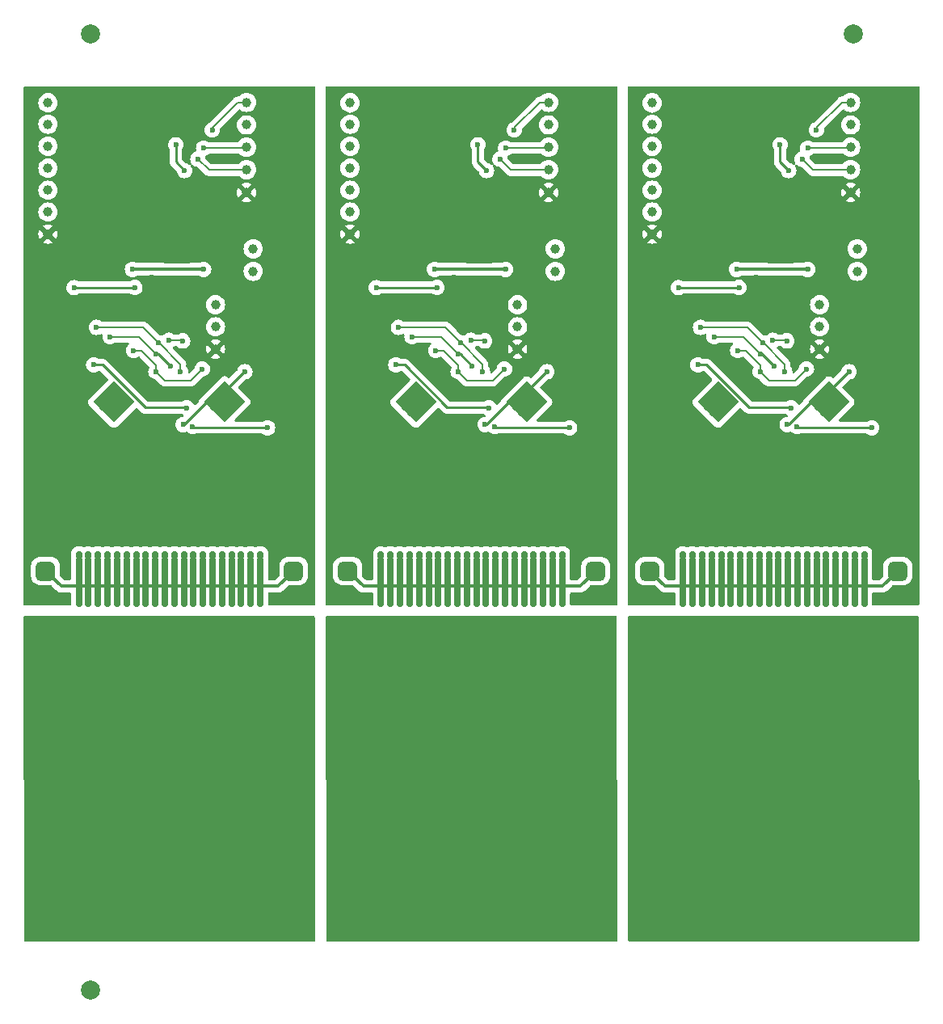
<source format=gbr>
%TF.GenerationSoftware,KiCad,Pcbnew,7.0.5*%
%TF.CreationDate,2023-08-02T13:00:21+02:00*%
%TF.ProjectId,actuator_panel,61637475-6174-46f7-925f-70616e656c2e,rev?*%
%TF.SameCoordinates,Original*%
%TF.FileFunction,Copper,L2,Bot*%
%TF.FilePolarity,Positive*%
%FSLAX46Y46*%
G04 Gerber Fmt 4.6, Leading zero omitted, Abs format (unit mm)*
G04 Created by KiCad (PCBNEW 7.0.5) date 2023-08-02 13:00:21*
%MOMM*%
%LPD*%
G01*
G04 APERTURE LIST*
G04 Aperture macros list*
%AMRoundRect*
0 Rectangle with rounded corners*
0 $1 Rounding radius*
0 $2 $3 $4 $5 $6 $7 $8 $9 X,Y pos of 4 corners*
0 Add a 4 corners polygon primitive as box body*
4,1,4,$2,$3,$4,$5,$6,$7,$8,$9,$2,$3,0*
0 Add four circle primitives for the rounded corners*
1,1,$1+$1,$2,$3*
1,1,$1+$1,$4,$5*
1,1,$1+$1,$6,$7*
1,1,$1+$1,$8,$9*
0 Add four rect primitives between the rounded corners*
20,1,$1+$1,$2,$3,$4,$5,0*
20,1,$1+$1,$4,$5,$6,$7,0*
20,1,$1+$1,$6,$7,$8,$9,0*
20,1,$1+$1,$8,$9,$2,$3,0*%
%AMRotRect*
0 Rectangle, with rotation*
0 The origin of the aperture is its center*
0 $1 length*
0 $2 width*
0 $3 Rotation angle, in degrees counterclockwise*
0 Add horizontal line*
21,1,$1,$2,0,0,$3*%
G04 Aperture macros list end*
%TA.AperFunction,TestPad*%
%ADD10C,1.000000*%
%TD*%
%TA.AperFunction,ComponentPad*%
%ADD11RoundRect,0.500000X-0.500000X-0.500000X0.500000X-0.500000X0.500000X0.500000X-0.500000X0.500000X0*%
%TD*%
%TA.AperFunction,ComponentPad*%
%ADD12RoundRect,0.150000X-0.150000X-0.250000X0.150000X-0.250000X0.150000X0.250000X-0.150000X0.250000X0*%
%TD*%
%TA.AperFunction,ComponentPad*%
%ADD13RoundRect,0.150000X-0.150000X-2.200000X0.150000X-2.200000X0.150000X2.200000X-0.150000X2.200000X0*%
%TD*%
%TA.AperFunction,ComponentPad*%
%ADD14C,0.500000*%
%TD*%
%TA.AperFunction,SMDPad,CuDef*%
%ADD15R,2.700000X2.700000*%
%TD*%
%TA.AperFunction,SMDPad,CuDef*%
%ADD16RotRect,3.100000X3.100000X45.000000*%
%TD*%
%TA.AperFunction,SMDPad,CuDef*%
%ADD17RotRect,3.100000X3.100000X135.000000*%
%TD*%
%TA.AperFunction,SMDPad,CuDef*%
%ADD18C,2.000000*%
%TD*%
%TA.AperFunction,ViaPad*%
%ADD19C,0.600000*%
%TD*%
%TA.AperFunction,Conductor*%
%ADD20C,0.200000*%
%TD*%
%TA.AperFunction,Conductor*%
%ADD21C,0.250000*%
%TD*%
%TA.AperFunction,Conductor*%
%ADD22C,0.300000*%
%TD*%
G04 APERTURE END LIST*
D10*
%TO.P,TP14,1,1*%
%TO.N,Board_1-/SS*%
X135725000Y-38900000D03*
%TD*%
%TO.P,TP2,1,1*%
%TO.N,Board_0-GND*%
X124875000Y-39150000D03*
%TD*%
%TO.P,TP12,1,1*%
%TO.N,Board_0-/SCLK*%
X104075000Y-36600000D03*
%TD*%
%TO.P,TP4,1,1*%
%TO.N,Board_2-/VBST*%
X184925000Y-50900000D03*
%TD*%
%TO.P,TP5,1,1*%
%TO.N,Board_1-/OUT-*%
X157225000Y-45050000D03*
%TD*%
D11*
%TO.P,piezo1,21,Pin_21*%
%TO.N,Board_2-/PZT_Common*%
X167115000Y-78800000D03*
D12*
X170615000Y-77150000D03*
D13*
X170615000Y-79650000D03*
D12*
X170615000Y-82150000D03*
X171615000Y-77150000D03*
D13*
X171615000Y-79650000D03*
D12*
X171615000Y-82150000D03*
X172615000Y-77150000D03*
D13*
X172615000Y-79650000D03*
D12*
X172615000Y-82150000D03*
X173615000Y-77150000D03*
D13*
X173615000Y-79650000D03*
D12*
X173615000Y-82150000D03*
X174615000Y-77150000D03*
D13*
X174615000Y-79650000D03*
D12*
X174615000Y-82150000D03*
X175615000Y-77150000D03*
D13*
X175615000Y-79650000D03*
D12*
X175615000Y-82150000D03*
X176615000Y-77150000D03*
D13*
X176615000Y-79650000D03*
D12*
X176615000Y-82150000D03*
X177615000Y-77150000D03*
D13*
X177615000Y-79650000D03*
D12*
X177615000Y-82150000D03*
X178615000Y-77150000D03*
D13*
X178615000Y-79650000D03*
D12*
X178615000Y-82150000D03*
X179615000Y-77150000D03*
D13*
X179615000Y-79650000D03*
D12*
X179615000Y-82150000D03*
X180615000Y-77150000D03*
D13*
X180615000Y-79650000D03*
D12*
X180615000Y-82150000D03*
X181615000Y-77150000D03*
D13*
X181615000Y-79650000D03*
D12*
X181615000Y-82150000D03*
X182615000Y-77150000D03*
D13*
X182615000Y-79650000D03*
D12*
X182615000Y-82150000D03*
X183615000Y-77150000D03*
D13*
X183615000Y-79650000D03*
D12*
X183615000Y-82150000D03*
X184615000Y-77150000D03*
D13*
X184615000Y-79650000D03*
D12*
X184615000Y-82150000D03*
X185615000Y-77150000D03*
D13*
X185615000Y-79650000D03*
D12*
X185615000Y-82150000D03*
X186615000Y-77150000D03*
D13*
X186615000Y-79650000D03*
D12*
X186615000Y-82150000D03*
X187615000Y-77150000D03*
D13*
X187615000Y-79650000D03*
D12*
X187615000Y-82150000D03*
X188615000Y-77150000D03*
D13*
X188615000Y-79650000D03*
D12*
X188615000Y-82150000D03*
X189615000Y-77150000D03*
D13*
X189615000Y-79650000D03*
D12*
X189615000Y-82150000D03*
D11*
X193115000Y-78800000D03*
D12*
%TO.P,piezo1,22,Pin_22*%
%TO.N,Board_2-/fill*%
X170615000Y-89350000D03*
X170615000Y-98600000D03*
X170615000Y-107850000D03*
X171615000Y-94000000D03*
X171615000Y-103250000D03*
X171615000Y-112500000D03*
X172615000Y-89350000D03*
X172615000Y-98600000D03*
X172615000Y-107850000D03*
X173615000Y-94000000D03*
X173615000Y-103250000D03*
X173615000Y-112500000D03*
X174615000Y-89350000D03*
X174615000Y-98600000D03*
X174615000Y-107850000D03*
X175615000Y-94000000D03*
X175615000Y-103250000D03*
X175615000Y-112500000D03*
X176615000Y-89350000D03*
X176615000Y-98600000D03*
X176615000Y-107850000D03*
X177615000Y-94000000D03*
X177615000Y-103250000D03*
X177615000Y-112500000D03*
X178615000Y-89350000D03*
X178615000Y-98600000D03*
X178615000Y-107850000D03*
X179615000Y-94000000D03*
X179615000Y-103250000D03*
X179615000Y-112500000D03*
X180615000Y-89350000D03*
X180615000Y-98600000D03*
X180615000Y-107850000D03*
X181615000Y-94000000D03*
X181615000Y-103250000D03*
X181615000Y-112500000D03*
X182615000Y-89350000D03*
X182615000Y-98600000D03*
X182615000Y-107850000D03*
X183615000Y-94000000D03*
X183615000Y-103250000D03*
X183615000Y-112500000D03*
X184615000Y-89350000D03*
X184615000Y-98600000D03*
X184615000Y-107850000D03*
X185615000Y-94000000D03*
X185615000Y-103250000D03*
X185615000Y-112500000D03*
X186615000Y-89350000D03*
X186615000Y-98600000D03*
X186615000Y-107850000D03*
X187615000Y-94000000D03*
X187615000Y-103250000D03*
X187615000Y-112500000D03*
X188615000Y-89350000D03*
X188615000Y-98600000D03*
X188615000Y-107850000D03*
X189615000Y-94000000D03*
X189615000Y-103250000D03*
X189615000Y-112500000D03*
%TD*%
D10*
%TO.P,TP4,1,1*%
%TO.N,Board_1-/VBST*%
X153275000Y-50900000D03*
%TD*%
%TO.P,TP7,1,1*%
%TO.N,Board_0-/IN-*%
X124875000Y-32062500D03*
%TD*%
%TO.P,TP1,1,1*%
%TO.N,Board_1-/VDD*%
X135725000Y-29750000D03*
%TD*%
D14*
%TO.P,U3,21,GND*%
%TO.N,Board_2-GND*%
X179775000Y-44100000D03*
X179775000Y-45200000D03*
X179775000Y-46300000D03*
X180875000Y-44100000D03*
X180875000Y-45200000D03*
D15*
X180875000Y-45200000D03*
D14*
X180875000Y-46300000D03*
X181975000Y-44100000D03*
X181975000Y-45200000D03*
X181975000Y-46300000D03*
%TD*%
D10*
%TO.P,TP9,1,1*%
%TO.N,Board_0-/MISO*%
X104075000Y-34300000D03*
%TD*%
D11*
%TO.P,piezo1,21,Pin_21*%
%TO.N,Board_0-/PZT_Common*%
X103815000Y-78800000D03*
D12*
X107315000Y-77150000D03*
D13*
X107315000Y-79650000D03*
D12*
X107315000Y-82150000D03*
X108315000Y-77150000D03*
D13*
X108315000Y-79650000D03*
D12*
X108315000Y-82150000D03*
X109315000Y-77150000D03*
D13*
X109315000Y-79650000D03*
D12*
X109315000Y-82150000D03*
X110315000Y-77150000D03*
D13*
X110315000Y-79650000D03*
D12*
X110315000Y-82150000D03*
X111315000Y-77150000D03*
D13*
X111315000Y-79650000D03*
D12*
X111315000Y-82150000D03*
X112315000Y-77150000D03*
D13*
X112315000Y-79650000D03*
D12*
X112315000Y-82150000D03*
X113315000Y-77150000D03*
D13*
X113315000Y-79650000D03*
D12*
X113315000Y-82150000D03*
X114315000Y-77150000D03*
D13*
X114315000Y-79650000D03*
D12*
X114315000Y-82150000D03*
X115315000Y-77150000D03*
D13*
X115315000Y-79650000D03*
D12*
X115315000Y-82150000D03*
X116315000Y-77150000D03*
D13*
X116315000Y-79650000D03*
D12*
X116315000Y-82150000D03*
X117315000Y-77150000D03*
D13*
X117315000Y-79650000D03*
D12*
X117315000Y-82150000D03*
X118315000Y-77150000D03*
D13*
X118315000Y-79650000D03*
D12*
X118315000Y-82150000D03*
X119315000Y-77150000D03*
D13*
X119315000Y-79650000D03*
D12*
X119315000Y-82150000D03*
X120315000Y-77150000D03*
D13*
X120315000Y-79650000D03*
D12*
X120315000Y-82150000D03*
X121315000Y-77150000D03*
D13*
X121315000Y-79650000D03*
D12*
X121315000Y-82150000D03*
X122315000Y-77150000D03*
D13*
X122315000Y-79650000D03*
D12*
X122315000Y-82150000D03*
X123315000Y-77150000D03*
D13*
X123315000Y-79650000D03*
D12*
X123315000Y-82150000D03*
X124315000Y-77150000D03*
D13*
X124315000Y-79650000D03*
D12*
X124315000Y-82150000D03*
X125315000Y-77150000D03*
D13*
X125315000Y-79650000D03*
D12*
X125315000Y-82150000D03*
X126315000Y-77150000D03*
D13*
X126315000Y-79650000D03*
D12*
X126315000Y-82150000D03*
D11*
X129815000Y-78800000D03*
D12*
%TO.P,piezo1,22,Pin_22*%
%TO.N,Board_0-/fill*%
X107315000Y-89350000D03*
X107315000Y-98600000D03*
X107315000Y-107850000D03*
X108315000Y-94000000D03*
X108315000Y-103250000D03*
X108315000Y-112500000D03*
X109315000Y-89350000D03*
X109315000Y-98600000D03*
X109315000Y-107850000D03*
X110315000Y-94000000D03*
X110315000Y-103250000D03*
X110315000Y-112500000D03*
X111315000Y-89350000D03*
X111315000Y-98600000D03*
X111315000Y-107850000D03*
X112315000Y-94000000D03*
X112315000Y-103250000D03*
X112315000Y-112500000D03*
X113315000Y-89350000D03*
X113315000Y-98600000D03*
X113315000Y-107850000D03*
X114315000Y-94000000D03*
X114315000Y-103250000D03*
X114315000Y-112500000D03*
X115315000Y-89350000D03*
X115315000Y-98600000D03*
X115315000Y-107850000D03*
X116315000Y-94000000D03*
X116315000Y-103250000D03*
X116315000Y-112500000D03*
X117315000Y-89350000D03*
X117315000Y-98600000D03*
X117315000Y-107850000D03*
X118315000Y-94000000D03*
X118315000Y-103250000D03*
X118315000Y-112500000D03*
X119315000Y-89350000D03*
X119315000Y-98600000D03*
X119315000Y-107850000D03*
X120315000Y-94000000D03*
X120315000Y-103250000D03*
X120315000Y-112500000D03*
X121315000Y-89350000D03*
X121315000Y-98600000D03*
X121315000Y-107850000D03*
X122315000Y-94000000D03*
X122315000Y-103250000D03*
X122315000Y-112500000D03*
X123315000Y-89350000D03*
X123315000Y-98600000D03*
X123315000Y-107850000D03*
X124315000Y-94000000D03*
X124315000Y-103250000D03*
X124315000Y-112500000D03*
X125315000Y-89350000D03*
X125315000Y-98600000D03*
X125315000Y-107850000D03*
X126315000Y-94000000D03*
X126315000Y-103250000D03*
X126315000Y-112500000D03*
%TD*%
D14*
%TO.P,U1,33,VPP*%
%TO.N,Board_2-/VPP*%
X172436522Y-61100000D03*
X173049348Y-61712826D03*
X173662174Y-62325652D03*
X174275000Y-62938478D03*
X173049348Y-60487174D03*
X173662175Y-61100000D03*
X174275000Y-61712825D03*
X174887826Y-62325652D03*
D16*
X174275000Y-61100000D03*
D14*
X173662174Y-59874348D03*
X174275000Y-60487175D03*
X174887825Y-61100000D03*
X175500652Y-61712826D03*
X174275000Y-59261522D03*
X174887826Y-59874348D03*
X175500652Y-60487174D03*
X176113478Y-61100000D03*
%TD*%
D10*
%TO.P,TP9,1,1*%
%TO.N,Board_1-/MISO*%
X135725000Y-34300000D03*
%TD*%
%TO.P,TP11,1,1*%
%TO.N,Board_1-/SCL*%
X156525000Y-34400000D03*
%TD*%
D14*
%TO.P,U2,33,VPP*%
%TO.N,Board_2-/VPP*%
X185875000Y-62938478D03*
X186487826Y-62325652D03*
X187100652Y-61712826D03*
X187713478Y-61100000D03*
X185262174Y-62325652D03*
X185875000Y-61712825D03*
X186487825Y-61100000D03*
X187100652Y-60487174D03*
D17*
X185875000Y-61100000D03*
D14*
X184649348Y-61712826D03*
X185262175Y-61100000D03*
X185875000Y-60487175D03*
X186487826Y-59874348D03*
X184036522Y-61100000D03*
X184649348Y-60487174D03*
X185262174Y-59874348D03*
X185875000Y-59261522D03*
%TD*%
D10*
%TO.P,TP2,1,1*%
%TO.N,Board_1-GND*%
X156525000Y-39150000D03*
%TD*%
%TO.P,TP2,1,1*%
%TO.N,Board_2-GND*%
X167375000Y-43500000D03*
%TD*%
D11*
%TO.P,piezo1,21,Pin_21*%
%TO.N,Board_1-/PZT_Common*%
X135465000Y-78800000D03*
D12*
X138965000Y-77150000D03*
D13*
X138965000Y-79650000D03*
D12*
X138965000Y-82150000D03*
X139965000Y-77150000D03*
D13*
X139965000Y-79650000D03*
D12*
X139965000Y-82150000D03*
X140965000Y-77150000D03*
D13*
X140965000Y-79650000D03*
D12*
X140965000Y-82150000D03*
X141965000Y-77150000D03*
D13*
X141965000Y-79650000D03*
D12*
X141965000Y-82150000D03*
X142965000Y-77150000D03*
D13*
X142965000Y-79650000D03*
D12*
X142965000Y-82150000D03*
X143965000Y-77150000D03*
D13*
X143965000Y-79650000D03*
D12*
X143965000Y-82150000D03*
X144965000Y-77150000D03*
D13*
X144965000Y-79650000D03*
D12*
X144965000Y-82150000D03*
X145965000Y-77150000D03*
D13*
X145965000Y-79650000D03*
D12*
X145965000Y-82150000D03*
X146965000Y-77150000D03*
D13*
X146965000Y-79650000D03*
D12*
X146965000Y-82150000D03*
X147965000Y-77150000D03*
D13*
X147965000Y-79650000D03*
D12*
X147965000Y-82150000D03*
X148965000Y-77150000D03*
D13*
X148965000Y-79650000D03*
D12*
X148965000Y-82150000D03*
X149965000Y-77150000D03*
D13*
X149965000Y-79650000D03*
D12*
X149965000Y-82150000D03*
X150965000Y-77150000D03*
D13*
X150965000Y-79650000D03*
D12*
X150965000Y-82150000D03*
X151965000Y-77150000D03*
D13*
X151965000Y-79650000D03*
D12*
X151965000Y-82150000D03*
X152965000Y-77150000D03*
D13*
X152965000Y-79650000D03*
D12*
X152965000Y-82150000D03*
X153965000Y-77150000D03*
D13*
X153965000Y-79650000D03*
D12*
X153965000Y-82150000D03*
X154965000Y-77150000D03*
D13*
X154965000Y-79650000D03*
D12*
X154965000Y-82150000D03*
X155965000Y-77150000D03*
D13*
X155965000Y-79650000D03*
D12*
X155965000Y-82150000D03*
X156965000Y-77150000D03*
D13*
X156965000Y-79650000D03*
D12*
X156965000Y-82150000D03*
X157965000Y-77150000D03*
D13*
X157965000Y-79650000D03*
D12*
X157965000Y-82150000D03*
D11*
X161465000Y-78800000D03*
D12*
%TO.P,piezo1,22,Pin_22*%
%TO.N,Board_1-/fill*%
X138965000Y-89350000D03*
X138965000Y-98600000D03*
X138965000Y-107850000D03*
X139965000Y-94000000D03*
X139965000Y-103250000D03*
X139965000Y-112500000D03*
X140965000Y-89350000D03*
X140965000Y-98600000D03*
X140965000Y-107850000D03*
X141965000Y-94000000D03*
X141965000Y-103250000D03*
X141965000Y-112500000D03*
X142965000Y-89350000D03*
X142965000Y-98600000D03*
X142965000Y-107850000D03*
X143965000Y-94000000D03*
X143965000Y-103250000D03*
X143965000Y-112500000D03*
X144965000Y-89350000D03*
X144965000Y-98600000D03*
X144965000Y-107850000D03*
X145965000Y-94000000D03*
X145965000Y-103250000D03*
X145965000Y-112500000D03*
X146965000Y-89350000D03*
X146965000Y-98600000D03*
X146965000Y-107850000D03*
X147965000Y-94000000D03*
X147965000Y-103250000D03*
X147965000Y-112500000D03*
X148965000Y-89350000D03*
X148965000Y-98600000D03*
X148965000Y-107850000D03*
X149965000Y-94000000D03*
X149965000Y-103250000D03*
X149965000Y-112500000D03*
X150965000Y-89350000D03*
X150965000Y-98600000D03*
X150965000Y-107850000D03*
X151965000Y-94000000D03*
X151965000Y-103250000D03*
X151965000Y-112500000D03*
X152965000Y-89350000D03*
X152965000Y-98600000D03*
X152965000Y-107850000D03*
X153965000Y-94000000D03*
X153965000Y-103250000D03*
X153965000Y-112500000D03*
X154965000Y-89350000D03*
X154965000Y-98600000D03*
X154965000Y-107850000D03*
X155965000Y-94000000D03*
X155965000Y-103250000D03*
X155965000Y-112500000D03*
X156965000Y-89350000D03*
X156965000Y-98600000D03*
X156965000Y-107850000D03*
X157965000Y-94000000D03*
X157965000Y-103250000D03*
X157965000Y-112500000D03*
%TD*%
D10*
%TO.P,TP2,1,1*%
%TO.N,Board_2-GND*%
X188175000Y-39150000D03*
%TD*%
%TO.P,TP1,1,1*%
%TO.N,Board_2-/VDD*%
X167375000Y-29750000D03*
%TD*%
D14*
%TO.P,U3,21,GND*%
%TO.N,Board_0-GND*%
X116475000Y-44100000D03*
X116475000Y-45200000D03*
X116475000Y-46300000D03*
X117575000Y-44100000D03*
X117575000Y-45200000D03*
D15*
X117575000Y-45200000D03*
D14*
X117575000Y-46300000D03*
X118675000Y-44100000D03*
X118675000Y-45200000D03*
X118675000Y-46300000D03*
%TD*%
%TO.P,U3,21,GND*%
%TO.N,Board_1-GND*%
X148125000Y-44100000D03*
X148125000Y-45200000D03*
X148125000Y-46300000D03*
X149225000Y-44100000D03*
X149225000Y-45200000D03*
D15*
X149225000Y-45200000D03*
D14*
X149225000Y-46300000D03*
X150325000Y-44100000D03*
X150325000Y-45200000D03*
X150325000Y-46300000D03*
%TD*%
D10*
%TO.P,TP13,1,1*%
%TO.N,Board_0-/POL*%
X104075000Y-41200000D03*
%TD*%
D14*
%TO.P,U2,33,VPP*%
%TO.N,Board_0-/VPP*%
X122575000Y-62938478D03*
X123187826Y-62325652D03*
X123800652Y-61712826D03*
X124413478Y-61100000D03*
X121962174Y-62325652D03*
X122575000Y-61712825D03*
X123187825Y-61100000D03*
X123800652Y-60487174D03*
D17*
X122575000Y-61100000D03*
D14*
X121349348Y-61712826D03*
X121962175Y-61100000D03*
X122575000Y-60487175D03*
X123187826Y-59874348D03*
X120736522Y-61100000D03*
X121349348Y-60487174D03*
X121962174Y-59874348D03*
X122575000Y-59261522D03*
%TD*%
D10*
%TO.P,TP2,1,1*%
%TO.N,Board_2-GND*%
X184925000Y-55550000D03*
%TD*%
%TO.P,TP3,1,1*%
%TO.N,Board_0-/VPP*%
X125575000Y-47400000D03*
%TD*%
%TO.P,TP2,1,1*%
%TO.N,Board_0-GND*%
X121625000Y-55550000D03*
%TD*%
%TO.P,TP6,1,1*%
%TO.N,Board_2-/IN+*%
X188175000Y-29700000D03*
%TD*%
%TO.P,TP14,1,1*%
%TO.N,Board_2-/SS*%
X167375000Y-38900000D03*
%TD*%
%TO.P,TP3,1,1*%
%TO.N,Board_1-/VPP*%
X157225000Y-47400000D03*
%TD*%
%TO.P,TP11,1,1*%
%TO.N,Board_2-/SCL*%
X188175000Y-34400000D03*
%TD*%
%TO.P,TP12,1,1*%
%TO.N,Board_1-/SCLK*%
X135725000Y-36600000D03*
%TD*%
%TO.P,TP6,1,1*%
%TO.N,Board_0-/IN+*%
X124875000Y-29700000D03*
%TD*%
D14*
%TO.P,U1,33,VPP*%
%TO.N,Board_0-/VPP*%
X109136522Y-61100000D03*
X109749348Y-61712826D03*
X110362174Y-62325652D03*
X110975000Y-62938478D03*
X109749348Y-60487174D03*
X110362175Y-61100000D03*
X110975000Y-61712825D03*
X111587826Y-62325652D03*
D16*
X110975000Y-61100000D03*
D14*
X110362174Y-59874348D03*
X110975000Y-60487175D03*
X111587825Y-61100000D03*
X112200652Y-61712826D03*
X110975000Y-59261522D03*
X111587826Y-59874348D03*
X112200652Y-60487174D03*
X112813478Y-61100000D03*
%TD*%
D10*
%TO.P,TP10,1,1*%
%TO.N,Board_1-/SDA*%
X156525000Y-36750000D03*
%TD*%
D14*
%TO.P,U1,33,VPP*%
%TO.N,Board_1-/VPP*%
X140786522Y-61100000D03*
X141399348Y-61712826D03*
X142012174Y-62325652D03*
X142625000Y-62938478D03*
X141399348Y-60487174D03*
X142012175Y-61100000D03*
X142625000Y-61712825D03*
X143237826Y-62325652D03*
D16*
X142625000Y-61100000D03*
D14*
X142012174Y-59874348D03*
X142625000Y-60487175D03*
X143237825Y-61100000D03*
X143850652Y-61712826D03*
X142625000Y-59261522D03*
X143237826Y-59874348D03*
X143850652Y-60487174D03*
X144463478Y-61100000D03*
%TD*%
D10*
%TO.P,TP3,1,1*%
%TO.N,Board_2-/VPP*%
X188875000Y-47400000D03*
%TD*%
%TO.P,TP14,1,1*%
%TO.N,Board_0-/SS*%
X104075000Y-38900000D03*
%TD*%
%TO.P,TP7,1,1*%
%TO.N,Board_2-/IN-*%
X188175000Y-32062500D03*
%TD*%
%TO.P,TP13,1,1*%
%TO.N,Board_2-/POL*%
X167375000Y-41200000D03*
%TD*%
%TO.P,TP6,1,1*%
%TO.N,Board_1-/IN+*%
X156525000Y-29700000D03*
%TD*%
%TO.P,TP8,1,1*%
%TO.N,Board_0-/MOSI*%
X104075000Y-32000000D03*
%TD*%
%TO.P,TP5,1,1*%
%TO.N,Board_0-/OUT-*%
X125575000Y-45050000D03*
%TD*%
%TO.P,TP11,1,1*%
%TO.N,Board_0-/SCL*%
X124875000Y-34400000D03*
%TD*%
%TO.P,TP10,1,1*%
%TO.N,Board_0-/SDA*%
X124875000Y-36750000D03*
%TD*%
%TO.P,TP8,1,1*%
%TO.N,Board_2-/MOSI*%
X167375000Y-32000000D03*
%TD*%
%TO.P,TP15,1,1*%
%TO.N,Board_0-/VIN*%
X121625000Y-53225000D03*
%TD*%
%TO.P,TP7,1,1*%
%TO.N,Board_1-/IN-*%
X156525000Y-32062500D03*
%TD*%
%TO.P,TP4,1,1*%
%TO.N,Board_0-/VBST*%
X121625000Y-50900000D03*
%TD*%
%TO.P,TP5,1,1*%
%TO.N,Board_2-/OUT-*%
X188875000Y-45050000D03*
%TD*%
%TO.P,TP15,1,1*%
%TO.N,Board_1-/VIN*%
X153275000Y-53225000D03*
%TD*%
%TO.P,TP2,1,1*%
%TO.N,Board_1-GND*%
X135725000Y-43500000D03*
%TD*%
%TO.P,TP15,1,1*%
%TO.N,Board_2-/VIN*%
X184925000Y-53225000D03*
%TD*%
%TO.P,TP8,1,1*%
%TO.N,Board_1-/MOSI*%
X135725000Y-32000000D03*
%TD*%
%TO.P,TP13,1,1*%
%TO.N,Board_1-/POL*%
X135725000Y-41200000D03*
%TD*%
%TO.P,TP10,1,1*%
%TO.N,Board_2-/SDA*%
X188175000Y-36750000D03*
%TD*%
%TO.P,TP2,1,1*%
%TO.N,Board_0-GND*%
X104075000Y-43500000D03*
%TD*%
%TO.P,TP1,1,1*%
%TO.N,Board_0-/VDD*%
X104075000Y-29750000D03*
%TD*%
%TO.P,TP12,1,1*%
%TO.N,Board_2-/SCLK*%
X167375000Y-36600000D03*
%TD*%
%TO.P,TP2,1,1*%
%TO.N,Board_1-GND*%
X153275000Y-55550000D03*
%TD*%
D14*
%TO.P,U2,33,VPP*%
%TO.N,Board_1-/VPP*%
X154225000Y-62938478D03*
X154837826Y-62325652D03*
X155450652Y-61712826D03*
X156063478Y-61100000D03*
X153612174Y-62325652D03*
X154225000Y-61712825D03*
X154837825Y-61100000D03*
X155450652Y-60487174D03*
D17*
X154225000Y-61100000D03*
D14*
X152999348Y-61712826D03*
X153612175Y-61100000D03*
X154225000Y-60487175D03*
X154837826Y-59874348D03*
X152386522Y-61100000D03*
X152999348Y-60487174D03*
X153612174Y-59874348D03*
X154225000Y-59261522D03*
%TD*%
D10*
%TO.P,TP9,1,1*%
%TO.N,Board_2-/MISO*%
X167375000Y-34300000D03*
%TD*%
D18*
%TO.P,REF\u002A\u002A,*%
%TO.N,*%
X108525000Y-22500000D03*
%TD*%
%TO.P,REF\u002A\u002A,*%
%TO.N,*%
X108525000Y-122700000D03*
%TD*%
%TO.P,REF\u002A\u002A,*%
%TO.N,*%
X188475000Y-22500000D03*
%TD*%
D19*
%TO.N,Board_0-/IN+*%
X121274999Y-32599997D03*
%TO.N,Board_0-/MOSI*%
X118175000Y-54700000D03*
X116724329Y-54632693D03*
%TO.N,Board_0-/POL*%
X115425000Y-56050000D03*
X116875000Y-57302724D03*
X110575000Y-54249996D03*
%TO.N,Board_0-/PZT_Common*%
X119225000Y-63650000D03*
X127075000Y-63800000D03*
%TO.N,Board_0-/SCL*%
X120383393Y-34500000D03*
%TO.N,Board_0-/SCLK*%
X115391954Y-57904503D03*
X113055436Y-55696160D03*
X120241422Y-57633578D03*
%TO.N,Board_0-/SDA*%
X119783347Y-35650000D03*
%TO.N,Board_0-/SS*%
X115675000Y-54900000D03*
X109150878Y-53277348D03*
X117950520Y-57927724D03*
%TO.N,Board_0-/VBST*%
X120375000Y-47200000D03*
X112925000Y-47200002D03*
%TO.N,Board_0-/VDD*%
X118375000Y-36850002D03*
X117475000Y-34149992D03*
%TO.N,Board_0-/VIN*%
X113175000Y-49100000D03*
X108875000Y-57200000D03*
X106825004Y-49113928D03*
X118625000Y-61700000D03*
%TO.N,Board_0-/VPP*%
X124694670Y-57919670D03*
X118225000Y-63450000D03*
%TO.N,Board_0-GND*%
X122825002Y-42000000D03*
X107375000Y-57800000D03*
X114975000Y-48000000D03*
X112325000Y-34649996D03*
X112125000Y-43850000D03*
X112643540Y-39968540D03*
X121575004Y-49350000D03*
X115199984Y-62625000D03*
%TO.N,Board_1-/IN+*%
X152924999Y-32599997D03*
%TO.N,Board_1-/MOSI*%
X148374329Y-54632693D03*
X149825000Y-54700000D03*
%TO.N,Board_1-/POL*%
X142225000Y-54249996D03*
X147075000Y-56050000D03*
X148525000Y-57302724D03*
%TO.N,Board_1-/PZT_Common*%
X150875000Y-63650000D03*
X158725000Y-63800000D03*
%TO.N,Board_1-/SCL*%
X152033393Y-34500000D03*
%TO.N,Board_1-/SCLK*%
X144705436Y-55696160D03*
X151891422Y-57633578D03*
X147041954Y-57904503D03*
%TO.N,Board_1-/SDA*%
X151433347Y-35650000D03*
%TO.N,Board_1-/SS*%
X147325000Y-54900000D03*
X140800878Y-53277348D03*
X149600520Y-57927724D03*
%TO.N,Board_1-/VBST*%
X152025000Y-47200000D03*
X144575000Y-47200002D03*
%TO.N,Board_1-/VDD*%
X149125000Y-34149992D03*
X150025000Y-36850002D03*
%TO.N,Board_1-/VIN*%
X144825000Y-49100000D03*
X140525000Y-57200000D03*
X150275000Y-61700000D03*
X138475004Y-49113928D03*
%TO.N,Board_1-/VPP*%
X149875000Y-63450000D03*
X156344670Y-57919670D03*
%TO.N,Board_1-GND*%
X146625000Y-48000000D03*
X139025000Y-57800000D03*
X146849984Y-62625000D03*
X143775000Y-43850000D03*
X154475002Y-42000000D03*
X153225004Y-49350000D03*
X144293540Y-39968540D03*
X143975000Y-34649996D03*
%TO.N,Board_2-/IN+*%
X184574999Y-32599997D03*
%TO.N,Board_2-/MOSI*%
X181475000Y-54700000D03*
X180024329Y-54632693D03*
%TO.N,Board_2-/POL*%
X173875000Y-54249996D03*
X178725000Y-56050000D03*
X180175000Y-57302724D03*
%TO.N,Board_2-/PZT_Common*%
X190375000Y-63800000D03*
X182525000Y-63650000D03*
%TO.N,Board_2-/SCL*%
X183683393Y-34500000D03*
%TO.N,Board_2-/SCLK*%
X178691954Y-57904503D03*
X176355436Y-55696160D03*
X183541422Y-57633578D03*
%TO.N,Board_2-/SDA*%
X183083347Y-35650000D03*
%TO.N,Board_2-/SS*%
X181250520Y-57927724D03*
X172450878Y-53277348D03*
X178975000Y-54900000D03*
%TO.N,Board_2-/VBST*%
X183675000Y-47200000D03*
X176225000Y-47200002D03*
%TO.N,Board_2-/VDD*%
X180775000Y-34149992D03*
X181675000Y-36850002D03*
%TO.N,Board_2-/VIN*%
X172175000Y-57200000D03*
X176475000Y-49100000D03*
X170125004Y-49113928D03*
X181925000Y-61700000D03*
%TO.N,Board_2-/VPP*%
X187994670Y-57919670D03*
X181525000Y-63450000D03*
%TO.N,Board_2-GND*%
X175943540Y-39968540D03*
X178499984Y-62625000D03*
X175425000Y-43850000D03*
X178275000Y-48000000D03*
X186125002Y-42000000D03*
X184875004Y-49350000D03*
X170675000Y-57800000D03*
X175625000Y-34649996D03*
%TD*%
D20*
%TO.N,Board_0-/IN+*%
X124800000Y-29700000D02*
X123975000Y-29700000D01*
X123975000Y-29700000D02*
X121274999Y-32400001D01*
X121274999Y-32400001D02*
X121274999Y-32599997D01*
%TO.N,Board_0-/MOSI*%
X118175000Y-54700000D02*
X118107693Y-54632693D01*
X118107693Y-54632693D02*
X116724329Y-54632693D01*
D21*
%TO.N,Board_0-/POL*%
X115622276Y-56050000D02*
X115425000Y-56050000D01*
D20*
X115425000Y-56050000D02*
X113624996Y-54249996D01*
D21*
X116875000Y-57302724D02*
X115622276Y-56050000D01*
D20*
X113624996Y-54249996D02*
X110575000Y-54249996D01*
D22*
%TO.N,Board_0-/PZT_Common*%
X107295000Y-80400000D02*
X128195000Y-80400000D01*
X128195000Y-80400000D02*
X129795000Y-78800000D01*
D21*
X127054152Y-63770860D02*
X119345860Y-63770860D01*
X119345860Y-63770860D02*
X119225000Y-63650000D01*
D22*
X105455000Y-80400000D02*
X107315000Y-80400000D01*
X103855000Y-78800000D02*
X105455000Y-80400000D01*
D20*
%TO.N,Board_0-/SCL*%
X124800000Y-34475000D02*
X124775000Y-34500000D01*
X124775000Y-34500000D02*
X120383393Y-34500000D01*
%TO.N,Board_0-/SCLK*%
X116337451Y-58850000D02*
X115391954Y-57904503D01*
X115391954Y-57904503D02*
X115391954Y-57216954D01*
X113871160Y-55696160D02*
X113055436Y-55696160D01*
X119025000Y-58850000D02*
X116337451Y-58850000D01*
X115391954Y-57216954D02*
X113871160Y-55696160D01*
X120241422Y-57633578D02*
X119025000Y-58850000D01*
%TO.N,Board_0-/SDA*%
X120933347Y-36800000D02*
X119783347Y-35650000D01*
X124837500Y-36800000D02*
X120933347Y-36800000D01*
X124875000Y-36762500D02*
X124837500Y-36800000D01*
%TO.N,Board_0-/SS*%
X109150878Y-53277348D02*
X114052348Y-53277348D01*
X115725000Y-54900000D02*
X115675000Y-54900000D01*
X117950520Y-57927724D02*
X117950520Y-57125520D01*
X117950520Y-57125520D02*
X115725000Y-54900000D01*
X114052348Y-53277348D02*
X115675000Y-54900000D01*
D22*
%TO.N,Board_0-/VBST*%
X120375000Y-47200000D02*
X112925002Y-47200000D01*
X112925002Y-47200000D02*
X112925000Y-47200002D01*
D21*
%TO.N,Board_0-/VDD*%
X117475000Y-34149992D02*
X117475000Y-35950002D01*
X117475000Y-35950002D02*
X118375000Y-36850002D01*
%TO.N,Board_0-/VIN*%
X106838932Y-49100000D02*
X106825004Y-49113928D01*
X118625000Y-61675484D02*
X114250484Y-61675484D01*
X114250484Y-61675484D02*
X109775000Y-57200000D01*
X113175000Y-49100000D02*
X106838932Y-49100000D01*
X109775000Y-57200000D02*
X108875000Y-57200000D01*
%TO.N,Board_0-/VPP*%
X122575000Y-61100000D02*
X122575000Y-60000000D01*
X118225000Y-63450000D02*
X118386522Y-63450000D01*
X122575000Y-60000000D02*
X124655330Y-57919670D01*
X122575002Y-61100000D02*
X120575000Y-61100000D01*
X118386522Y-63450000D02*
X120736522Y-61100000D01*
X124655330Y-57919670D02*
X124694670Y-57919670D01*
D20*
%TO.N,Board_1-/IN+*%
X156450000Y-29700000D02*
X155625000Y-29700000D01*
X155625000Y-29700000D02*
X152924999Y-32400001D01*
X152924999Y-32400001D02*
X152924999Y-32599997D01*
%TO.N,Board_1-/MOSI*%
X149757693Y-54632693D02*
X148374329Y-54632693D01*
X149825000Y-54700000D02*
X149757693Y-54632693D01*
%TO.N,Board_1-/POL*%
X145274996Y-54249996D02*
X142225000Y-54249996D01*
D21*
X147272276Y-56050000D02*
X147075000Y-56050000D01*
X148525000Y-57302724D02*
X147272276Y-56050000D01*
D20*
X147075000Y-56050000D02*
X145274996Y-54249996D01*
D22*
%TO.N,Board_1-/PZT_Common*%
X138945000Y-80400000D02*
X159845000Y-80400000D01*
D21*
X150995860Y-63770860D02*
X150875000Y-63650000D01*
D22*
X159845000Y-80400000D02*
X161445000Y-78800000D01*
D21*
X158704152Y-63770860D02*
X150995860Y-63770860D01*
D22*
X137105000Y-80400000D02*
X138965000Y-80400000D01*
X135505000Y-78800000D02*
X137105000Y-80400000D01*
D20*
%TO.N,Board_1-/SCL*%
X156450000Y-34475000D02*
X156425000Y-34500000D01*
X156425000Y-34500000D02*
X152033393Y-34500000D01*
%TO.N,Board_1-/SCLK*%
X147041954Y-57216954D02*
X145521160Y-55696160D01*
X150675000Y-58850000D02*
X147987451Y-58850000D01*
X147987451Y-58850000D02*
X147041954Y-57904503D01*
X151891422Y-57633578D02*
X150675000Y-58850000D01*
X145521160Y-55696160D02*
X144705436Y-55696160D01*
X147041954Y-57904503D02*
X147041954Y-57216954D01*
%TO.N,Board_1-/SDA*%
X156487500Y-36800000D02*
X152583347Y-36800000D01*
X156525000Y-36762500D02*
X156487500Y-36800000D01*
X152583347Y-36800000D02*
X151433347Y-35650000D01*
%TO.N,Board_1-/SS*%
X149600520Y-57927724D02*
X149600520Y-57125520D01*
X140800878Y-53277348D02*
X145702348Y-53277348D01*
X145702348Y-53277348D02*
X147325000Y-54900000D01*
X149600520Y-57125520D02*
X147375000Y-54900000D01*
X147375000Y-54900000D02*
X147325000Y-54900000D01*
D22*
%TO.N,Board_1-/VBST*%
X152025000Y-47200000D02*
X144575002Y-47200000D01*
X144575002Y-47200000D02*
X144575000Y-47200002D01*
D21*
%TO.N,Board_1-/VDD*%
X149125000Y-34149992D02*
X149125000Y-35950002D01*
X149125000Y-35950002D02*
X150025000Y-36850002D01*
%TO.N,Board_1-/VIN*%
X144825000Y-49100000D02*
X138488932Y-49100000D01*
X145900484Y-61675484D02*
X141425000Y-57200000D01*
X150275000Y-61675484D02*
X145900484Y-61675484D01*
X138488932Y-49100000D02*
X138475004Y-49113928D01*
X141425000Y-57200000D02*
X140525000Y-57200000D01*
%TO.N,Board_1-/VPP*%
X149875000Y-63450000D02*
X150036522Y-63450000D01*
X150036522Y-63450000D02*
X152386522Y-61100000D01*
X154225000Y-60000000D02*
X156305330Y-57919670D01*
X156305330Y-57919670D02*
X156344670Y-57919670D01*
X154225002Y-61100000D02*
X152225000Y-61100000D01*
X154225000Y-61100000D02*
X154225000Y-60000000D01*
D20*
%TO.N,Board_2-/IN+*%
X184574999Y-32400001D02*
X184574999Y-32599997D01*
X187275000Y-29700000D02*
X184574999Y-32400001D01*
X188100000Y-29700000D02*
X187275000Y-29700000D01*
%TO.N,Board_2-/MOSI*%
X181407693Y-54632693D02*
X180024329Y-54632693D01*
X181475000Y-54700000D02*
X181407693Y-54632693D01*
%TO.N,Board_2-/POL*%
X178725000Y-56050000D02*
X176924996Y-54249996D01*
D21*
X180175000Y-57302724D02*
X178922276Y-56050000D01*
X178922276Y-56050000D02*
X178725000Y-56050000D01*
D20*
X176924996Y-54249996D02*
X173875000Y-54249996D01*
D22*
%TO.N,Board_2-/PZT_Common*%
X170595000Y-80400000D02*
X191495000Y-80400000D01*
X168755000Y-80400000D02*
X170615000Y-80400000D01*
X167155000Y-78800000D02*
X168755000Y-80400000D01*
D21*
X182645860Y-63770860D02*
X182525000Y-63650000D01*
X190354152Y-63770860D02*
X182645860Y-63770860D01*
D22*
X191495000Y-80400000D02*
X193095000Y-78800000D01*
D20*
%TO.N,Board_2-/SCL*%
X188075000Y-34500000D02*
X183683393Y-34500000D01*
X188100000Y-34475000D02*
X188075000Y-34500000D01*
%TO.N,Board_2-/SCLK*%
X179637451Y-58850000D02*
X178691954Y-57904503D01*
X178691954Y-57904503D02*
X178691954Y-57216954D01*
X183541422Y-57633578D02*
X182325000Y-58850000D01*
X182325000Y-58850000D02*
X179637451Y-58850000D01*
X177171160Y-55696160D02*
X176355436Y-55696160D01*
X178691954Y-57216954D02*
X177171160Y-55696160D01*
%TO.N,Board_2-/SDA*%
X184233347Y-36800000D02*
X183083347Y-35650000D01*
X188137500Y-36800000D02*
X184233347Y-36800000D01*
X188175000Y-36762500D02*
X188137500Y-36800000D01*
%TO.N,Board_2-/SS*%
X177352348Y-53277348D02*
X178975000Y-54900000D01*
X179025000Y-54900000D02*
X178975000Y-54900000D01*
X172450878Y-53277348D02*
X177352348Y-53277348D01*
X181250520Y-57927724D02*
X181250520Y-57125520D01*
X181250520Y-57125520D02*
X179025000Y-54900000D01*
D22*
%TO.N,Board_2-/VBST*%
X176225002Y-47200000D02*
X176225000Y-47200002D01*
X183675000Y-47200000D02*
X176225002Y-47200000D01*
D21*
%TO.N,Board_2-/VDD*%
X180775000Y-35950002D02*
X181675000Y-36850002D01*
X180775000Y-34149992D02*
X180775000Y-35950002D01*
%TO.N,Board_2-/VIN*%
X176475000Y-49100000D02*
X170138932Y-49100000D01*
X181925000Y-61675484D02*
X177550484Y-61675484D01*
X173075000Y-57200000D02*
X172175000Y-57200000D01*
X170138932Y-49100000D02*
X170125004Y-49113928D01*
X177550484Y-61675484D02*
X173075000Y-57200000D01*
%TO.N,Board_2-/VPP*%
X185875000Y-61100000D02*
X185875000Y-60000000D01*
X185875002Y-61100000D02*
X183875000Y-61100000D01*
X181525000Y-63450000D02*
X181686522Y-63450000D01*
X185875000Y-60000000D02*
X187955330Y-57919670D01*
X181686522Y-63450000D02*
X184036522Y-61100000D01*
X187955330Y-57919670D02*
X187994670Y-57919670D01*
%TD*%
%TA.AperFunction,Conductor*%
%TO.N,Board_1-GND*%
G36*
X163667121Y-28020002D02*
G01*
X163713614Y-28073658D01*
X163725000Y-28126000D01*
X163725000Y-82274000D01*
X163704998Y-82342121D01*
X163651342Y-82388614D01*
X163599000Y-82400000D01*
X158899500Y-82400000D01*
X158831379Y-82379998D01*
X158784886Y-82326342D01*
X158773500Y-82274000D01*
X158773500Y-81184500D01*
X158793502Y-81116379D01*
X158847158Y-81069886D01*
X158899500Y-81058500D01*
X159758389Y-81058500D01*
X159774620Y-81060291D01*
X159774644Y-81060042D01*
X159782536Y-81060788D01*
X159782536Y-81060787D01*
X159782537Y-81060788D01*
X159806275Y-81060042D01*
X159854358Y-81058531D01*
X159856337Y-81058500D01*
X159886425Y-81058500D01*
X159886432Y-81058500D01*
X159893779Y-81057571D01*
X159899682Y-81057106D01*
X159948831Y-81055562D01*
X159969421Y-81049579D01*
X159988776Y-81045571D01*
X160010064Y-81042882D01*
X160055796Y-81024775D01*
X160061380Y-81022863D01*
X160108600Y-81009145D01*
X160127050Y-80998232D01*
X160144813Y-80989530D01*
X160164756Y-80981635D01*
X160204537Y-80952730D01*
X160209487Y-80949480D01*
X160230637Y-80936972D01*
X160251807Y-80924453D01*
X160266977Y-80909281D01*
X160282005Y-80896447D01*
X160299357Y-80883841D01*
X160330702Y-80845950D01*
X160334670Y-80841588D01*
X160830856Y-80345402D01*
X160893166Y-80311378D01*
X160919939Y-80308499D01*
X162014546Y-80308499D01*
X162076180Y-80302429D01*
X162162694Y-80293909D01*
X162162695Y-80293908D01*
X162162701Y-80293908D01*
X162352804Y-80236241D01*
X162528004Y-80142595D01*
X162681568Y-80016568D01*
X162807595Y-79863004D01*
X162901241Y-79687804D01*
X162958908Y-79497701D01*
X162973500Y-79349547D01*
X162973499Y-78250454D01*
X162958908Y-78102299D01*
X162901241Y-77912196D01*
X162807595Y-77736996D01*
X162681568Y-77583432D01*
X162528004Y-77457405D01*
X162352804Y-77363759D01*
X162162701Y-77306092D01*
X162162700Y-77306091D01*
X162162694Y-77306090D01*
X162033903Y-77293406D01*
X162014547Y-77291500D01*
X162014545Y-77291500D01*
X160915465Y-77291500D01*
X160915445Y-77291501D01*
X160767305Y-77306090D01*
X160577195Y-77363759D01*
X160401995Y-77457405D01*
X160248432Y-77583432D01*
X160122405Y-77736995D01*
X160028759Y-77912195D01*
X159971090Y-78102305D01*
X159956500Y-78250446D01*
X159956500Y-79305047D01*
X159936498Y-79373168D01*
X159919596Y-79394142D01*
X159609145Y-79704595D01*
X159546833Y-79738620D01*
X159520049Y-79741500D01*
X158899500Y-79741500D01*
X158831379Y-79721498D01*
X158784886Y-79667842D01*
X158773500Y-79615500D01*
X158773500Y-77331315D01*
X158773499Y-77331306D01*
X158773499Y-77291500D01*
X158773500Y-76833498D01*
X158770562Y-76796169D01*
X158724145Y-76636399D01*
X158724143Y-76636397D01*
X158724143Y-76636394D01*
X158639455Y-76493196D01*
X158639450Y-76493189D01*
X158521810Y-76375549D01*
X158521803Y-76375544D01*
X158378605Y-76290856D01*
X158218829Y-76244437D01*
X158181511Y-76241500D01*
X158181502Y-76241500D01*
X157748498Y-76241500D01*
X157748489Y-76241500D01*
X157711171Y-76244437D01*
X157711170Y-76244437D01*
X157551396Y-76290856D01*
X157529137Y-76304020D01*
X157460321Y-76321478D01*
X157400863Y-76304020D01*
X157378603Y-76290856D01*
X157378602Y-76290855D01*
X157378601Y-76290855D01*
X157298715Y-76267646D01*
X157218829Y-76244437D01*
X157181511Y-76241500D01*
X157181502Y-76241500D01*
X156748498Y-76241500D01*
X156748489Y-76241500D01*
X156711171Y-76244437D01*
X156711170Y-76244437D01*
X156551397Y-76290855D01*
X156529135Y-76304021D01*
X156460318Y-76321478D01*
X156400860Y-76304019D01*
X156378602Y-76290855D01*
X156218829Y-76244437D01*
X156181511Y-76241500D01*
X156181502Y-76241500D01*
X155748498Y-76241500D01*
X155748489Y-76241500D01*
X155711171Y-76244437D01*
X155711170Y-76244437D01*
X155551396Y-76290856D01*
X155529137Y-76304020D01*
X155460321Y-76321478D01*
X155400863Y-76304020D01*
X155378603Y-76290856D01*
X155378602Y-76290855D01*
X155378601Y-76290855D01*
X155298715Y-76267646D01*
X155218829Y-76244437D01*
X155181511Y-76241500D01*
X155181502Y-76241500D01*
X154748498Y-76241500D01*
X154748489Y-76241500D01*
X154711171Y-76244437D01*
X154711170Y-76244437D01*
X154551397Y-76290855D01*
X154529135Y-76304021D01*
X154460318Y-76321478D01*
X154400860Y-76304019D01*
X154378602Y-76290855D01*
X154218829Y-76244437D01*
X154181511Y-76241500D01*
X154181502Y-76241500D01*
X153748498Y-76241500D01*
X153748489Y-76241500D01*
X153711171Y-76244437D01*
X153711170Y-76244437D01*
X153551396Y-76290856D01*
X153529137Y-76304020D01*
X153460321Y-76321478D01*
X153400863Y-76304020D01*
X153378603Y-76290856D01*
X153378602Y-76290855D01*
X153378601Y-76290855D01*
X153298715Y-76267646D01*
X153218829Y-76244437D01*
X153181511Y-76241500D01*
X153181502Y-76241500D01*
X152748498Y-76241500D01*
X152748489Y-76241500D01*
X152711171Y-76244437D01*
X152711170Y-76244437D01*
X152551397Y-76290855D01*
X152529135Y-76304021D01*
X152460318Y-76321478D01*
X152400860Y-76304019D01*
X152378602Y-76290855D01*
X152218829Y-76244437D01*
X152181511Y-76241500D01*
X152181502Y-76241500D01*
X151748498Y-76241500D01*
X151748489Y-76241500D01*
X151711171Y-76244437D01*
X151711170Y-76244437D01*
X151551396Y-76290856D01*
X151529137Y-76304020D01*
X151460321Y-76321478D01*
X151400863Y-76304020D01*
X151378603Y-76290856D01*
X151378602Y-76290855D01*
X151378601Y-76290855D01*
X151298715Y-76267646D01*
X151218829Y-76244437D01*
X151181511Y-76241500D01*
X151181502Y-76241500D01*
X150748498Y-76241500D01*
X150748489Y-76241500D01*
X150711171Y-76244437D01*
X150711170Y-76244437D01*
X150551397Y-76290855D01*
X150529135Y-76304021D01*
X150460318Y-76321478D01*
X150400860Y-76304019D01*
X150378602Y-76290855D01*
X150218829Y-76244437D01*
X150181511Y-76241500D01*
X150181502Y-76241500D01*
X149748498Y-76241500D01*
X149748489Y-76241500D01*
X149711171Y-76244437D01*
X149711170Y-76244437D01*
X149551396Y-76290856D01*
X149529137Y-76304020D01*
X149460321Y-76321478D01*
X149400863Y-76304020D01*
X149378603Y-76290856D01*
X149378602Y-76290855D01*
X149378601Y-76290855D01*
X149298715Y-76267646D01*
X149218829Y-76244437D01*
X149181511Y-76241500D01*
X149181502Y-76241500D01*
X148748498Y-76241500D01*
X148748489Y-76241500D01*
X148711171Y-76244437D01*
X148711170Y-76244437D01*
X148551397Y-76290855D01*
X148529135Y-76304021D01*
X148460318Y-76321478D01*
X148400860Y-76304019D01*
X148378602Y-76290855D01*
X148218829Y-76244437D01*
X148181511Y-76241500D01*
X148181502Y-76241500D01*
X147748498Y-76241500D01*
X147748489Y-76241500D01*
X147711171Y-76244437D01*
X147711170Y-76244437D01*
X147551396Y-76290856D01*
X147529137Y-76304020D01*
X147460321Y-76321478D01*
X147400863Y-76304020D01*
X147378603Y-76290856D01*
X147378602Y-76290855D01*
X147378601Y-76290855D01*
X147298715Y-76267646D01*
X147218829Y-76244437D01*
X147181511Y-76241500D01*
X147181502Y-76241500D01*
X146748498Y-76241500D01*
X146748489Y-76241500D01*
X146711171Y-76244437D01*
X146711170Y-76244437D01*
X146551397Y-76290855D01*
X146529135Y-76304021D01*
X146460318Y-76321478D01*
X146400860Y-76304019D01*
X146378602Y-76290855D01*
X146218829Y-76244437D01*
X146181511Y-76241500D01*
X146181502Y-76241500D01*
X145748498Y-76241500D01*
X145748489Y-76241500D01*
X145711171Y-76244437D01*
X145711170Y-76244437D01*
X145551396Y-76290856D01*
X145529137Y-76304020D01*
X145460321Y-76321478D01*
X145400863Y-76304020D01*
X145378603Y-76290856D01*
X145378602Y-76290855D01*
X145378601Y-76290855D01*
X145298715Y-76267646D01*
X145218829Y-76244437D01*
X145181511Y-76241500D01*
X145181502Y-76241500D01*
X144748498Y-76241500D01*
X144748489Y-76241500D01*
X144711171Y-76244437D01*
X144711170Y-76244437D01*
X144551397Y-76290855D01*
X144529135Y-76304021D01*
X144460318Y-76321478D01*
X144400860Y-76304019D01*
X144378602Y-76290855D01*
X144218829Y-76244437D01*
X144181511Y-76241500D01*
X144181502Y-76241500D01*
X143748498Y-76241500D01*
X143748489Y-76241500D01*
X143711171Y-76244437D01*
X143711170Y-76244437D01*
X143551396Y-76290856D01*
X143529137Y-76304020D01*
X143460321Y-76321478D01*
X143400863Y-76304020D01*
X143378603Y-76290856D01*
X143378602Y-76290855D01*
X143378601Y-76290855D01*
X143298715Y-76267646D01*
X143218829Y-76244437D01*
X143181511Y-76241500D01*
X143181502Y-76241500D01*
X142748498Y-76241500D01*
X142748489Y-76241500D01*
X142711171Y-76244437D01*
X142711170Y-76244437D01*
X142551397Y-76290855D01*
X142529135Y-76304021D01*
X142460318Y-76321478D01*
X142400860Y-76304019D01*
X142378602Y-76290855D01*
X142218829Y-76244437D01*
X142181511Y-76241500D01*
X142181502Y-76241500D01*
X141748498Y-76241500D01*
X141748489Y-76241500D01*
X141711171Y-76244437D01*
X141711170Y-76244437D01*
X141551396Y-76290856D01*
X141529137Y-76304020D01*
X141460321Y-76321478D01*
X141400863Y-76304020D01*
X141378603Y-76290856D01*
X141378602Y-76290855D01*
X141378601Y-76290855D01*
X141298715Y-76267646D01*
X141218829Y-76244437D01*
X141181511Y-76241500D01*
X141181502Y-76241500D01*
X140748498Y-76241500D01*
X140748489Y-76241500D01*
X140711171Y-76244437D01*
X140711170Y-76244437D01*
X140551397Y-76290855D01*
X140529135Y-76304021D01*
X140460318Y-76321478D01*
X140400860Y-76304019D01*
X140378602Y-76290855D01*
X140218829Y-76244437D01*
X140181511Y-76241500D01*
X140181502Y-76241500D01*
X139748498Y-76241500D01*
X139748489Y-76241500D01*
X139711171Y-76244437D01*
X139711170Y-76244437D01*
X139551396Y-76290856D01*
X139529137Y-76304020D01*
X139460321Y-76321478D01*
X139400863Y-76304020D01*
X139378603Y-76290856D01*
X139378602Y-76290855D01*
X139378601Y-76290855D01*
X139298715Y-76267646D01*
X139218829Y-76244437D01*
X139181511Y-76241500D01*
X139181502Y-76241500D01*
X138748498Y-76241500D01*
X138748489Y-76241500D01*
X138711171Y-76244437D01*
X138711170Y-76244437D01*
X138551394Y-76290856D01*
X138408196Y-76375544D01*
X138408189Y-76375549D01*
X138290549Y-76493189D01*
X138290544Y-76493196D01*
X138205856Y-76636394D01*
X138159437Y-76796170D01*
X138159437Y-76796171D01*
X138156500Y-76833488D01*
X138156500Y-79615500D01*
X138136498Y-79683621D01*
X138082842Y-79730114D01*
X138030500Y-79741500D01*
X137429950Y-79741500D01*
X137361829Y-79721498D01*
X137340855Y-79704595D01*
X137010404Y-79374144D01*
X136976378Y-79311832D01*
X136973499Y-79285049D01*
X136973499Y-78250465D01*
X136973499Y-78250454D01*
X136958908Y-78102299D01*
X136901241Y-77912196D01*
X136807595Y-77736996D01*
X136681568Y-77583432D01*
X136528004Y-77457405D01*
X136352804Y-77363759D01*
X136162701Y-77306092D01*
X136162700Y-77306091D01*
X136162694Y-77306090D01*
X136033903Y-77293406D01*
X136014547Y-77291500D01*
X136014545Y-77291500D01*
X134915465Y-77291500D01*
X134915445Y-77291501D01*
X134767305Y-77306090D01*
X134577195Y-77363759D01*
X134401995Y-77457405D01*
X134248432Y-77583432D01*
X134122405Y-77736995D01*
X134028759Y-77912195D01*
X133971090Y-78102305D01*
X133956500Y-78250446D01*
X133956500Y-79349534D01*
X133956501Y-79349554D01*
X133971090Y-79497694D01*
X133971091Y-79497700D01*
X133971092Y-79497701D01*
X134028759Y-79687804D01*
X134122405Y-79863004D01*
X134248432Y-80016568D01*
X134401996Y-80142595D01*
X134577196Y-80236241D01*
X134767299Y-80293908D01*
X134767303Y-80293908D01*
X134767305Y-80293909D01*
X134807502Y-80297867D01*
X134915453Y-80308500D01*
X136014546Y-80308499D01*
X136016851Y-80308271D01*
X136017325Y-80308361D01*
X136017627Y-80308347D01*
X136017630Y-80308419D01*
X136086601Y-80321491D01*
X136118308Y-80344568D01*
X136578125Y-80804385D01*
X136588338Y-80817131D01*
X136588531Y-80816972D01*
X136593583Y-80823079D01*
X136593584Y-80823080D01*
X136615514Y-80843674D01*
X136645978Y-80872281D01*
X136647367Y-80873627D01*
X136668667Y-80894927D01*
X136668675Y-80894933D01*
X136674517Y-80899465D01*
X136679033Y-80903322D01*
X136714867Y-80936972D01*
X136733669Y-80947308D01*
X136750175Y-80958151D01*
X136767132Y-80971304D01*
X136812254Y-80990829D01*
X136817580Y-80993439D01*
X136860659Y-81017123D01*
X136860663Y-81017124D01*
X136881432Y-81022456D01*
X136900134Y-81028859D01*
X136919824Y-81037380D01*
X136968395Y-81045072D01*
X136974189Y-81046271D01*
X137021812Y-81058500D01*
X137043259Y-81058500D01*
X137062967Y-81060050D01*
X137084152Y-81063406D01*
X137121880Y-81059839D01*
X137133094Y-81058780D01*
X137139027Y-81058500D01*
X138030500Y-81058500D01*
X138098621Y-81078502D01*
X138145114Y-81132158D01*
X138156500Y-81184500D01*
X138156500Y-82274000D01*
X138136498Y-82342121D01*
X138082842Y-82388614D01*
X138030500Y-82400000D01*
X133301000Y-82400000D01*
X133232879Y-82379998D01*
X133186386Y-82326342D01*
X133175000Y-82274000D01*
X133175000Y-57200000D01*
X139711384Y-57200000D01*
X139731783Y-57381047D01*
X139731783Y-57381049D01*
X139731784Y-57381050D01*
X139791957Y-57553015D01*
X139791958Y-57553018D01*
X139888887Y-57707279D01*
X139888888Y-57707281D01*
X140017718Y-57836111D01*
X140017720Y-57836112D01*
X140171981Y-57933041D01*
X140171982Y-57933041D01*
X140171985Y-57933043D01*
X140343953Y-57993217D01*
X140525000Y-58013616D01*
X140706047Y-57993217D01*
X140878015Y-57933043D01*
X140977703Y-57870405D01*
X141005701Y-57852813D01*
X141072737Y-57833500D01*
X141110406Y-57833500D01*
X141178527Y-57853502D01*
X141199501Y-57870405D01*
X141982373Y-58653277D01*
X142016399Y-58715589D01*
X142011334Y-58786404D01*
X141982373Y-58831467D01*
X140039014Y-60774826D01*
X140039011Y-60774830D01*
X140000794Y-60822253D01*
X140000788Y-60822262D01*
X139940049Y-60955266D01*
X139940048Y-60955270D01*
X139919240Y-61099996D01*
X139919240Y-61100003D01*
X139940048Y-61244729D01*
X139940049Y-61244733D01*
X140000788Y-61377737D01*
X140000794Y-61377746D01*
X140019902Y-61401457D01*
X140039013Y-61425172D01*
X142299828Y-63685987D01*
X142347257Y-63724208D01*
X142347258Y-63724208D01*
X142347262Y-63724211D01*
X142480266Y-63784950D01*
X142480270Y-63784951D01*
X142624997Y-63805760D01*
X142625000Y-63805760D01*
X142625003Y-63805760D01*
X142769729Y-63784951D01*
X142769731Y-63784950D01*
X142769734Y-63784950D01*
X142854491Y-63746243D01*
X142902737Y-63724211D01*
X142902738Y-63724210D01*
X142902743Y-63724208D01*
X142950172Y-63685987D01*
X144893532Y-61742625D01*
X144955844Y-61708601D01*
X145026659Y-61713665D01*
X145071722Y-61742626D01*
X145393237Y-62064141D01*
X145403204Y-62076581D01*
X145403431Y-62076394D01*
X145408483Y-62082501D01*
X145458872Y-62129819D01*
X145460261Y-62131165D01*
X145468457Y-62139361D01*
X145480710Y-62151615D01*
X145486252Y-62155914D01*
X145490765Y-62159769D01*
X145525163Y-62192070D01*
X145525164Y-62192070D01*
X145525166Y-62192072D01*
X145542913Y-62201828D01*
X145559443Y-62212686D01*
X145575443Y-62225097D01*
X145606620Y-62238588D01*
X145618735Y-62243831D01*
X145624069Y-62246443D01*
X145665424Y-62269179D01*
X145685046Y-62274217D01*
X145703747Y-62280619D01*
X145716298Y-62286051D01*
X145722336Y-62288664D01*
X145722337Y-62288664D01*
X145722339Y-62288665D01*
X145768961Y-62296048D01*
X145774746Y-62297247D01*
X145820454Y-62308984D01*
X145840708Y-62308984D01*
X145860418Y-62310535D01*
X145862625Y-62310884D01*
X145880427Y-62313704D01*
X145914354Y-62310496D01*
X145927401Y-62309264D01*
X145933334Y-62308984D01*
X149689613Y-62308984D01*
X149757734Y-62328986D01*
X149767305Y-62335851D01*
X149767719Y-62336111D01*
X149884355Y-62409398D01*
X149931392Y-62462576D01*
X149942212Y-62532743D01*
X149913379Y-62597622D01*
X149854048Y-62636613D01*
X149831427Y-62641293D01*
X149767711Y-62648472D01*
X149693953Y-62656783D01*
X149693950Y-62656783D01*
X149693949Y-62656784D01*
X149521984Y-62716957D01*
X149521981Y-62716958D01*
X149367720Y-62813887D01*
X149367718Y-62813888D01*
X149238888Y-62942718D01*
X149238887Y-62942720D01*
X149141958Y-63096981D01*
X149141957Y-63096984D01*
X149118547Y-63163888D01*
X149081783Y-63268953D01*
X149061384Y-63450000D01*
X149081783Y-63631047D01*
X149081783Y-63631049D01*
X149081784Y-63631050D01*
X149141957Y-63803015D01*
X149141958Y-63803018D01*
X149238887Y-63957279D01*
X149238888Y-63957281D01*
X149367718Y-64086111D01*
X149367720Y-64086112D01*
X149521981Y-64183041D01*
X149521982Y-64183041D01*
X149521985Y-64183043D01*
X149693953Y-64243217D01*
X149875000Y-64263616D01*
X150056047Y-64243217D01*
X150180426Y-64199694D01*
X150251330Y-64196075D01*
X150311136Y-64229529D01*
X150367718Y-64286111D01*
X150367720Y-64286112D01*
X150521981Y-64383041D01*
X150521982Y-64383041D01*
X150521985Y-64383043D01*
X150693953Y-64443217D01*
X150875000Y-64463616D01*
X151056047Y-64443217D01*
X151146886Y-64411430D01*
X151188501Y-64404360D01*
X158133815Y-64404360D01*
X158201936Y-64424362D01*
X158212378Y-64431852D01*
X158217721Y-64436113D01*
X158371981Y-64533041D01*
X158371982Y-64533041D01*
X158371985Y-64533043D01*
X158543953Y-64593217D01*
X158725000Y-64613616D01*
X158906047Y-64593217D01*
X159078015Y-64533043D01*
X159232281Y-64436111D01*
X159361111Y-64307281D01*
X159458043Y-64153015D01*
X159518217Y-63981047D01*
X159538616Y-63800000D01*
X159518217Y-63618953D01*
X159458043Y-63446985D01*
X159458041Y-63446982D01*
X159458041Y-63446981D01*
X159361112Y-63292720D01*
X159361111Y-63292718D01*
X159232281Y-63163888D01*
X159232279Y-63163887D01*
X159078018Y-63066958D01*
X159078015Y-63066957D01*
X158906050Y-63006784D01*
X158906049Y-63006783D01*
X158906047Y-63006783D01*
X158725000Y-62986384D01*
X158724999Y-62986384D01*
X158694183Y-62989856D01*
X158543953Y-63006783D01*
X158543950Y-63006783D01*
X158543949Y-63006784D01*
X158371985Y-63066956D01*
X158324196Y-63096985D01*
X158290675Y-63118047D01*
X158223640Y-63137360D01*
X155402989Y-63137360D01*
X155334868Y-63117358D01*
X155288375Y-63063702D01*
X155278271Y-62993428D01*
X155307765Y-62928848D01*
X155313894Y-62922265D01*
X156044091Y-62192068D01*
X156810987Y-61425172D01*
X156849208Y-61377743D01*
X156863255Y-61346985D01*
X156909950Y-61244733D01*
X156909951Y-61244729D01*
X156930760Y-61100003D01*
X156930760Y-61099996D01*
X156909951Y-60955270D01*
X156909950Y-60955266D01*
X156849211Y-60822262D01*
X156849205Y-60822253D01*
X156838980Y-60809565D01*
X156810987Y-60774828D01*
X155667626Y-59631467D01*
X155633600Y-59569155D01*
X155638665Y-59498340D01*
X155667624Y-59453279D01*
X156361898Y-58759005D01*
X156424208Y-58724982D01*
X156436872Y-58722896D01*
X156525717Y-58712887D01*
X156697685Y-58652713D01*
X156851951Y-58555781D01*
X156980781Y-58426951D01*
X157077713Y-58272685D01*
X157137887Y-58100717D01*
X157158286Y-57919670D01*
X157137887Y-57738623D01*
X157077713Y-57566655D01*
X157077711Y-57566652D01*
X157077711Y-57566651D01*
X156980782Y-57412390D01*
X156980781Y-57412388D01*
X156851951Y-57283558D01*
X156851949Y-57283557D01*
X156697688Y-57186628D01*
X156697685Y-57186627D01*
X156525720Y-57126454D01*
X156525719Y-57126453D01*
X156525717Y-57126453D01*
X156344670Y-57106054D01*
X156163623Y-57126453D01*
X156163620Y-57126453D01*
X156163619Y-57126454D01*
X155991654Y-57186627D01*
X155991651Y-57186628D01*
X155837390Y-57283557D01*
X155837388Y-57283558D01*
X155708558Y-57412388D01*
X155708557Y-57412390D01*
X155611628Y-57566651D01*
X155611627Y-57566654D01*
X155551454Y-57738617D01*
X155551452Y-57738628D01*
X155551434Y-57738792D01*
X155551392Y-57738890D01*
X155549879Y-57745522D01*
X155548717Y-57745256D01*
X155523927Y-57804243D01*
X155515322Y-57813772D01*
X154771722Y-58557372D01*
X154709410Y-58591398D01*
X154638595Y-58586333D01*
X154593533Y-58557373D01*
X154550174Y-58514015D01*
X154550172Y-58514013D01*
X154526457Y-58494902D01*
X154502746Y-58475794D01*
X154502737Y-58475788D01*
X154369733Y-58415049D01*
X154369729Y-58415048D01*
X154225003Y-58394240D01*
X154224997Y-58394240D01*
X154080270Y-58415048D01*
X154080266Y-58415049D01*
X153947262Y-58475788D01*
X153947253Y-58475794D01*
X153899830Y-58514011D01*
X153899826Y-58514014D01*
X151639014Y-60774826D01*
X151639011Y-60774830D01*
X151600794Y-60822253D01*
X151600788Y-60822262D01*
X151540051Y-60955262D01*
X151540048Y-60955272D01*
X151530014Y-61025061D01*
X151500521Y-61089642D01*
X151494392Y-61096224D01*
X151210187Y-61380429D01*
X151147875Y-61414455D01*
X151077060Y-61409390D01*
X151020224Y-61366843D01*
X151011710Y-61352820D01*
X150911112Y-61192720D01*
X150911111Y-61192718D01*
X150782281Y-61063888D01*
X150782279Y-61063887D01*
X150628018Y-60966958D01*
X150628015Y-60966957D01*
X150456050Y-60906784D01*
X150456049Y-60906783D01*
X150456047Y-60906783D01*
X150275000Y-60886384D01*
X150093953Y-60906783D01*
X150093950Y-60906783D01*
X150093949Y-60906784D01*
X149921985Y-60966956D01*
X149861435Y-61005003D01*
X149833316Y-61022671D01*
X149766281Y-61041984D01*
X146215079Y-61041984D01*
X146146958Y-61021982D01*
X146125984Y-61005079D01*
X141932244Y-56811339D01*
X141922279Y-56798901D01*
X141922052Y-56799090D01*
X141917001Y-56792984D01*
X141917000Y-56792982D01*
X141866626Y-56745678D01*
X141865237Y-56744332D01*
X141854990Y-56734085D01*
X141844776Y-56723870D01*
X141844772Y-56723866D01*
X141839225Y-56719563D01*
X141834717Y-56715712D01*
X141800325Y-56683417D01*
X141800319Y-56683413D01*
X141782563Y-56673651D01*
X141766047Y-56662802D01*
X141750041Y-56650386D01*
X141719289Y-56637078D01*
X141706740Y-56631648D01*
X141701408Y-56629036D01*
X141660061Y-56606305D01*
X141640436Y-56601266D01*
X141621736Y-56594864D01*
X141603145Y-56586819D01*
X141603143Y-56586818D01*
X141603142Y-56586818D01*
X141556542Y-56579437D01*
X141550729Y-56578233D01*
X141505030Y-56566500D01*
X141484776Y-56566500D01*
X141465066Y-56564949D01*
X141445057Y-56561780D01*
X141445056Y-56561780D01*
X141398083Y-56566220D01*
X141392150Y-56566500D01*
X141072737Y-56566500D01*
X141005701Y-56547187D01*
X140878017Y-56466958D01*
X140878015Y-56466957D01*
X140706050Y-56406784D01*
X140706049Y-56406783D01*
X140706047Y-56406783D01*
X140525000Y-56386384D01*
X140343953Y-56406783D01*
X140343950Y-56406783D01*
X140343949Y-56406784D01*
X140171984Y-56466957D01*
X140171981Y-56466958D01*
X140017720Y-56563887D01*
X140017718Y-56563888D01*
X139888888Y-56692718D01*
X139888887Y-56692720D01*
X139791958Y-56846981D01*
X139791957Y-56846984D01*
X139739302Y-56997466D01*
X139731783Y-57018953D01*
X139711384Y-57200000D01*
X133175000Y-57200000D01*
X133175000Y-53277348D01*
X139987262Y-53277348D01*
X140007661Y-53458395D01*
X140007661Y-53458397D01*
X140007662Y-53458398D01*
X140067835Y-53630363D01*
X140067836Y-53630366D01*
X140164765Y-53784627D01*
X140164766Y-53784629D01*
X140293596Y-53913459D01*
X140293598Y-53913460D01*
X140447859Y-54010389D01*
X140447860Y-54010389D01*
X140447863Y-54010391D01*
X140619831Y-54070565D01*
X140800878Y-54090964D01*
X140981925Y-54070565D01*
X141153893Y-54010391D01*
X141238520Y-53957216D01*
X141306838Y-53937911D01*
X141374751Y-53958606D01*
X141420695Y-54012732D01*
X141430762Y-54078011D01*
X141417838Y-54192719D01*
X141411384Y-54249996D01*
X141431783Y-54431043D01*
X141431783Y-54431045D01*
X141431784Y-54431046D01*
X141491957Y-54603011D01*
X141491958Y-54603014D01*
X141588887Y-54757275D01*
X141588888Y-54757277D01*
X141717718Y-54886107D01*
X141717720Y-54886108D01*
X141871981Y-54983037D01*
X141871982Y-54983037D01*
X141871985Y-54983039D01*
X142043953Y-55043213D01*
X142225000Y-55063612D01*
X142406047Y-55043213D01*
X142578015Y-54983039D01*
X142705487Y-54902943D01*
X142732274Y-54886112D01*
X142732279Y-54886108D01*
X142732281Y-54886107D01*
X142732283Y-54886104D01*
X142732430Y-54885988D01*
X142732549Y-54885939D01*
X142738273Y-54882343D01*
X142738902Y-54883345D01*
X142798159Y-54859151D01*
X142810994Y-54858496D01*
X144095517Y-54858496D01*
X144163638Y-54878498D01*
X144210131Y-54932154D01*
X144220235Y-55002428D01*
X144190741Y-55067008D01*
X144184612Y-55073591D01*
X144069324Y-55188878D01*
X144069323Y-55188880D01*
X143972394Y-55343141D01*
X143972393Y-55343144D01*
X143912743Y-55513616D01*
X143912219Y-55515113D01*
X143891820Y-55696160D01*
X143912219Y-55877207D01*
X143912219Y-55877209D01*
X143912220Y-55877210D01*
X143972393Y-56049175D01*
X143972394Y-56049178D01*
X144069323Y-56203439D01*
X144069324Y-56203441D01*
X144198154Y-56332271D01*
X144198156Y-56332272D01*
X144352417Y-56429201D01*
X144352418Y-56429201D01*
X144352421Y-56429203D01*
X144524389Y-56489377D01*
X144705436Y-56509776D01*
X144886483Y-56489377D01*
X145058451Y-56429203D01*
X145126597Y-56386384D01*
X145179227Y-56353315D01*
X145247548Y-56334009D01*
X145315461Y-56354704D01*
X145335358Y-56370907D01*
X146317747Y-57353296D01*
X146351773Y-57415608D01*
X146346708Y-57486423D01*
X146335340Y-57509426D01*
X146308910Y-57551489D01*
X146248738Y-57723452D01*
X146248737Y-57723456D01*
X146228338Y-57904503D01*
X146248737Y-58085550D01*
X146248737Y-58085552D01*
X146248738Y-58085553D01*
X146308911Y-58257518D01*
X146308912Y-58257521D01*
X146405841Y-58411782D01*
X146405842Y-58411784D01*
X146534672Y-58540614D01*
X146534674Y-58540615D01*
X146688935Y-58637544D01*
X146688936Y-58637544D01*
X146688939Y-58637546D01*
X146860907Y-58697720D01*
X146945250Y-58707222D01*
X147010701Y-58734724D01*
X147020237Y-58743335D01*
X147526056Y-59249154D01*
X147531488Y-59255348D01*
X147553463Y-59283986D01*
X147553464Y-59283987D01*
X147583287Y-59306871D01*
X147583324Y-59306901D01*
X147680568Y-59381519D01*
X147680575Y-59381524D01*
X147828600Y-59442838D01*
X147848000Y-59445392D01*
X147987450Y-59463751D01*
X147987451Y-59463751D01*
X147987452Y-59463751D01*
X148023240Y-59459040D01*
X148031471Y-59458500D01*
X150630988Y-59458500D01*
X150639219Y-59459040D01*
X150651549Y-59460662D01*
X150675000Y-59463750D01*
X150714880Y-59458500D01*
X150714885Y-59458500D01*
X150792791Y-59448243D01*
X150814457Y-59445391D01*
X150814457Y-59445392D01*
X150814461Y-59445390D01*
X150833851Y-59442838D01*
X150981876Y-59381524D01*
X151077072Y-59308477D01*
X151077072Y-59308476D01*
X151085291Y-59302170D01*
X151085300Y-59302162D01*
X151108987Y-59283987D01*
X151130965Y-59255344D01*
X151136384Y-59249163D01*
X151913139Y-58472408D01*
X151975449Y-58438384D01*
X151988114Y-58436299D01*
X152072469Y-58426795D01*
X152244437Y-58366621D01*
X152398703Y-58269689D01*
X152527533Y-58140859D01*
X152624465Y-57986593D01*
X152684639Y-57814625D01*
X152705038Y-57633578D01*
X152684639Y-57452531D01*
X152624465Y-57280563D01*
X152624463Y-57280560D01*
X152624463Y-57280559D01*
X152527534Y-57126298D01*
X152527533Y-57126296D01*
X152398703Y-56997466D01*
X152398701Y-56997465D01*
X152244440Y-56900536D01*
X152244437Y-56900535D01*
X152072472Y-56840362D01*
X152072471Y-56840361D01*
X152072469Y-56840361D01*
X151891422Y-56819962D01*
X151710375Y-56840361D01*
X151710372Y-56840361D01*
X151710371Y-56840362D01*
X151538406Y-56900535D01*
X151538403Y-56900536D01*
X151384142Y-56997465D01*
X151384140Y-56997466D01*
X151255310Y-57126296D01*
X151255309Y-57126298D01*
X151158380Y-57280559D01*
X151158379Y-57280562D01*
X151098205Y-57452528D01*
X151098204Y-57452535D01*
X151088700Y-57536875D01*
X151061196Y-57602327D01*
X151052589Y-57611860D01*
X150627794Y-58036656D01*
X150565481Y-58070681D01*
X150494666Y-58065617D01*
X150437830Y-58023070D01*
X150413019Y-57956550D01*
X150413489Y-57933458D01*
X150414136Y-57927724D01*
X150393737Y-57746677D01*
X150333563Y-57574709D01*
X150256796Y-57452535D01*
X150236629Y-57420439D01*
X150236506Y-57420285D01*
X150236457Y-57420166D01*
X150232867Y-57414452D01*
X150233868Y-57413822D01*
X150209674Y-57354554D01*
X150209020Y-57341730D01*
X150209020Y-57169538D01*
X150209560Y-57161306D01*
X150214271Y-57125520D01*
X150214271Y-57125519D01*
X150193358Y-56966670D01*
X150165965Y-56900536D01*
X150132044Y-56818644D01*
X150112353Y-56792982D01*
X150057421Y-56721393D01*
X150057391Y-56721356D01*
X150034506Y-56691532D01*
X150005866Y-56669555D01*
X149999673Y-56664124D01*
X149755505Y-56419956D01*
X152764252Y-56419956D01*
X152887391Y-56485776D01*
X153077393Y-56543414D01*
X153077404Y-56543416D01*
X153274997Y-56562877D01*
X153275003Y-56562877D01*
X153472595Y-56543416D01*
X153472606Y-56543414D01*
X153662608Y-56485776D01*
X153662612Y-56485775D01*
X153785747Y-56419956D01*
X153275001Y-55909210D01*
X153275000Y-55909210D01*
X152764252Y-56419956D01*
X149755505Y-56419956D01*
X148885553Y-55550003D01*
X152262123Y-55550003D01*
X152281583Y-55747595D01*
X152281585Y-55747606D01*
X152339223Y-55937608D01*
X152405042Y-56060746D01*
X152870139Y-55595649D01*
X153075000Y-55595649D01*
X153114613Y-55677905D01*
X153185992Y-55734827D01*
X153252468Y-55750000D01*
X153297532Y-55750000D01*
X153364008Y-55734827D01*
X153435387Y-55677905D01*
X153475000Y-55595649D01*
X153475000Y-55549999D01*
X153634210Y-55549999D01*
X154144957Y-56060746D01*
X154210775Y-55937612D01*
X154210776Y-55937608D01*
X154268414Y-55747606D01*
X154268416Y-55747595D01*
X154287876Y-55550003D01*
X154287876Y-55549996D01*
X154268416Y-55352404D01*
X154268414Y-55352393D01*
X154210776Y-55162391D01*
X154144956Y-55039251D01*
X153634210Y-55549998D01*
X153634210Y-55549999D01*
X153475000Y-55549999D01*
X153475000Y-55504351D01*
X153435387Y-55422095D01*
X153364008Y-55365173D01*
X153297532Y-55350000D01*
X153252468Y-55350000D01*
X153185992Y-55365173D01*
X153114613Y-55422095D01*
X153075000Y-55504351D01*
X153075000Y-55595649D01*
X152870139Y-55595649D01*
X152915789Y-55549999D01*
X152915789Y-55549998D01*
X152405042Y-55039251D01*
X152405041Y-55039252D01*
X152339225Y-55162385D01*
X152339219Y-55162400D01*
X152281585Y-55352393D01*
X152281583Y-55352404D01*
X152262123Y-55549996D01*
X152262123Y-55550003D01*
X148885553Y-55550003D01*
X148823062Y-55487512D01*
X148789036Y-55425201D01*
X148794101Y-55354386D01*
X148836648Y-55297550D01*
X148845111Y-55291737D01*
X148881610Y-55268804D01*
X148881618Y-55268795D01*
X148881759Y-55268685D01*
X148881877Y-55268636D01*
X148887605Y-55265038D01*
X148888235Y-55266040D01*
X148947488Y-55241848D01*
X148960323Y-55241193D01*
X149170611Y-55241193D01*
X149238732Y-55261195D01*
X149259701Y-55278093D01*
X149317719Y-55336111D01*
X149317721Y-55336113D01*
X149471981Y-55433041D01*
X149471982Y-55433041D01*
X149471985Y-55433043D01*
X149643953Y-55493217D01*
X149825000Y-55513616D01*
X150006047Y-55493217D01*
X150178015Y-55433043D01*
X150332281Y-55336111D01*
X150461111Y-55207281D01*
X150558043Y-55053015D01*
X150618217Y-54881047D01*
X150638616Y-54700000D01*
X150636367Y-54680041D01*
X152764252Y-54680041D01*
X153275000Y-55190789D01*
X153275001Y-55190789D01*
X153785747Y-54680042D01*
X153662608Y-54614223D01*
X153472606Y-54556585D01*
X153472595Y-54556583D01*
X153275003Y-54537123D01*
X153274997Y-54537123D01*
X153077404Y-54556583D01*
X153077393Y-54556585D01*
X152887400Y-54614219D01*
X152887385Y-54614225D01*
X152764252Y-54680041D01*
X150636367Y-54680041D01*
X150618217Y-54518953D01*
X150558043Y-54346985D01*
X150558041Y-54346982D01*
X150558041Y-54346981D01*
X150461112Y-54192720D01*
X150461111Y-54192718D01*
X150332281Y-54063888D01*
X150332279Y-54063887D01*
X150178018Y-53966958D01*
X150178015Y-53966957D01*
X150006050Y-53906784D01*
X150006049Y-53906783D01*
X150006047Y-53906783D01*
X149825000Y-53886384D01*
X149643953Y-53906783D01*
X149643950Y-53906783D01*
X149643949Y-53906784D01*
X149471985Y-53966956D01*
X149430603Y-53992958D01*
X149411630Y-54004880D01*
X149344595Y-54024193D01*
X148960323Y-54024193D01*
X148892202Y-54004191D01*
X148881759Y-53996701D01*
X148881603Y-53996576D01*
X148727347Y-53899651D01*
X148727344Y-53899650D01*
X148555379Y-53839477D01*
X148555378Y-53839476D01*
X148555376Y-53839476D01*
X148374329Y-53819077D01*
X148193282Y-53839476D01*
X148193279Y-53839476D01*
X148193278Y-53839477D01*
X148021313Y-53899650D01*
X148021310Y-53899651D01*
X147867050Y-53996579D01*
X147747818Y-54115811D01*
X147685506Y-54149836D01*
X147617109Y-54145645D01*
X147506047Y-54106783D01*
X147421701Y-54097279D01*
X147356248Y-54069774D01*
X147346715Y-54061166D01*
X146898353Y-53612804D01*
X146510552Y-53225003D01*
X152261620Y-53225003D01*
X152281090Y-53422694D01*
X152281091Y-53422700D01*
X152281092Y-53422701D01*
X152338759Y-53612804D01*
X152432405Y-53788004D01*
X152558432Y-53941568D01*
X152711996Y-54067595D01*
X152887196Y-54161241D01*
X153077299Y-54218908D01*
X153077303Y-54218908D01*
X153077305Y-54218909D01*
X153274997Y-54238380D01*
X153275000Y-54238380D01*
X153275003Y-54238380D01*
X153472694Y-54218909D01*
X153472695Y-54218908D01*
X153472701Y-54218908D01*
X153662804Y-54161241D01*
X153838004Y-54067595D01*
X153991568Y-53941568D01*
X154117595Y-53788004D01*
X154211241Y-53612804D01*
X154268908Y-53422701D01*
X154283225Y-53277347D01*
X154288380Y-53225003D01*
X154288380Y-53224996D01*
X154268909Y-53027305D01*
X154268908Y-53027303D01*
X154268908Y-53027299D01*
X154211241Y-52837196D01*
X154117595Y-52661996D01*
X153991568Y-52508432D01*
X153838004Y-52382405D01*
X153662804Y-52288759D01*
X153472701Y-52231092D01*
X153472700Y-52231091D01*
X153472694Y-52231090D01*
X153275003Y-52211620D01*
X153274997Y-52211620D01*
X153077305Y-52231090D01*
X152887195Y-52288759D01*
X152711995Y-52382405D01*
X152558432Y-52508432D01*
X152432405Y-52661995D01*
X152338759Y-52837195D01*
X152281090Y-53027305D01*
X152261620Y-53224996D01*
X152261620Y-53225003D01*
X146510552Y-53225003D01*
X146163738Y-52878189D01*
X146158311Y-52872001D01*
X146136335Y-52843361D01*
X146104422Y-52818873D01*
X146104422Y-52818872D01*
X146009230Y-52745828D01*
X146009222Y-52745823D01*
X145861199Y-52684510D01*
X145841806Y-52681955D01*
X145841806Y-52681956D01*
X145739289Y-52668459D01*
X145739246Y-52668455D01*
X145702351Y-52663598D01*
X145702347Y-52663598D01*
X145666567Y-52668308D01*
X145658336Y-52668848D01*
X141386872Y-52668848D01*
X141318751Y-52648846D01*
X141308308Y-52641356D01*
X141308152Y-52641231D01*
X141153896Y-52544306D01*
X141153893Y-52544305D01*
X140981928Y-52484132D01*
X140981927Y-52484131D01*
X140981925Y-52484131D01*
X140800878Y-52463732D01*
X140619831Y-52484131D01*
X140619828Y-52484131D01*
X140619827Y-52484132D01*
X140447862Y-52544305D01*
X140447859Y-52544306D01*
X140293598Y-52641235D01*
X140293596Y-52641236D01*
X140164766Y-52770066D01*
X140164765Y-52770068D01*
X140067836Y-52924329D01*
X140067835Y-52924332D01*
X140031804Y-53027305D01*
X140007661Y-53096301D01*
X139987262Y-53277348D01*
X133175000Y-53277348D01*
X133175000Y-50900003D01*
X152261620Y-50900003D01*
X152281090Y-51097694D01*
X152281091Y-51097700D01*
X152281092Y-51097701D01*
X152338759Y-51287804D01*
X152432405Y-51463004D01*
X152558432Y-51616568D01*
X152711996Y-51742595D01*
X152887196Y-51836241D01*
X153077299Y-51893908D01*
X153077303Y-51893908D01*
X153077305Y-51893909D01*
X153274997Y-51913380D01*
X153275000Y-51913380D01*
X153275003Y-51913380D01*
X153472694Y-51893909D01*
X153472695Y-51893908D01*
X153472701Y-51893908D01*
X153662804Y-51836241D01*
X153838004Y-51742595D01*
X153991568Y-51616568D01*
X154117595Y-51463004D01*
X154211241Y-51287804D01*
X154268908Y-51097701D01*
X154288380Y-50900000D01*
X154268908Y-50702299D01*
X154211241Y-50512196D01*
X154117595Y-50336996D01*
X153991568Y-50183432D01*
X153838004Y-50057405D01*
X153662804Y-49963759D01*
X153472701Y-49906092D01*
X153472700Y-49906091D01*
X153472694Y-49906090D01*
X153275003Y-49886620D01*
X153274997Y-49886620D01*
X153077305Y-49906090D01*
X152887195Y-49963759D01*
X152711995Y-50057405D01*
X152558432Y-50183432D01*
X152432405Y-50336995D01*
X152338759Y-50512195D01*
X152281090Y-50702305D01*
X152261620Y-50899996D01*
X152261620Y-50900003D01*
X133175000Y-50900003D01*
X133175000Y-49113928D01*
X137661388Y-49113928D01*
X137681787Y-49294975D01*
X137681787Y-49294977D01*
X137681788Y-49294978D01*
X137741961Y-49466943D01*
X137741962Y-49466946D01*
X137838891Y-49621207D01*
X137838892Y-49621209D01*
X137967722Y-49750039D01*
X137967724Y-49750040D01*
X138121985Y-49846969D01*
X138121986Y-49846969D01*
X138121989Y-49846971D01*
X138293957Y-49907145D01*
X138475004Y-49927544D01*
X138656051Y-49907145D01*
X138828019Y-49846971D01*
X138850187Y-49833042D01*
X138977872Y-49752813D01*
X139044908Y-49733500D01*
X144277263Y-49733500D01*
X144344299Y-49752813D01*
X144452444Y-49820764D01*
X144471985Y-49833043D01*
X144643953Y-49893217D01*
X144825000Y-49913616D01*
X145006047Y-49893217D01*
X145178015Y-49833043D01*
X145332281Y-49736111D01*
X145461111Y-49607281D01*
X145558043Y-49453015D01*
X145618217Y-49281047D01*
X145638616Y-49100000D01*
X145618217Y-48918953D01*
X145558043Y-48746985D01*
X145558041Y-48746982D01*
X145558041Y-48746981D01*
X145461112Y-48592720D01*
X145461111Y-48592718D01*
X145332281Y-48463888D01*
X145332279Y-48463887D01*
X145178018Y-48366958D01*
X145178015Y-48366957D01*
X145006050Y-48306784D01*
X145006049Y-48306783D01*
X145006047Y-48306783D01*
X144825000Y-48286384D01*
X144643953Y-48306783D01*
X144643950Y-48306783D01*
X144643949Y-48306784D01*
X144471984Y-48366957D01*
X144471982Y-48366958D01*
X144344299Y-48447187D01*
X144277263Y-48466500D01*
X139000574Y-48466500D01*
X138933538Y-48447187D01*
X138828021Y-48380886D01*
X138828019Y-48380885D01*
X138656054Y-48320712D01*
X138656053Y-48320711D01*
X138656051Y-48320711D01*
X138475004Y-48300312D01*
X138475003Y-48300312D01*
X138444187Y-48303784D01*
X138293957Y-48320711D01*
X138293954Y-48320711D01*
X138293953Y-48320712D01*
X138121988Y-48380885D01*
X138121985Y-48380886D01*
X137967724Y-48477815D01*
X137967722Y-48477816D01*
X137838892Y-48606646D01*
X137838891Y-48606648D01*
X137741962Y-48760909D01*
X137741961Y-48760912D01*
X137686661Y-48918953D01*
X137681787Y-48932881D01*
X137661388Y-49113928D01*
X133175000Y-49113928D01*
X133175000Y-47200002D01*
X143761384Y-47200002D01*
X143781783Y-47381049D01*
X143781783Y-47381051D01*
X143781784Y-47381052D01*
X143841957Y-47553017D01*
X143841958Y-47553020D01*
X143938887Y-47707281D01*
X143938888Y-47707283D01*
X144067718Y-47836113D01*
X144067720Y-47836114D01*
X144221981Y-47933043D01*
X144221982Y-47933043D01*
X144221985Y-47933045D01*
X144393953Y-47993219D01*
X144575000Y-48013618D01*
X144756047Y-47993219D01*
X144928015Y-47933045D01*
X145015916Y-47877812D01*
X145082952Y-47858500D01*
X146625000Y-47858500D01*
X146625000Y-47900000D01*
X151825000Y-48000000D01*
X151825000Y-47986585D01*
X151843953Y-47993217D01*
X152025000Y-48013616D01*
X152206047Y-47993217D01*
X152378015Y-47933043D01*
X152532281Y-47836111D01*
X152661111Y-47707281D01*
X152758043Y-47553015D01*
X152811584Y-47400003D01*
X156211620Y-47400003D01*
X156231090Y-47597694D01*
X156231091Y-47597700D01*
X156231092Y-47597701D01*
X156288759Y-47787804D01*
X156382405Y-47963004D01*
X156508432Y-48116568D01*
X156661996Y-48242595D01*
X156837196Y-48336241D01*
X157027299Y-48393908D01*
X157027303Y-48393908D01*
X157027305Y-48393909D01*
X157224997Y-48413380D01*
X157225000Y-48413380D01*
X157225003Y-48413380D01*
X157422694Y-48393909D01*
X157422695Y-48393908D01*
X157422701Y-48393908D01*
X157612804Y-48336241D01*
X157788004Y-48242595D01*
X157941568Y-48116568D01*
X158067595Y-47963004D01*
X158161241Y-47787804D01*
X158218908Y-47597701D01*
X158223310Y-47553015D01*
X158238380Y-47400003D01*
X158238380Y-47399996D01*
X158218909Y-47202305D01*
X158218908Y-47202303D01*
X158218908Y-47202299D01*
X158161241Y-47012196D01*
X158067595Y-46836996D01*
X157941568Y-46683432D01*
X157788004Y-46557405D01*
X157612804Y-46463759D01*
X157422701Y-46406092D01*
X157422700Y-46406091D01*
X157422694Y-46406090D01*
X157225003Y-46386620D01*
X157224997Y-46386620D01*
X157027305Y-46406090D01*
X156837195Y-46463759D01*
X156661995Y-46557405D01*
X156508432Y-46683432D01*
X156382405Y-46836995D01*
X156288759Y-47012195D01*
X156231090Y-47202305D01*
X156211620Y-47399996D01*
X156211620Y-47400003D01*
X152811584Y-47400003D01*
X152818217Y-47381047D01*
X152838616Y-47200000D01*
X152818217Y-47018953D01*
X152758043Y-46846985D01*
X152758041Y-46846982D01*
X152758041Y-46846981D01*
X152661112Y-46692720D01*
X152661111Y-46692718D01*
X152532281Y-46563888D01*
X152532279Y-46563887D01*
X152378018Y-46466958D01*
X152378015Y-46466957D01*
X152206050Y-46406784D01*
X152206049Y-46406783D01*
X152206047Y-46406783D01*
X152025000Y-46386384D01*
X151843953Y-46406783D01*
X151843950Y-46406783D01*
X151843949Y-46406784D01*
X151825000Y-46413414D01*
X151825000Y-45050003D01*
X156211620Y-45050003D01*
X156231090Y-45247694D01*
X156231091Y-45247700D01*
X156231092Y-45247701D01*
X156288759Y-45437804D01*
X156382405Y-45613004D01*
X156508432Y-45766568D01*
X156661996Y-45892595D01*
X156837196Y-45986241D01*
X157027299Y-46043908D01*
X157027303Y-46043908D01*
X157027305Y-46043909D01*
X157224997Y-46063380D01*
X157225000Y-46063380D01*
X157225003Y-46063380D01*
X157422694Y-46043909D01*
X157422695Y-46043908D01*
X157422701Y-46043908D01*
X157612804Y-45986241D01*
X157788004Y-45892595D01*
X157941568Y-45766568D01*
X158067595Y-45613004D01*
X158161241Y-45437804D01*
X158218908Y-45247701D01*
X158226807Y-45167508D01*
X158238380Y-45050003D01*
X158238380Y-45049996D01*
X158218909Y-44852305D01*
X158218908Y-44852303D01*
X158218908Y-44852299D01*
X158161241Y-44662196D01*
X158067595Y-44486996D01*
X157941568Y-44333432D01*
X157788004Y-44207405D01*
X157612804Y-44113759D01*
X157422701Y-44056092D01*
X157422700Y-44056091D01*
X157422694Y-44056090D01*
X157225003Y-44036620D01*
X157224997Y-44036620D01*
X157027305Y-44056090D01*
X156837195Y-44113759D01*
X156661995Y-44207405D01*
X156508432Y-44333432D01*
X156382405Y-44486995D01*
X156288759Y-44662195D01*
X156231090Y-44852305D01*
X156211620Y-45049996D01*
X156211620Y-45050003D01*
X151825000Y-45050003D01*
X151825000Y-42600000D01*
X146625000Y-42600000D01*
X146625000Y-46541500D01*
X145082946Y-46541500D01*
X145015910Y-46522187D01*
X144928017Y-46466960D01*
X144928015Y-46466959D01*
X144756050Y-46406786D01*
X144756049Y-46406785D01*
X144756047Y-46406785D01*
X144575000Y-46386386D01*
X144393953Y-46406785D01*
X144393950Y-46406785D01*
X144393949Y-46406786D01*
X144221984Y-46466959D01*
X144221981Y-46466960D01*
X144067720Y-46563889D01*
X144067718Y-46563890D01*
X143938888Y-46692720D01*
X143938887Y-46692722D01*
X143841958Y-46846983D01*
X143841957Y-46846986D01*
X143841957Y-46846987D01*
X143781783Y-47018955D01*
X143761384Y-47200002D01*
X133175000Y-47200002D01*
X133175000Y-44369956D01*
X135214252Y-44369956D01*
X135337391Y-44435776D01*
X135527393Y-44493414D01*
X135527404Y-44493416D01*
X135724997Y-44512877D01*
X135725003Y-44512877D01*
X135922595Y-44493416D01*
X135922606Y-44493414D01*
X136112608Y-44435776D01*
X136112612Y-44435775D01*
X136235747Y-44369956D01*
X135725001Y-43859210D01*
X135725000Y-43859210D01*
X135214252Y-44369956D01*
X133175000Y-44369956D01*
X133175000Y-43500003D01*
X134712123Y-43500003D01*
X134731583Y-43697595D01*
X134731585Y-43697606D01*
X134789223Y-43887608D01*
X134855042Y-44010747D01*
X135320141Y-43545649D01*
X135525000Y-43545649D01*
X135564613Y-43627905D01*
X135635992Y-43684827D01*
X135702468Y-43700000D01*
X135747532Y-43700000D01*
X135814008Y-43684827D01*
X135885387Y-43627905D01*
X135925000Y-43545649D01*
X135925000Y-43499999D01*
X136084210Y-43499999D01*
X136594957Y-44010746D01*
X136660775Y-43887612D01*
X136660776Y-43887608D01*
X136718414Y-43697606D01*
X136718416Y-43697595D01*
X136737877Y-43500003D01*
X136737877Y-43499996D01*
X136718416Y-43302404D01*
X136718414Y-43302393D01*
X136660776Y-43112391D01*
X136594956Y-42989251D01*
X136084210Y-43499998D01*
X136084210Y-43499999D01*
X135925000Y-43499999D01*
X135925000Y-43454351D01*
X135885387Y-43372095D01*
X135814008Y-43315173D01*
X135747532Y-43300000D01*
X135702468Y-43300000D01*
X135635992Y-43315173D01*
X135564613Y-43372095D01*
X135525000Y-43454351D01*
X135525000Y-43545649D01*
X135320141Y-43545649D01*
X135365790Y-43500000D01*
X135365790Y-43499999D01*
X134855041Y-42989252D01*
X134789225Y-43112385D01*
X134789219Y-43112400D01*
X134731585Y-43302393D01*
X134731583Y-43302404D01*
X134712123Y-43499996D01*
X134712123Y-43500003D01*
X133175000Y-43500003D01*
X133175000Y-42630041D01*
X135214252Y-42630041D01*
X135725000Y-43140789D01*
X135725001Y-43140789D01*
X136235747Y-42630042D01*
X136112608Y-42564223D01*
X135922606Y-42506585D01*
X135922595Y-42506583D01*
X135725003Y-42487123D01*
X135724997Y-42487123D01*
X135527404Y-42506583D01*
X135527393Y-42506585D01*
X135337400Y-42564219D01*
X135337385Y-42564225D01*
X135214252Y-42630041D01*
X133175000Y-42630041D01*
X133175000Y-41200003D01*
X134711620Y-41200003D01*
X134731090Y-41397694D01*
X134731091Y-41397700D01*
X134731092Y-41397701D01*
X134788759Y-41587804D01*
X134882405Y-41763004D01*
X135008432Y-41916568D01*
X135161996Y-42042595D01*
X135337196Y-42136241D01*
X135527299Y-42193908D01*
X135527303Y-42193908D01*
X135527305Y-42193909D01*
X135724997Y-42213380D01*
X135725000Y-42213380D01*
X135725003Y-42213380D01*
X135922694Y-42193909D01*
X135922695Y-42193908D01*
X135922701Y-42193908D01*
X136112804Y-42136241D01*
X136288004Y-42042595D01*
X136441568Y-41916568D01*
X136567595Y-41763004D01*
X136661241Y-41587804D01*
X136718908Y-41397701D01*
X136738380Y-41200000D01*
X136718908Y-41002299D01*
X136661241Y-40812196D01*
X136567595Y-40636996D01*
X136441568Y-40483432D01*
X136288004Y-40357405D01*
X136112804Y-40263759D01*
X135922701Y-40206092D01*
X135922700Y-40206091D01*
X135922694Y-40206090D01*
X135725003Y-40186620D01*
X135724997Y-40186620D01*
X135527305Y-40206090D01*
X135337195Y-40263759D01*
X135161995Y-40357405D01*
X135008432Y-40483432D01*
X134882405Y-40636995D01*
X134788759Y-40812195D01*
X134731090Y-41002305D01*
X134711620Y-41199996D01*
X134711620Y-41200003D01*
X133175000Y-41200003D01*
X133175000Y-40019956D01*
X156014252Y-40019956D01*
X156137391Y-40085776D01*
X156327393Y-40143414D01*
X156327404Y-40143416D01*
X156524997Y-40162877D01*
X156525003Y-40162877D01*
X156722595Y-40143416D01*
X156722606Y-40143414D01*
X156912608Y-40085776D01*
X156912612Y-40085775D01*
X157035747Y-40019956D01*
X156525001Y-39509210D01*
X156525000Y-39509210D01*
X156014252Y-40019956D01*
X133175000Y-40019956D01*
X133175000Y-38900003D01*
X134711620Y-38900003D01*
X134731090Y-39097694D01*
X134731091Y-39097700D01*
X134731092Y-39097701D01*
X134788759Y-39287804D01*
X134882405Y-39463004D01*
X135008432Y-39616568D01*
X135161996Y-39742595D01*
X135337196Y-39836241D01*
X135527299Y-39893908D01*
X135527303Y-39893908D01*
X135527305Y-39893909D01*
X135724997Y-39913380D01*
X135725000Y-39913380D01*
X135725003Y-39913380D01*
X135922694Y-39893909D01*
X135922695Y-39893908D01*
X135922701Y-39893908D01*
X136112804Y-39836241D01*
X136288004Y-39742595D01*
X136441568Y-39616568D01*
X136567595Y-39463004D01*
X136661241Y-39287804D01*
X136703042Y-39150003D01*
X155512123Y-39150003D01*
X155531583Y-39347595D01*
X155531585Y-39347606D01*
X155589223Y-39537608D01*
X155655042Y-39660747D01*
X156120141Y-39195649D01*
X156325000Y-39195649D01*
X156364613Y-39277905D01*
X156435992Y-39334827D01*
X156502468Y-39350000D01*
X156547532Y-39350000D01*
X156614008Y-39334827D01*
X156685387Y-39277905D01*
X156725000Y-39195649D01*
X156725000Y-39150001D01*
X156884210Y-39150001D01*
X157394956Y-39660747D01*
X157460775Y-39537612D01*
X157460776Y-39537608D01*
X157518414Y-39347606D01*
X157518416Y-39347595D01*
X157537876Y-39150003D01*
X157537876Y-39149996D01*
X157518416Y-38952404D01*
X157518414Y-38952393D01*
X157460776Y-38762391D01*
X157394956Y-38639252D01*
X156884210Y-39149999D01*
X156884210Y-39150001D01*
X156725000Y-39150001D01*
X156725000Y-39104351D01*
X156685387Y-39022095D01*
X156614008Y-38965173D01*
X156547532Y-38950000D01*
X156502468Y-38950000D01*
X156435992Y-38965173D01*
X156364613Y-39022095D01*
X156325000Y-39104351D01*
X156325000Y-39195649D01*
X156120141Y-39195649D01*
X156165790Y-39150000D01*
X156165790Y-39149999D01*
X155655041Y-38639252D01*
X155589225Y-38762385D01*
X155589219Y-38762400D01*
X155531585Y-38952393D01*
X155531583Y-38952404D01*
X155512123Y-39149996D01*
X155512123Y-39150003D01*
X136703042Y-39150003D01*
X136718908Y-39097701D01*
X136733456Y-38950000D01*
X136738380Y-38900003D01*
X136738380Y-38899996D01*
X136718909Y-38702305D01*
X136718908Y-38702303D01*
X136718908Y-38702299D01*
X136661241Y-38512196D01*
X136567595Y-38336996D01*
X136520854Y-38280042D01*
X156014251Y-38280042D01*
X156524999Y-38790790D01*
X156525000Y-38790790D01*
X157035746Y-38280042D01*
X157035747Y-38280042D01*
X156912608Y-38214223D01*
X156722606Y-38156585D01*
X156722595Y-38156583D01*
X156525003Y-38137123D01*
X156524997Y-38137123D01*
X156327404Y-38156583D01*
X156327393Y-38156585D01*
X156137400Y-38214219D01*
X156137385Y-38214225D01*
X156014252Y-38280041D01*
X156014251Y-38280042D01*
X136520854Y-38280042D01*
X136441568Y-38183432D01*
X136288004Y-38057405D01*
X136112804Y-37963759D01*
X135922701Y-37906092D01*
X135922700Y-37906091D01*
X135922694Y-37906090D01*
X135725003Y-37886620D01*
X135724997Y-37886620D01*
X135527305Y-37906090D01*
X135337195Y-37963759D01*
X135161995Y-38057405D01*
X135008432Y-38183432D01*
X134882405Y-38336995D01*
X134788759Y-38512195D01*
X134731090Y-38702305D01*
X134711620Y-38899996D01*
X134711620Y-38900003D01*
X133175000Y-38900003D01*
X133175000Y-36600003D01*
X134711620Y-36600003D01*
X134731090Y-36797694D01*
X134731091Y-36797700D01*
X134731092Y-36797701D01*
X134788759Y-36987804D01*
X134882405Y-37163004D01*
X135008432Y-37316568D01*
X135161996Y-37442595D01*
X135337196Y-37536241D01*
X135527299Y-37593908D01*
X135527303Y-37593908D01*
X135527305Y-37593909D01*
X135724997Y-37613380D01*
X135725000Y-37613380D01*
X135725003Y-37613380D01*
X135922694Y-37593909D01*
X135922695Y-37593908D01*
X135922701Y-37593908D01*
X136112804Y-37536241D01*
X136288004Y-37442595D01*
X136441568Y-37316568D01*
X136567595Y-37163004D01*
X136661241Y-36987804D01*
X136718908Y-36797701D01*
X136731589Y-36668955D01*
X136738380Y-36600003D01*
X136738380Y-36599996D01*
X136718909Y-36402305D01*
X136718908Y-36402303D01*
X136718908Y-36402299D01*
X136661241Y-36212196D01*
X136567595Y-36036996D01*
X136441568Y-35883432D01*
X136288004Y-35757405D01*
X136112804Y-35663759D01*
X135922701Y-35606092D01*
X135922700Y-35606091D01*
X135922694Y-35606090D01*
X135725003Y-35586620D01*
X135724997Y-35586620D01*
X135527305Y-35606090D01*
X135337195Y-35663759D01*
X135161995Y-35757405D01*
X135008432Y-35883432D01*
X134882405Y-36036995D01*
X134788759Y-36212195D01*
X134731090Y-36402305D01*
X134711620Y-36599996D01*
X134711620Y-36600003D01*
X133175000Y-36600003D01*
X133175000Y-34300003D01*
X134711620Y-34300003D01*
X134731090Y-34497694D01*
X134731091Y-34497700D01*
X134731092Y-34497701D01*
X134788759Y-34687804D01*
X134882405Y-34863004D01*
X135008432Y-35016568D01*
X135161996Y-35142595D01*
X135337196Y-35236241D01*
X135527299Y-35293908D01*
X135527303Y-35293908D01*
X135527305Y-35293909D01*
X135724997Y-35313380D01*
X135725000Y-35313380D01*
X135725003Y-35313380D01*
X135922694Y-35293909D01*
X135922695Y-35293908D01*
X135922701Y-35293908D01*
X136112804Y-35236241D01*
X136288004Y-35142595D01*
X136441568Y-35016568D01*
X136567595Y-34863004D01*
X136661241Y-34687804D01*
X136718908Y-34497701D01*
X136728531Y-34400003D01*
X136738380Y-34300003D01*
X136738380Y-34299996D01*
X136723606Y-34149992D01*
X148311384Y-34149992D01*
X148331783Y-34331039D01*
X148331783Y-34331041D01*
X148331784Y-34331042D01*
X148391956Y-34503006D01*
X148391957Y-34503007D01*
X148472187Y-34630692D01*
X148491500Y-34697728D01*
X148491500Y-35866148D01*
X148489751Y-35881990D01*
X148490044Y-35882018D01*
X148489298Y-35889910D01*
X148491469Y-35958976D01*
X148491500Y-35960955D01*
X148491500Y-35989853D01*
X148491501Y-35989874D01*
X148492378Y-35996822D01*
X148492844Y-36002734D01*
X148494326Y-36049890D01*
X148494327Y-36049895D01*
X148499977Y-36069341D01*
X148503986Y-36088699D01*
X148506525Y-36108795D01*
X148506526Y-36108801D01*
X148523893Y-36152664D01*
X148525816Y-36158281D01*
X148538982Y-36203595D01*
X148549294Y-36221033D01*
X148557988Y-36238781D01*
X148565444Y-36257611D01*
X148565450Y-36257622D01*
X148593177Y-36295785D01*
X148596437Y-36300748D01*
X148620460Y-36341367D01*
X148634779Y-36355686D01*
X148647617Y-36370716D01*
X148656572Y-36383041D01*
X148659528Y-36387109D01*
X148677890Y-36402299D01*
X148695886Y-36417187D01*
X148700267Y-36421173D01*
X148948045Y-36668951D01*
X149190655Y-36911561D01*
X149224681Y-36973873D01*
X149226767Y-36986545D01*
X149231781Y-37031040D01*
X149231784Y-37031054D01*
X149291957Y-37203017D01*
X149291958Y-37203020D01*
X149388887Y-37357281D01*
X149388888Y-37357283D01*
X149517718Y-37486113D01*
X149517720Y-37486114D01*
X149671981Y-37583043D01*
X149671982Y-37583043D01*
X149671985Y-37583045D01*
X149843953Y-37643219D01*
X150025000Y-37663618D01*
X150206047Y-37643219D01*
X150378015Y-37583045D01*
X150532281Y-37486113D01*
X150661111Y-37357283D01*
X150758043Y-37203017D01*
X150818217Y-37031049D01*
X150838616Y-36850002D01*
X150818217Y-36668955D01*
X150758043Y-36496987D01*
X150712422Y-36424381D01*
X150693116Y-36356060D01*
X150713811Y-36288147D01*
X150767938Y-36242204D01*
X150838312Y-36232817D01*
X150902588Y-36262967D01*
X150908204Y-36268250D01*
X150926065Y-36286111D01*
X150926067Y-36286112D01*
X151080328Y-36383041D01*
X151080329Y-36383041D01*
X151080332Y-36383043D01*
X151252300Y-36443217D01*
X151336643Y-36452719D01*
X151402094Y-36480221D01*
X151411629Y-36488832D01*
X152121952Y-37199154D01*
X152127384Y-37205348D01*
X152149359Y-37233986D01*
X152179183Y-37256871D01*
X152179220Y-37256901D01*
X152276464Y-37331519D01*
X152276471Y-37331524D01*
X152424496Y-37392838D01*
X152503921Y-37403294D01*
X152583346Y-37413751D01*
X152583347Y-37413751D01*
X152583348Y-37413751D01*
X152619136Y-37409040D01*
X152627367Y-37408500D01*
X155701183Y-37408500D01*
X155769304Y-37428502D01*
X155798582Y-37454566D01*
X155808432Y-37466568D01*
X155961996Y-37592595D01*
X156137196Y-37686241D01*
X156327299Y-37743908D01*
X156327303Y-37743908D01*
X156327305Y-37743909D01*
X156524997Y-37763380D01*
X156525000Y-37763380D01*
X156525003Y-37763380D01*
X156722694Y-37743909D01*
X156722695Y-37743908D01*
X156722701Y-37743908D01*
X156912804Y-37686241D01*
X157088004Y-37592595D01*
X157241568Y-37466568D01*
X157367595Y-37313004D01*
X157461241Y-37137804D01*
X157518908Y-36947701D01*
X157538380Y-36750000D01*
X157530398Y-36668955D01*
X157518909Y-36552305D01*
X157518908Y-36552303D01*
X157518908Y-36552299D01*
X157461241Y-36362196D01*
X157367595Y-36186996D01*
X157241568Y-36033432D01*
X157088004Y-35907405D01*
X156912804Y-35813759D01*
X156722701Y-35756092D01*
X156722700Y-35756091D01*
X156722694Y-35756090D01*
X156525003Y-35736620D01*
X156524997Y-35736620D01*
X156327305Y-35756090D01*
X156137195Y-35813759D01*
X155961995Y-35907405D01*
X155808432Y-36033432D01*
X155716514Y-36145434D01*
X155657837Y-36185403D01*
X155619115Y-36191500D01*
X152887586Y-36191500D01*
X152819465Y-36171498D01*
X152798491Y-36154595D01*
X152272179Y-35628283D01*
X152238153Y-35565971D01*
X152236067Y-35553306D01*
X152226564Y-35468953D01*
X152212070Y-35427533D01*
X152208451Y-35356633D01*
X152243740Y-35295027D01*
X152289380Y-35266994D01*
X152386408Y-35233043D01*
X152455391Y-35189697D01*
X152540667Y-35136116D01*
X152540670Y-35136113D01*
X152540674Y-35136111D01*
X152540676Y-35136108D01*
X152540823Y-35135992D01*
X152540942Y-35135943D01*
X152546666Y-35132347D01*
X152547295Y-35133349D01*
X152606552Y-35109155D01*
X152619387Y-35108500D01*
X155753518Y-35108500D01*
X155821639Y-35128502D01*
X155833447Y-35137097D01*
X155961996Y-35242595D01*
X156137196Y-35336241D01*
X156327299Y-35393908D01*
X156327303Y-35393908D01*
X156327305Y-35393909D01*
X156524997Y-35413380D01*
X156525000Y-35413380D01*
X156525003Y-35413380D01*
X156722694Y-35393909D01*
X156722695Y-35393908D01*
X156722701Y-35393908D01*
X156912804Y-35336241D01*
X157088004Y-35242595D01*
X157241568Y-35116568D01*
X157367595Y-34963004D01*
X157461241Y-34787804D01*
X157518908Y-34597701D01*
X157528758Y-34497701D01*
X157538380Y-34400003D01*
X157538380Y-34399996D01*
X157518909Y-34202305D01*
X157518908Y-34202303D01*
X157518908Y-34202299D01*
X157461241Y-34012196D01*
X157367595Y-33836996D01*
X157241568Y-33683432D01*
X157088004Y-33557405D01*
X156912804Y-33463759D01*
X156722701Y-33406092D01*
X156722700Y-33406091D01*
X156722694Y-33406090D01*
X156525003Y-33386620D01*
X156524997Y-33386620D01*
X156327305Y-33406090D01*
X156137195Y-33463759D01*
X155961995Y-33557405D01*
X155808432Y-33683432D01*
X155678478Y-33841781D01*
X155677172Y-33840709D01*
X155628923Y-33881031D01*
X155578638Y-33891500D01*
X152619387Y-33891500D01*
X152551266Y-33871498D01*
X152540823Y-33864008D01*
X152540667Y-33863883D01*
X152386411Y-33766958D01*
X152386408Y-33766957D01*
X152214443Y-33706784D01*
X152214442Y-33706783D01*
X152214440Y-33706783D01*
X152033393Y-33686384D01*
X151852346Y-33706783D01*
X151852343Y-33706783D01*
X151852342Y-33706784D01*
X151680377Y-33766957D01*
X151680374Y-33766958D01*
X151526113Y-33863887D01*
X151526111Y-33863888D01*
X151397281Y-33992718D01*
X151397280Y-33992720D01*
X151300351Y-34146981D01*
X151300350Y-34146984D01*
X151246807Y-34300003D01*
X151240176Y-34318953D01*
X151231044Y-34400003D01*
X151219777Y-34500000D01*
X151240175Y-34681044D01*
X151254668Y-34722465D01*
X151258286Y-34793370D01*
X151222996Y-34854974D01*
X151177354Y-34883007D01*
X151080329Y-34916958D01*
X151080328Y-34916958D01*
X150926067Y-35013887D01*
X150926065Y-35013888D01*
X150797235Y-35142718D01*
X150797234Y-35142720D01*
X150700305Y-35296981D01*
X150700304Y-35296984D01*
X150659576Y-35413380D01*
X150640130Y-35468953D01*
X150619731Y-35650000D01*
X150640130Y-35831047D01*
X150640130Y-35831049D01*
X150640131Y-35831050D01*
X150700304Y-36003015D01*
X150700305Y-36003018D01*
X150745924Y-36075620D01*
X150765230Y-36143941D01*
X150744535Y-36211854D01*
X150690407Y-36257798D01*
X150620034Y-36267184D01*
X150555757Y-36237034D01*
X150550142Y-36231751D01*
X150532281Y-36213890D01*
X150532279Y-36213889D01*
X150378018Y-36116960D01*
X150378015Y-36116959D01*
X150206049Y-36056785D01*
X150206042Y-36056784D01*
X150161546Y-36051770D01*
X150096094Y-36024266D01*
X150086561Y-36015658D01*
X149795405Y-35724502D01*
X149761379Y-35662190D01*
X149758500Y-35635407D01*
X149758500Y-34697728D01*
X149777812Y-34630692D01*
X149858043Y-34503007D01*
X149918217Y-34331039D01*
X149938616Y-34149992D01*
X149918217Y-33968945D01*
X149858043Y-33796977D01*
X149858041Y-33796974D01*
X149858041Y-33796973D01*
X149761112Y-33642712D01*
X149761111Y-33642710D01*
X149632281Y-33513880D01*
X149632279Y-33513879D01*
X149478018Y-33416950D01*
X149478015Y-33416949D01*
X149306050Y-33356776D01*
X149306049Y-33356775D01*
X149306047Y-33356775D01*
X149125000Y-33336376D01*
X148943953Y-33356775D01*
X148943950Y-33356775D01*
X148943949Y-33356776D01*
X148771984Y-33416949D01*
X148771981Y-33416950D01*
X148617720Y-33513879D01*
X148617718Y-33513880D01*
X148488888Y-33642710D01*
X148488887Y-33642712D01*
X148391958Y-33796973D01*
X148391957Y-33796976D01*
X148351641Y-33912195D01*
X148331783Y-33968945D01*
X148311384Y-34149992D01*
X136723606Y-34149992D01*
X136718909Y-34102305D01*
X136718908Y-34102303D01*
X136718908Y-34102299D01*
X136661241Y-33912196D01*
X136567595Y-33736996D01*
X136441568Y-33583432D01*
X136288004Y-33457405D01*
X136112804Y-33363759D01*
X135922701Y-33306092D01*
X135922700Y-33306091D01*
X135922694Y-33306090D01*
X135725003Y-33286620D01*
X135724997Y-33286620D01*
X135527305Y-33306090D01*
X135337195Y-33363759D01*
X135161995Y-33457405D01*
X135008432Y-33583432D01*
X134882405Y-33736995D01*
X134788759Y-33912195D01*
X134731090Y-34102305D01*
X134711620Y-34299996D01*
X134711620Y-34300003D01*
X133175000Y-34300003D01*
X133175000Y-32000003D01*
X134711620Y-32000003D01*
X134731090Y-32197694D01*
X134731091Y-32197700D01*
X134731092Y-32197701D01*
X134788759Y-32387804D01*
X134882405Y-32563004D01*
X135008432Y-32716568D01*
X135161996Y-32842595D01*
X135337196Y-32936241D01*
X135527299Y-32993908D01*
X135527303Y-32993908D01*
X135527305Y-32993909D01*
X135724997Y-33013380D01*
X135725000Y-33013380D01*
X135725003Y-33013380D01*
X135922694Y-32993909D01*
X135922695Y-32993908D01*
X135922701Y-32993908D01*
X136112804Y-32936241D01*
X136288004Y-32842595D01*
X136441568Y-32716568D01*
X136537236Y-32599997D01*
X152111383Y-32599997D01*
X152131782Y-32781044D01*
X152131782Y-32781046D01*
X152131783Y-32781047D01*
X152191956Y-32953012D01*
X152191957Y-32953015D01*
X152288886Y-33107276D01*
X152288887Y-33107278D01*
X152417717Y-33236108D01*
X152417719Y-33236109D01*
X152571980Y-33333038D01*
X152571981Y-33333038D01*
X152571984Y-33333040D01*
X152743952Y-33393214D01*
X152924999Y-33413613D01*
X153106046Y-33393214D01*
X153278014Y-33333040D01*
X153432280Y-33236108D01*
X153561110Y-33107278D01*
X153658042Y-32953012D01*
X153718216Y-32781044D01*
X153738615Y-32599997D01*
X153729908Y-32522726D01*
X153742157Y-32452797D01*
X153766018Y-32419529D01*
X154123044Y-32062503D01*
X155511620Y-32062503D01*
X155531090Y-32260194D01*
X155531091Y-32260200D01*
X155531092Y-32260201D01*
X155588759Y-32450304D01*
X155682405Y-32625504D01*
X155808432Y-32779068D01*
X155961996Y-32905095D01*
X156137196Y-32998741D01*
X156327299Y-33056408D01*
X156327303Y-33056408D01*
X156327305Y-33056409D01*
X156524997Y-33075880D01*
X156525000Y-33075880D01*
X156525003Y-33075880D01*
X156722694Y-33056409D01*
X156722695Y-33056408D01*
X156722701Y-33056408D01*
X156912804Y-32998741D01*
X157088004Y-32905095D01*
X157241568Y-32779068D01*
X157367595Y-32625504D01*
X157461241Y-32450304D01*
X157518908Y-32260201D01*
X157520211Y-32246978D01*
X157538380Y-32062503D01*
X157538380Y-32062496D01*
X157518909Y-31864805D01*
X157518908Y-31864803D01*
X157518908Y-31864799D01*
X157461241Y-31674696D01*
X157367595Y-31499496D01*
X157241568Y-31345932D01*
X157088004Y-31219905D01*
X156912804Y-31126259D01*
X156722701Y-31068592D01*
X156722700Y-31068591D01*
X156722694Y-31068590D01*
X156525003Y-31049120D01*
X156524997Y-31049120D01*
X156327305Y-31068590D01*
X156137195Y-31126259D01*
X155961995Y-31219905D01*
X155808432Y-31345932D01*
X155682405Y-31499495D01*
X155588759Y-31674695D01*
X155531090Y-31864805D01*
X155511620Y-32062496D01*
X155511620Y-32062503D01*
X154123044Y-32062503D01*
X155706013Y-30479534D01*
X155768323Y-30445510D01*
X155839138Y-30450575D01*
X155875040Y-30471232D01*
X155907097Y-30497540D01*
X155961996Y-30542595D01*
X156137196Y-30636241D01*
X156327299Y-30693908D01*
X156327303Y-30693908D01*
X156327305Y-30693909D01*
X156524997Y-30713380D01*
X156525000Y-30713380D01*
X156525003Y-30713380D01*
X156722694Y-30693909D01*
X156722695Y-30693908D01*
X156722701Y-30693908D01*
X156912804Y-30636241D01*
X157088004Y-30542595D01*
X157241568Y-30416568D01*
X157367595Y-30263004D01*
X157461241Y-30087804D01*
X157518908Y-29897701D01*
X157533456Y-29750000D01*
X157538380Y-29700003D01*
X157538380Y-29699996D01*
X157518909Y-29502305D01*
X157518908Y-29502303D01*
X157518908Y-29502299D01*
X157461241Y-29312196D01*
X157367595Y-29136996D01*
X157241568Y-28983432D01*
X157088004Y-28857405D01*
X156912804Y-28763759D01*
X156722701Y-28706092D01*
X156722700Y-28706091D01*
X156722694Y-28706090D01*
X156525003Y-28686620D01*
X156524997Y-28686620D01*
X156327305Y-28706090D01*
X156137195Y-28763759D01*
X155961995Y-28857405D01*
X155808434Y-28983429D01*
X155808434Y-28983430D01*
X155758815Y-29043891D01*
X155700138Y-29083860D01*
X155644970Y-29088879D01*
X155625000Y-29086250D01*
X155624998Y-29086250D01*
X155588248Y-29091088D01*
X155588184Y-29091095D01*
X155485541Y-29104608D01*
X155485540Y-29104607D01*
X155466151Y-29107161D01*
X155466147Y-29107162D01*
X155318125Y-29168475D01*
X155318122Y-29168477D01*
X155224339Y-29240440D01*
X155224246Y-29240509D01*
X155191012Y-29266013D01*
X155169035Y-29294653D01*
X155163597Y-29300853D01*
X152631565Y-31832884D01*
X152584092Y-31862716D01*
X152571983Y-31866953D01*
X152417719Y-31963884D01*
X152417717Y-31963885D01*
X152288887Y-32092715D01*
X152288886Y-32092717D01*
X152191957Y-32246978D01*
X152191956Y-32246981D01*
X152191956Y-32246982D01*
X152131782Y-32418950D01*
X152111383Y-32599997D01*
X136537236Y-32599997D01*
X136567595Y-32563004D01*
X136661241Y-32387804D01*
X136718908Y-32197701D01*
X136729249Y-32092716D01*
X136738380Y-32000003D01*
X136738380Y-31999996D01*
X136718909Y-31802305D01*
X136718908Y-31802303D01*
X136718908Y-31802299D01*
X136661241Y-31612196D01*
X136567595Y-31436996D01*
X136441568Y-31283432D01*
X136288004Y-31157405D01*
X136112804Y-31063759D01*
X135922701Y-31006092D01*
X135922700Y-31006091D01*
X135922694Y-31006090D01*
X135864844Y-31000393D01*
X135799012Y-30973811D01*
X135758002Y-30915856D01*
X135754835Y-30844930D01*
X135790516Y-30783551D01*
X135853716Y-30751207D01*
X135864844Y-30749607D01*
X135922694Y-30743909D01*
X135922695Y-30743908D01*
X135922701Y-30743908D01*
X136112804Y-30686241D01*
X136288004Y-30592595D01*
X136441568Y-30466568D01*
X136567595Y-30313004D01*
X136661241Y-30137804D01*
X136718908Y-29947701D01*
X136723834Y-29897694D01*
X136738380Y-29750003D01*
X136738380Y-29749996D01*
X136718909Y-29552305D01*
X136718908Y-29552303D01*
X136718908Y-29552299D01*
X136661241Y-29362196D01*
X136567595Y-29186996D01*
X136441568Y-29033432D01*
X136288004Y-28907405D01*
X136112804Y-28813759D01*
X135922701Y-28756092D01*
X135922700Y-28756091D01*
X135922694Y-28756090D01*
X135725003Y-28736620D01*
X135724997Y-28736620D01*
X135527305Y-28756090D01*
X135337195Y-28813759D01*
X135161995Y-28907405D01*
X135008432Y-29033432D01*
X134882405Y-29186995D01*
X134788759Y-29362195D01*
X134731090Y-29552305D01*
X134711620Y-29749996D01*
X134711620Y-29750003D01*
X134731090Y-29947694D01*
X134731091Y-29947700D01*
X134731092Y-29947701D01*
X134788759Y-30137804D01*
X134882405Y-30313004D01*
X135008432Y-30466568D01*
X135161996Y-30592595D01*
X135337196Y-30686241D01*
X135527299Y-30743908D01*
X135527303Y-30743908D01*
X135527305Y-30743909D01*
X135585155Y-30749607D01*
X135650987Y-30776189D01*
X135691997Y-30834144D01*
X135695164Y-30905070D01*
X135659483Y-30966449D01*
X135596283Y-30998793D01*
X135585155Y-31000393D01*
X135527305Y-31006090D01*
X135337195Y-31063759D01*
X135161995Y-31157405D01*
X135008432Y-31283432D01*
X134882405Y-31436995D01*
X134788759Y-31612195D01*
X134731090Y-31802305D01*
X134711620Y-31999996D01*
X134711620Y-32000003D01*
X133175000Y-32000003D01*
X133175000Y-28126000D01*
X133195002Y-28057879D01*
X133248658Y-28011386D01*
X133301000Y-28000000D01*
X163599000Y-28000000D01*
X163667121Y-28020002D01*
G37*
%TD.AperFunction*%
%TD*%
%TA.AperFunction,Conductor*%
%TO.N,Board_1-/fill*%
G36*
X163548924Y-83500882D02*
G01*
X163617044Y-83520888D01*
X163663534Y-83574546D01*
X163674917Y-83626696D01*
X163724814Y-117473814D01*
X163704912Y-117541964D01*
X163651325Y-117588536D01*
X163598814Y-117600000D01*
X133350816Y-117600000D01*
X133282695Y-117579998D01*
X133236202Y-117526342D01*
X133224816Y-117474185D01*
X133175185Y-83625388D01*
X133195087Y-83557238D01*
X133248675Y-83510666D01*
X133301191Y-83499203D01*
X163548924Y-83500882D01*
G37*
%TD.AperFunction*%
%TD*%
%TA.AperFunction,Conductor*%
%TO.N,Board_2-GND*%
G36*
X183234086Y-47877812D02*
G01*
X183269398Y-47900000D01*
X183321985Y-47933043D01*
X183475000Y-47986585D01*
X183475000Y-48000000D01*
X178275000Y-47900000D01*
X178275000Y-47858500D01*
X183167051Y-47858500D01*
X183234086Y-47877812D01*
G37*
%TD.AperFunction*%
%TA.AperFunction,Conductor*%
G36*
X183475000Y-46413414D02*
G01*
X183321985Y-46466956D01*
X183260057Y-46505868D01*
X183234086Y-46522187D01*
X183167051Y-46541500D01*
X178275000Y-46541500D01*
X178275000Y-42600000D01*
X183475000Y-42600000D01*
X183475000Y-46413414D01*
G37*
%TD.AperFunction*%
%TD*%
%TA.AperFunction,Conductor*%
%TO.N,Board_2-/fill*%
G36*
X195198924Y-83500882D02*
G01*
X195267044Y-83520888D01*
X195313534Y-83574546D01*
X195324917Y-83626696D01*
X195374814Y-117473814D01*
X195354912Y-117541964D01*
X195301325Y-117588536D01*
X195248814Y-117600000D01*
X165000816Y-117600000D01*
X164932695Y-117579998D01*
X164886202Y-117526342D01*
X164874816Y-117474185D01*
X164825185Y-83625388D01*
X164845087Y-83557238D01*
X164898675Y-83510666D01*
X164951191Y-83499203D01*
X195198924Y-83500882D01*
G37*
%TD.AperFunction*%
%TD*%
%TA.AperFunction,Conductor*%
%TO.N,Board_0-/fill*%
G36*
X131898924Y-83500882D02*
G01*
X131967044Y-83520888D01*
X132013534Y-83574546D01*
X132024917Y-83626696D01*
X132074814Y-117473814D01*
X132054912Y-117541964D01*
X132001325Y-117588536D01*
X131948814Y-117600000D01*
X101700816Y-117600000D01*
X101632695Y-117579998D01*
X101586202Y-117526342D01*
X101574816Y-117474185D01*
X101525185Y-83625388D01*
X101545087Y-83557238D01*
X101598675Y-83510666D01*
X101651191Y-83499203D01*
X131898924Y-83500882D01*
G37*
%TD.AperFunction*%
%TD*%
%TA.AperFunction,Conductor*%
%TO.N,Board_0-GND*%
G36*
X132017121Y-28020002D02*
G01*
X132063614Y-28073658D01*
X132075000Y-28126000D01*
X132075000Y-82274000D01*
X132054998Y-82342121D01*
X132001342Y-82388614D01*
X131949000Y-82400000D01*
X127249500Y-82400000D01*
X127181379Y-82379998D01*
X127134886Y-82326342D01*
X127123500Y-82274000D01*
X127123500Y-81184500D01*
X127143502Y-81116379D01*
X127197158Y-81069886D01*
X127249500Y-81058500D01*
X128108389Y-81058500D01*
X128124620Y-81060291D01*
X128124644Y-81060042D01*
X128132536Y-81060788D01*
X128132536Y-81060787D01*
X128132537Y-81060788D01*
X128156275Y-81060042D01*
X128204358Y-81058531D01*
X128206337Y-81058500D01*
X128236425Y-81058500D01*
X128236432Y-81058500D01*
X128243779Y-81057571D01*
X128249682Y-81057106D01*
X128298831Y-81055562D01*
X128319421Y-81049579D01*
X128338776Y-81045571D01*
X128360064Y-81042882D01*
X128405796Y-81024775D01*
X128411380Y-81022863D01*
X128458600Y-81009145D01*
X128477050Y-80998232D01*
X128494813Y-80989530D01*
X128514756Y-80981635D01*
X128554537Y-80952730D01*
X128559487Y-80949480D01*
X128580637Y-80936972D01*
X128601807Y-80924453D01*
X128616977Y-80909281D01*
X128632005Y-80896447D01*
X128649357Y-80883841D01*
X128680702Y-80845950D01*
X128684670Y-80841588D01*
X129180856Y-80345402D01*
X129243166Y-80311378D01*
X129269939Y-80308499D01*
X130364546Y-80308499D01*
X130426180Y-80302429D01*
X130512694Y-80293909D01*
X130512695Y-80293908D01*
X130512701Y-80293908D01*
X130702804Y-80236241D01*
X130878004Y-80142595D01*
X131031568Y-80016568D01*
X131157595Y-79863004D01*
X131251241Y-79687804D01*
X131308908Y-79497701D01*
X131323500Y-79349547D01*
X131323499Y-78250454D01*
X131308908Y-78102299D01*
X131251241Y-77912196D01*
X131157595Y-77736996D01*
X131031568Y-77583432D01*
X130878004Y-77457405D01*
X130702804Y-77363759D01*
X130512701Y-77306092D01*
X130512700Y-77306091D01*
X130512694Y-77306090D01*
X130383903Y-77293406D01*
X130364547Y-77291500D01*
X130364545Y-77291500D01*
X129265465Y-77291500D01*
X129265445Y-77291501D01*
X129117305Y-77306090D01*
X128927195Y-77363759D01*
X128751995Y-77457405D01*
X128598432Y-77583432D01*
X128472405Y-77736995D01*
X128378759Y-77912195D01*
X128321090Y-78102305D01*
X128306500Y-78250446D01*
X128306500Y-79305047D01*
X128286498Y-79373168D01*
X128269596Y-79394142D01*
X127959145Y-79704595D01*
X127896833Y-79738620D01*
X127870049Y-79741500D01*
X127249500Y-79741500D01*
X127181379Y-79721498D01*
X127134886Y-79667842D01*
X127123500Y-79615500D01*
X127123500Y-76833489D01*
X127123499Y-76833488D01*
X127120562Y-76796171D01*
X127120562Y-76796170D01*
X127120562Y-76796169D01*
X127074145Y-76636399D01*
X127074143Y-76636397D01*
X127074143Y-76636394D01*
X126989455Y-76493196D01*
X126989450Y-76493189D01*
X126871810Y-76375549D01*
X126871803Y-76375544D01*
X126728605Y-76290856D01*
X126568829Y-76244437D01*
X126531511Y-76241500D01*
X126531502Y-76241500D01*
X126098498Y-76241500D01*
X126098489Y-76241500D01*
X126061171Y-76244437D01*
X126061170Y-76244437D01*
X125901397Y-76290855D01*
X125879135Y-76304021D01*
X125810318Y-76321478D01*
X125750860Y-76304019D01*
X125728602Y-76290855D01*
X125568829Y-76244437D01*
X125531511Y-76241500D01*
X125531502Y-76241500D01*
X125098498Y-76241500D01*
X125098489Y-76241500D01*
X125061171Y-76244437D01*
X125061170Y-76244437D01*
X124901396Y-76290856D01*
X124879137Y-76304020D01*
X124810321Y-76321478D01*
X124750863Y-76304020D01*
X124728603Y-76290856D01*
X124728602Y-76290855D01*
X124728601Y-76290855D01*
X124648715Y-76267646D01*
X124568829Y-76244437D01*
X124531511Y-76241500D01*
X124531502Y-76241500D01*
X124098498Y-76241500D01*
X124098489Y-76241500D01*
X124061171Y-76244437D01*
X124061170Y-76244437D01*
X123901397Y-76290855D01*
X123879135Y-76304021D01*
X123810318Y-76321478D01*
X123750860Y-76304019D01*
X123728602Y-76290855D01*
X123568829Y-76244437D01*
X123531511Y-76241500D01*
X123531502Y-76241500D01*
X123098498Y-76241500D01*
X123098489Y-76241500D01*
X123061171Y-76244437D01*
X123061170Y-76244437D01*
X122901396Y-76290856D01*
X122879137Y-76304020D01*
X122810321Y-76321478D01*
X122750863Y-76304020D01*
X122728603Y-76290856D01*
X122728602Y-76290855D01*
X122728601Y-76290855D01*
X122648715Y-76267646D01*
X122568829Y-76244437D01*
X122531511Y-76241500D01*
X122531502Y-76241500D01*
X122098498Y-76241500D01*
X122098489Y-76241500D01*
X122061171Y-76244437D01*
X122061170Y-76244437D01*
X121901397Y-76290855D01*
X121879135Y-76304021D01*
X121810318Y-76321478D01*
X121750860Y-76304019D01*
X121728602Y-76290855D01*
X121568829Y-76244437D01*
X121531511Y-76241500D01*
X121531502Y-76241500D01*
X121098498Y-76241500D01*
X121098489Y-76241500D01*
X121061171Y-76244437D01*
X121061170Y-76244437D01*
X120901396Y-76290856D01*
X120879137Y-76304020D01*
X120810321Y-76321478D01*
X120750863Y-76304020D01*
X120728603Y-76290856D01*
X120728602Y-76290855D01*
X120728601Y-76290855D01*
X120648715Y-76267646D01*
X120568829Y-76244437D01*
X120531511Y-76241500D01*
X120531502Y-76241500D01*
X120098498Y-76241500D01*
X120098489Y-76241500D01*
X120061171Y-76244437D01*
X120061170Y-76244437D01*
X119901397Y-76290855D01*
X119879135Y-76304021D01*
X119810318Y-76321478D01*
X119750860Y-76304019D01*
X119728602Y-76290855D01*
X119568829Y-76244437D01*
X119531511Y-76241500D01*
X119531502Y-76241500D01*
X119098498Y-76241500D01*
X119098489Y-76241500D01*
X119061171Y-76244437D01*
X119061170Y-76244437D01*
X118901396Y-76290856D01*
X118879137Y-76304020D01*
X118810321Y-76321478D01*
X118750863Y-76304020D01*
X118728603Y-76290856D01*
X118728602Y-76290855D01*
X118728601Y-76290855D01*
X118648715Y-76267646D01*
X118568829Y-76244437D01*
X118531511Y-76241500D01*
X118531502Y-76241500D01*
X118098498Y-76241500D01*
X118098489Y-76241500D01*
X118061171Y-76244437D01*
X118061170Y-76244437D01*
X117901397Y-76290855D01*
X117879135Y-76304021D01*
X117810318Y-76321478D01*
X117750860Y-76304019D01*
X117728602Y-76290855D01*
X117568829Y-76244437D01*
X117531511Y-76241500D01*
X117531502Y-76241500D01*
X117098498Y-76241500D01*
X117098489Y-76241500D01*
X117061171Y-76244437D01*
X117061170Y-76244437D01*
X116901396Y-76290856D01*
X116879137Y-76304020D01*
X116810321Y-76321478D01*
X116750863Y-76304020D01*
X116728603Y-76290856D01*
X116728602Y-76290855D01*
X116728601Y-76290855D01*
X116648715Y-76267646D01*
X116568829Y-76244437D01*
X116531511Y-76241500D01*
X116531502Y-76241500D01*
X116098498Y-76241500D01*
X116098489Y-76241500D01*
X116061171Y-76244437D01*
X116061170Y-76244437D01*
X115901397Y-76290855D01*
X115879135Y-76304021D01*
X115810318Y-76321478D01*
X115750860Y-76304019D01*
X115728602Y-76290855D01*
X115568829Y-76244437D01*
X115531511Y-76241500D01*
X115531502Y-76241500D01*
X115098498Y-76241500D01*
X115098489Y-76241500D01*
X115061171Y-76244437D01*
X115061170Y-76244437D01*
X114901396Y-76290856D01*
X114879137Y-76304020D01*
X114810321Y-76321478D01*
X114750863Y-76304020D01*
X114728603Y-76290856D01*
X114728602Y-76290855D01*
X114728601Y-76290855D01*
X114648715Y-76267646D01*
X114568829Y-76244437D01*
X114531511Y-76241500D01*
X114531502Y-76241500D01*
X114098498Y-76241500D01*
X114098489Y-76241500D01*
X114061171Y-76244437D01*
X114061170Y-76244437D01*
X113901397Y-76290855D01*
X113879135Y-76304021D01*
X113810318Y-76321478D01*
X113750860Y-76304019D01*
X113728602Y-76290855D01*
X113568829Y-76244437D01*
X113531511Y-76241500D01*
X113531502Y-76241500D01*
X113098498Y-76241500D01*
X113098489Y-76241500D01*
X113061171Y-76244437D01*
X113061170Y-76244437D01*
X112901396Y-76290856D01*
X112879137Y-76304020D01*
X112810321Y-76321478D01*
X112750863Y-76304020D01*
X112728603Y-76290856D01*
X112728602Y-76290855D01*
X112728601Y-76290855D01*
X112648715Y-76267646D01*
X112568829Y-76244437D01*
X112531511Y-76241500D01*
X112531502Y-76241500D01*
X112098498Y-76241500D01*
X112098489Y-76241500D01*
X112061171Y-76244437D01*
X112061170Y-76244437D01*
X111901397Y-76290855D01*
X111879135Y-76304021D01*
X111810318Y-76321478D01*
X111750860Y-76304019D01*
X111728602Y-76290855D01*
X111568829Y-76244437D01*
X111531511Y-76241500D01*
X111531502Y-76241500D01*
X111098498Y-76241500D01*
X111098489Y-76241500D01*
X111061171Y-76244437D01*
X111061170Y-76244437D01*
X110901396Y-76290856D01*
X110879137Y-76304020D01*
X110810321Y-76321478D01*
X110750863Y-76304020D01*
X110728603Y-76290856D01*
X110728602Y-76290855D01*
X110728601Y-76290855D01*
X110648715Y-76267646D01*
X110568829Y-76244437D01*
X110531511Y-76241500D01*
X110531502Y-76241500D01*
X110098498Y-76241500D01*
X110098489Y-76241500D01*
X110061171Y-76244437D01*
X110061170Y-76244437D01*
X109901397Y-76290855D01*
X109879135Y-76304021D01*
X109810318Y-76321478D01*
X109750860Y-76304019D01*
X109728602Y-76290855D01*
X109568829Y-76244437D01*
X109531511Y-76241500D01*
X109531502Y-76241500D01*
X109098498Y-76241500D01*
X109098489Y-76241500D01*
X109061171Y-76244437D01*
X109061170Y-76244437D01*
X108901396Y-76290856D01*
X108879137Y-76304020D01*
X108810321Y-76321478D01*
X108750863Y-76304020D01*
X108728603Y-76290856D01*
X108728602Y-76290855D01*
X108728601Y-76290855D01*
X108648715Y-76267646D01*
X108568829Y-76244437D01*
X108531511Y-76241500D01*
X108531502Y-76241500D01*
X108098498Y-76241500D01*
X108098489Y-76241500D01*
X108061171Y-76244437D01*
X108061170Y-76244437D01*
X107901397Y-76290855D01*
X107879135Y-76304021D01*
X107810318Y-76321478D01*
X107750860Y-76304019D01*
X107728602Y-76290855D01*
X107568829Y-76244437D01*
X107531511Y-76241500D01*
X107531502Y-76241500D01*
X107098498Y-76241500D01*
X107098489Y-76241500D01*
X107061171Y-76244437D01*
X107061170Y-76244437D01*
X106901394Y-76290856D01*
X106758196Y-76375544D01*
X106758189Y-76375549D01*
X106640549Y-76493189D01*
X106640544Y-76493196D01*
X106555856Y-76636394D01*
X106509437Y-76796170D01*
X106509437Y-76796171D01*
X106506500Y-76833488D01*
X106506500Y-79615500D01*
X106486498Y-79683621D01*
X106432842Y-79730114D01*
X106380500Y-79741500D01*
X105779950Y-79741500D01*
X105711829Y-79721498D01*
X105690859Y-79704599D01*
X105360403Y-79374143D01*
X105326378Y-79311831D01*
X105323499Y-79285048D01*
X105323499Y-78250464D01*
X105323499Y-78250454D01*
X105308908Y-78102299D01*
X105251241Y-77912196D01*
X105157595Y-77736996D01*
X105031568Y-77583432D01*
X104878004Y-77457405D01*
X104702804Y-77363759D01*
X104512701Y-77306092D01*
X104512700Y-77306091D01*
X104512694Y-77306090D01*
X104383903Y-77293406D01*
X104364547Y-77291500D01*
X104364545Y-77291500D01*
X103265465Y-77291500D01*
X103265445Y-77291501D01*
X103117305Y-77306090D01*
X102927195Y-77363759D01*
X102751995Y-77457405D01*
X102598432Y-77583432D01*
X102472405Y-77736995D01*
X102378759Y-77912195D01*
X102321090Y-78102305D01*
X102306500Y-78250446D01*
X102306500Y-79349534D01*
X102306501Y-79349554D01*
X102321090Y-79497694D01*
X102321091Y-79497700D01*
X102321092Y-79497701D01*
X102378759Y-79687804D01*
X102472405Y-79863004D01*
X102598432Y-80016568D01*
X102751996Y-80142595D01*
X102927196Y-80236241D01*
X103117299Y-80293908D01*
X103117303Y-80293908D01*
X103117305Y-80293909D01*
X103157502Y-80297867D01*
X103265453Y-80308500D01*
X104364546Y-80308499D01*
X104366851Y-80308271D01*
X104367325Y-80308361D01*
X104367627Y-80308347D01*
X104367630Y-80308419D01*
X104436601Y-80321491D01*
X104468308Y-80344568D01*
X104928125Y-80804385D01*
X104938338Y-80817131D01*
X104938531Y-80816972D01*
X104943583Y-80823079D01*
X104943584Y-80823080D01*
X104965514Y-80843674D01*
X104995978Y-80872281D01*
X104997367Y-80873627D01*
X105018667Y-80894927D01*
X105018675Y-80894933D01*
X105024517Y-80899465D01*
X105029033Y-80903322D01*
X105064867Y-80936972D01*
X105083669Y-80947308D01*
X105100175Y-80958151D01*
X105117132Y-80971304D01*
X105162254Y-80990829D01*
X105167580Y-80993439D01*
X105210659Y-81017123D01*
X105210663Y-81017124D01*
X105231432Y-81022456D01*
X105250134Y-81028859D01*
X105269824Y-81037380D01*
X105318395Y-81045072D01*
X105324189Y-81046271D01*
X105371812Y-81058500D01*
X105393259Y-81058500D01*
X105412967Y-81060050D01*
X105434152Y-81063406D01*
X105471880Y-81059839D01*
X105483094Y-81058780D01*
X105489027Y-81058500D01*
X106380500Y-81058500D01*
X106448621Y-81078502D01*
X106495114Y-81132158D01*
X106506500Y-81184500D01*
X106506500Y-82274000D01*
X106486498Y-82342121D01*
X106432842Y-82388614D01*
X106380500Y-82400000D01*
X101651000Y-82400000D01*
X101582879Y-82379998D01*
X101536386Y-82326342D01*
X101525000Y-82274000D01*
X101525000Y-57200000D01*
X108061384Y-57200000D01*
X108081783Y-57381047D01*
X108081783Y-57381049D01*
X108081784Y-57381050D01*
X108141957Y-57553015D01*
X108141958Y-57553018D01*
X108238887Y-57707279D01*
X108238888Y-57707281D01*
X108367718Y-57836111D01*
X108367720Y-57836112D01*
X108521981Y-57933041D01*
X108521982Y-57933041D01*
X108521985Y-57933043D01*
X108693953Y-57993217D01*
X108875000Y-58013616D01*
X109056047Y-57993217D01*
X109228015Y-57933043D01*
X109327703Y-57870405D01*
X109355701Y-57852813D01*
X109422737Y-57833500D01*
X109460406Y-57833500D01*
X109528527Y-57853502D01*
X109549501Y-57870405D01*
X110332373Y-58653277D01*
X110366399Y-58715589D01*
X110361334Y-58786404D01*
X110332373Y-58831467D01*
X108389014Y-60774826D01*
X108389011Y-60774830D01*
X108350794Y-60822253D01*
X108350788Y-60822262D01*
X108290049Y-60955266D01*
X108290048Y-60955270D01*
X108269240Y-61099996D01*
X108269240Y-61100003D01*
X108290048Y-61244729D01*
X108290049Y-61244733D01*
X108350788Y-61377737D01*
X108350794Y-61377746D01*
X108369902Y-61401457D01*
X108389013Y-61425172D01*
X110649828Y-63685987D01*
X110697257Y-63724208D01*
X110697258Y-63724208D01*
X110697262Y-63724211D01*
X110830266Y-63784950D01*
X110830270Y-63784951D01*
X110974997Y-63805760D01*
X110975000Y-63805760D01*
X110975003Y-63805760D01*
X111119729Y-63784951D01*
X111119731Y-63784950D01*
X111119734Y-63784950D01*
X111204491Y-63746243D01*
X111252737Y-63724211D01*
X111252738Y-63724210D01*
X111252743Y-63724208D01*
X111300172Y-63685987D01*
X113243532Y-61742625D01*
X113305844Y-61708601D01*
X113376659Y-61713665D01*
X113421722Y-61742626D01*
X113743237Y-62064141D01*
X113753204Y-62076581D01*
X113753431Y-62076394D01*
X113758483Y-62082501D01*
X113808872Y-62129819D01*
X113810261Y-62131165D01*
X113818456Y-62139360D01*
X113830710Y-62151615D01*
X113836252Y-62155914D01*
X113840765Y-62159769D01*
X113875163Y-62192070D01*
X113875164Y-62192070D01*
X113875166Y-62192072D01*
X113892913Y-62201828D01*
X113909443Y-62212686D01*
X113925443Y-62225097D01*
X113956620Y-62238588D01*
X113968735Y-62243831D01*
X113974069Y-62246443D01*
X114015424Y-62269179D01*
X114035046Y-62274217D01*
X114053747Y-62280619D01*
X114066298Y-62286051D01*
X114072336Y-62288664D01*
X114072337Y-62288664D01*
X114072339Y-62288665D01*
X114118961Y-62296048D01*
X114124746Y-62297247D01*
X114170454Y-62308984D01*
X114190708Y-62308984D01*
X114210418Y-62310535D01*
X114212625Y-62310884D01*
X114230427Y-62313704D01*
X114264354Y-62310496D01*
X114277401Y-62309264D01*
X114283334Y-62308984D01*
X118039613Y-62308984D01*
X118107734Y-62328986D01*
X118117305Y-62335851D01*
X118117719Y-62336111D01*
X118234355Y-62409398D01*
X118281392Y-62462576D01*
X118292212Y-62532743D01*
X118263379Y-62597622D01*
X118204048Y-62636613D01*
X118181427Y-62641293D01*
X118117711Y-62648472D01*
X118043953Y-62656783D01*
X118043950Y-62656783D01*
X118043949Y-62656784D01*
X117871984Y-62716957D01*
X117871981Y-62716958D01*
X117717720Y-62813887D01*
X117717718Y-62813888D01*
X117588888Y-62942718D01*
X117588887Y-62942720D01*
X117491958Y-63096981D01*
X117491957Y-63096984D01*
X117468547Y-63163888D01*
X117431783Y-63268953D01*
X117411384Y-63450000D01*
X117431783Y-63631047D01*
X117431783Y-63631049D01*
X117431784Y-63631050D01*
X117491957Y-63803015D01*
X117491958Y-63803018D01*
X117588887Y-63957279D01*
X117588888Y-63957281D01*
X117717718Y-64086111D01*
X117717720Y-64086112D01*
X117871981Y-64183041D01*
X117871982Y-64183041D01*
X117871985Y-64183043D01*
X118043953Y-64243217D01*
X118225000Y-64263616D01*
X118406047Y-64243217D01*
X118530426Y-64199694D01*
X118601330Y-64196075D01*
X118661136Y-64229529D01*
X118717718Y-64286111D01*
X118717720Y-64286112D01*
X118871981Y-64383041D01*
X118871982Y-64383041D01*
X118871985Y-64383043D01*
X119043953Y-64443217D01*
X119225000Y-64463616D01*
X119406047Y-64443217D01*
X119496886Y-64411430D01*
X119538501Y-64404360D01*
X126483815Y-64404360D01*
X126551936Y-64424362D01*
X126562378Y-64431852D01*
X126567721Y-64436113D01*
X126721981Y-64533041D01*
X126721982Y-64533041D01*
X126721985Y-64533043D01*
X126893953Y-64593217D01*
X127075000Y-64613616D01*
X127256047Y-64593217D01*
X127428015Y-64533043D01*
X127582281Y-64436111D01*
X127711111Y-64307281D01*
X127808043Y-64153015D01*
X127868217Y-63981047D01*
X127888616Y-63800000D01*
X127868217Y-63618953D01*
X127808043Y-63446985D01*
X127808041Y-63446982D01*
X127808041Y-63446981D01*
X127711112Y-63292720D01*
X127711111Y-63292718D01*
X127582281Y-63163888D01*
X127582279Y-63163887D01*
X127428018Y-63066958D01*
X127428015Y-63066957D01*
X127256050Y-63006784D01*
X127256049Y-63006783D01*
X127256047Y-63006783D01*
X127075000Y-62986384D01*
X127074999Y-62986384D01*
X127044183Y-62989856D01*
X126893953Y-63006783D01*
X126893950Y-63006783D01*
X126893949Y-63006784D01*
X126721985Y-63066956D01*
X126674196Y-63096985D01*
X126640675Y-63118047D01*
X126573640Y-63137360D01*
X123752989Y-63137360D01*
X123684868Y-63117358D01*
X123638375Y-63063702D01*
X123628271Y-62993428D01*
X123657765Y-62928848D01*
X123663894Y-62922265D01*
X124394091Y-62192068D01*
X125160987Y-61425172D01*
X125199208Y-61377743D01*
X125213255Y-61346985D01*
X125259950Y-61244733D01*
X125259951Y-61244729D01*
X125280760Y-61100003D01*
X125280760Y-61099996D01*
X125259951Y-60955270D01*
X125259950Y-60955266D01*
X125199211Y-60822262D01*
X125199205Y-60822253D01*
X125188980Y-60809565D01*
X125160987Y-60774828D01*
X124017626Y-59631467D01*
X123983600Y-59569155D01*
X123988665Y-59498340D01*
X124017624Y-59453279D01*
X124711898Y-58759005D01*
X124774208Y-58724982D01*
X124786872Y-58722896D01*
X124875717Y-58712887D01*
X125047685Y-58652713D01*
X125201951Y-58555781D01*
X125330781Y-58426951D01*
X125427713Y-58272685D01*
X125487887Y-58100717D01*
X125508286Y-57919670D01*
X125487887Y-57738623D01*
X125427713Y-57566655D01*
X125427711Y-57566652D01*
X125427711Y-57566651D01*
X125330782Y-57412390D01*
X125330781Y-57412388D01*
X125201951Y-57283558D01*
X125201949Y-57283557D01*
X125047688Y-57186628D01*
X125047685Y-57186627D01*
X124875720Y-57126454D01*
X124875719Y-57126453D01*
X124875717Y-57126453D01*
X124694670Y-57106054D01*
X124513623Y-57126453D01*
X124513620Y-57126453D01*
X124513619Y-57126454D01*
X124341654Y-57186627D01*
X124341651Y-57186628D01*
X124187390Y-57283557D01*
X124187388Y-57283558D01*
X124058558Y-57412388D01*
X124058557Y-57412390D01*
X123961628Y-57566651D01*
X123961627Y-57566654D01*
X123901454Y-57738617D01*
X123901452Y-57738628D01*
X123901434Y-57738792D01*
X123901392Y-57738890D01*
X123899879Y-57745522D01*
X123898717Y-57745256D01*
X123873927Y-57804243D01*
X123865322Y-57813772D01*
X123121721Y-58557373D01*
X123059409Y-58591399D01*
X122988594Y-58586334D01*
X122943532Y-58557373D01*
X122900172Y-58514013D01*
X122876457Y-58494902D01*
X122852746Y-58475794D01*
X122852737Y-58475788D01*
X122719733Y-58415049D01*
X122719729Y-58415048D01*
X122575003Y-58394240D01*
X122574997Y-58394240D01*
X122430270Y-58415048D01*
X122430266Y-58415049D01*
X122297262Y-58475788D01*
X122297253Y-58475794D01*
X122249830Y-58514011D01*
X122249826Y-58514014D01*
X119989014Y-60774826D01*
X119989011Y-60774830D01*
X119950794Y-60822253D01*
X119950788Y-60822262D01*
X119890051Y-60955262D01*
X119890048Y-60955272D01*
X119880014Y-61025061D01*
X119850521Y-61089642D01*
X119844392Y-61096224D01*
X119560187Y-61380429D01*
X119497875Y-61414455D01*
X119427060Y-61409390D01*
X119370224Y-61366843D01*
X119361710Y-61352820D01*
X119261112Y-61192720D01*
X119261111Y-61192718D01*
X119132281Y-61063888D01*
X119132279Y-61063887D01*
X118978018Y-60966958D01*
X118978015Y-60966957D01*
X118806050Y-60906784D01*
X118806049Y-60906783D01*
X118806047Y-60906783D01*
X118625000Y-60886384D01*
X118443953Y-60906783D01*
X118443950Y-60906783D01*
X118443949Y-60906784D01*
X118271985Y-60966956D01*
X118211435Y-61005003D01*
X118183316Y-61022671D01*
X118116281Y-61041984D01*
X114565079Y-61041984D01*
X114496958Y-61021982D01*
X114475984Y-61005079D01*
X110282244Y-56811339D01*
X110272279Y-56798901D01*
X110272052Y-56799090D01*
X110267001Y-56792984D01*
X110267000Y-56792982D01*
X110216626Y-56745678D01*
X110215237Y-56744332D01*
X110204990Y-56734085D01*
X110194776Y-56723870D01*
X110194772Y-56723866D01*
X110189225Y-56719563D01*
X110184717Y-56715712D01*
X110150325Y-56683417D01*
X110150319Y-56683413D01*
X110132563Y-56673651D01*
X110116047Y-56662802D01*
X110100041Y-56650386D01*
X110069289Y-56637078D01*
X110056740Y-56631648D01*
X110051408Y-56629036D01*
X110010061Y-56606305D01*
X109990436Y-56601266D01*
X109971736Y-56594864D01*
X109953145Y-56586819D01*
X109953143Y-56586818D01*
X109953142Y-56586818D01*
X109906542Y-56579437D01*
X109900729Y-56578233D01*
X109855030Y-56566500D01*
X109834776Y-56566500D01*
X109815066Y-56564949D01*
X109795057Y-56561780D01*
X109795056Y-56561780D01*
X109748083Y-56566220D01*
X109742150Y-56566500D01*
X109422737Y-56566500D01*
X109355701Y-56547187D01*
X109228017Y-56466958D01*
X109228015Y-56466957D01*
X109056050Y-56406784D01*
X109056049Y-56406783D01*
X109056047Y-56406783D01*
X108875000Y-56386384D01*
X108693953Y-56406783D01*
X108693950Y-56406783D01*
X108693949Y-56406784D01*
X108521984Y-56466957D01*
X108521981Y-56466958D01*
X108367720Y-56563887D01*
X108367718Y-56563888D01*
X108238888Y-56692718D01*
X108238887Y-56692720D01*
X108141958Y-56846981D01*
X108141957Y-56846984D01*
X108089302Y-56997466D01*
X108081783Y-57018953D01*
X108061384Y-57200000D01*
X101525000Y-57200000D01*
X101525000Y-53277348D01*
X108337262Y-53277348D01*
X108357661Y-53458395D01*
X108357661Y-53458397D01*
X108357662Y-53458398D01*
X108417835Y-53630363D01*
X108417836Y-53630366D01*
X108514765Y-53784627D01*
X108514766Y-53784629D01*
X108643596Y-53913459D01*
X108643598Y-53913460D01*
X108797859Y-54010389D01*
X108797860Y-54010389D01*
X108797863Y-54010391D01*
X108969831Y-54070565D01*
X109150878Y-54090964D01*
X109331925Y-54070565D01*
X109503893Y-54010391D01*
X109588520Y-53957216D01*
X109656838Y-53937911D01*
X109724751Y-53958606D01*
X109770695Y-54012732D01*
X109780762Y-54078011D01*
X109767838Y-54192719D01*
X109761384Y-54249996D01*
X109781783Y-54431043D01*
X109781783Y-54431045D01*
X109781784Y-54431046D01*
X109841957Y-54603011D01*
X109841958Y-54603014D01*
X109938887Y-54757275D01*
X109938888Y-54757277D01*
X110067718Y-54886107D01*
X110067720Y-54886108D01*
X110221981Y-54983037D01*
X110221982Y-54983037D01*
X110221985Y-54983039D01*
X110393953Y-55043213D01*
X110575000Y-55063612D01*
X110756047Y-55043213D01*
X110928015Y-54983039D01*
X111055487Y-54902943D01*
X111082274Y-54886112D01*
X111082279Y-54886108D01*
X111082281Y-54886107D01*
X111082283Y-54886104D01*
X111082430Y-54885988D01*
X111082549Y-54885939D01*
X111088273Y-54882343D01*
X111088902Y-54883345D01*
X111148159Y-54859151D01*
X111160994Y-54858496D01*
X112445517Y-54858496D01*
X112513638Y-54878498D01*
X112560131Y-54932154D01*
X112570235Y-55002428D01*
X112540741Y-55067008D01*
X112534612Y-55073591D01*
X112419324Y-55188878D01*
X112419323Y-55188880D01*
X112322394Y-55343141D01*
X112322393Y-55343144D01*
X112262743Y-55513616D01*
X112262219Y-55515113D01*
X112241820Y-55696160D01*
X112262219Y-55877207D01*
X112262219Y-55877209D01*
X112262220Y-55877210D01*
X112322393Y-56049175D01*
X112322394Y-56049178D01*
X112419323Y-56203439D01*
X112419324Y-56203441D01*
X112548154Y-56332271D01*
X112548156Y-56332272D01*
X112702417Y-56429201D01*
X112702418Y-56429201D01*
X112702421Y-56429203D01*
X112874389Y-56489377D01*
X113055436Y-56509776D01*
X113236483Y-56489377D01*
X113408451Y-56429203D01*
X113476597Y-56386384D01*
X113529227Y-56353315D01*
X113597548Y-56334009D01*
X113665461Y-56354704D01*
X113685358Y-56370907D01*
X114667747Y-57353296D01*
X114701773Y-57415608D01*
X114696708Y-57486423D01*
X114685340Y-57509426D01*
X114658910Y-57551489D01*
X114598738Y-57723452D01*
X114598737Y-57723456D01*
X114578338Y-57904503D01*
X114598737Y-58085550D01*
X114598737Y-58085552D01*
X114598738Y-58085553D01*
X114658911Y-58257518D01*
X114658912Y-58257521D01*
X114755841Y-58411782D01*
X114755842Y-58411784D01*
X114884672Y-58540614D01*
X114884674Y-58540615D01*
X115038935Y-58637544D01*
X115038936Y-58637544D01*
X115038939Y-58637546D01*
X115210907Y-58697720D01*
X115295250Y-58707222D01*
X115360701Y-58734724D01*
X115370237Y-58743335D01*
X115876056Y-59249154D01*
X115881488Y-59255348D01*
X115903463Y-59283986D01*
X115903464Y-59283987D01*
X115933287Y-59306871D01*
X115933324Y-59306901D01*
X116030568Y-59381519D01*
X116030575Y-59381524D01*
X116178600Y-59442838D01*
X116198000Y-59445392D01*
X116337450Y-59463751D01*
X116337451Y-59463751D01*
X116337452Y-59463751D01*
X116373240Y-59459040D01*
X116381471Y-59458500D01*
X118980988Y-59458500D01*
X118989219Y-59459040D01*
X119001549Y-59460662D01*
X119025000Y-59463750D01*
X119064880Y-59458500D01*
X119064885Y-59458500D01*
X119142791Y-59448243D01*
X119164457Y-59445391D01*
X119164457Y-59445392D01*
X119164461Y-59445390D01*
X119183851Y-59442838D01*
X119331876Y-59381524D01*
X119427072Y-59308477D01*
X119427072Y-59308476D01*
X119435291Y-59302170D01*
X119435300Y-59302162D01*
X119458987Y-59283987D01*
X119480965Y-59255344D01*
X119486384Y-59249163D01*
X120263139Y-58472408D01*
X120325449Y-58438384D01*
X120338114Y-58436299D01*
X120422469Y-58426795D01*
X120594437Y-58366621D01*
X120748703Y-58269689D01*
X120877533Y-58140859D01*
X120974465Y-57986593D01*
X121034639Y-57814625D01*
X121055038Y-57633578D01*
X121034639Y-57452531D01*
X120974465Y-57280563D01*
X120974463Y-57280560D01*
X120974463Y-57280559D01*
X120877534Y-57126298D01*
X120877533Y-57126296D01*
X120748703Y-56997466D01*
X120748701Y-56997465D01*
X120594440Y-56900536D01*
X120594437Y-56900535D01*
X120422472Y-56840362D01*
X120422471Y-56840361D01*
X120422469Y-56840361D01*
X120241422Y-56819962D01*
X120060375Y-56840361D01*
X120060372Y-56840361D01*
X120060371Y-56840362D01*
X119888406Y-56900535D01*
X119888403Y-56900536D01*
X119734142Y-56997465D01*
X119734140Y-56997466D01*
X119605310Y-57126296D01*
X119605309Y-57126298D01*
X119508380Y-57280559D01*
X119508379Y-57280562D01*
X119448205Y-57452528D01*
X119448204Y-57452535D01*
X119438700Y-57536875D01*
X119411196Y-57602327D01*
X119402589Y-57611860D01*
X118977794Y-58036656D01*
X118915481Y-58070681D01*
X118844666Y-58065617D01*
X118787830Y-58023070D01*
X118763019Y-57956550D01*
X118763489Y-57933458D01*
X118764136Y-57927724D01*
X118743737Y-57746677D01*
X118683563Y-57574709D01*
X118683561Y-57574706D01*
X118683561Y-57574705D01*
X118586635Y-57420448D01*
X118586513Y-57420295D01*
X118586464Y-57420176D01*
X118582867Y-57414451D01*
X118583869Y-57413821D01*
X118559675Y-57354566D01*
X118559019Y-57341729D01*
X118559019Y-57280559D01*
X118559019Y-57169522D01*
X118559558Y-57161317D01*
X118564271Y-57125520D01*
X118543358Y-56966669D01*
X118482044Y-56818644D01*
X118462353Y-56792982D01*
X118407421Y-56721393D01*
X118407391Y-56721356D01*
X118384506Y-56691532D01*
X118355866Y-56669555D01*
X118349673Y-56664124D01*
X118105505Y-56419956D01*
X121114252Y-56419956D01*
X121237391Y-56485776D01*
X121427393Y-56543414D01*
X121427404Y-56543416D01*
X121624997Y-56562877D01*
X121625003Y-56562877D01*
X121822595Y-56543416D01*
X121822606Y-56543414D01*
X122012608Y-56485776D01*
X122012612Y-56485775D01*
X122135747Y-56419956D01*
X121625001Y-55909210D01*
X121625000Y-55909210D01*
X121114252Y-56419956D01*
X118105505Y-56419956D01*
X117235553Y-55550003D01*
X120612123Y-55550003D01*
X120631583Y-55747595D01*
X120631585Y-55747606D01*
X120689223Y-55937608D01*
X120755042Y-56060746D01*
X121220140Y-55595649D01*
X121425000Y-55595649D01*
X121464613Y-55677905D01*
X121535992Y-55734827D01*
X121602468Y-55750000D01*
X121647532Y-55750000D01*
X121714008Y-55734827D01*
X121785387Y-55677905D01*
X121825000Y-55595649D01*
X121825000Y-55550001D01*
X121984210Y-55550001D01*
X122494956Y-56060747D01*
X122560775Y-55937612D01*
X122560776Y-55937608D01*
X122618414Y-55747606D01*
X122618416Y-55747595D01*
X122637877Y-55550003D01*
X122637877Y-55549996D01*
X122618416Y-55352404D01*
X122618414Y-55352393D01*
X122560776Y-55162391D01*
X122494956Y-55039252D01*
X121984210Y-55549999D01*
X121984210Y-55550001D01*
X121825000Y-55550001D01*
X121825000Y-55504351D01*
X121785387Y-55422095D01*
X121714008Y-55365173D01*
X121647532Y-55350000D01*
X121602468Y-55350000D01*
X121535992Y-55365173D01*
X121464613Y-55422095D01*
X121425000Y-55504351D01*
X121425000Y-55595649D01*
X121220140Y-55595649D01*
X121265790Y-55549999D01*
X120755042Y-55039251D01*
X120755041Y-55039252D01*
X120689225Y-55162385D01*
X120689219Y-55162400D01*
X120631585Y-55352393D01*
X120631583Y-55352404D01*
X120612123Y-55549996D01*
X120612123Y-55550003D01*
X117235553Y-55550003D01*
X117173062Y-55487512D01*
X117139036Y-55425201D01*
X117144101Y-55354386D01*
X117186648Y-55297550D01*
X117195111Y-55291737D01*
X117231610Y-55268804D01*
X117231618Y-55268795D01*
X117231759Y-55268685D01*
X117231877Y-55268636D01*
X117237605Y-55265038D01*
X117238235Y-55266040D01*
X117297488Y-55241848D01*
X117310323Y-55241193D01*
X117520611Y-55241193D01*
X117588732Y-55261195D01*
X117609701Y-55278093D01*
X117667719Y-55336111D01*
X117667721Y-55336113D01*
X117821981Y-55433041D01*
X117821982Y-55433041D01*
X117821985Y-55433043D01*
X117993953Y-55493217D01*
X118175000Y-55513616D01*
X118356047Y-55493217D01*
X118528015Y-55433043D01*
X118682281Y-55336111D01*
X118811111Y-55207281D01*
X118908043Y-55053015D01*
X118968217Y-54881047D01*
X118988616Y-54700000D01*
X118986367Y-54680042D01*
X121114251Y-54680042D01*
X121624999Y-55190790D01*
X121625000Y-55190790D01*
X122135746Y-54680042D01*
X122135747Y-54680042D01*
X122012608Y-54614223D01*
X121822606Y-54556585D01*
X121822595Y-54556583D01*
X121625003Y-54537123D01*
X121624997Y-54537123D01*
X121427404Y-54556583D01*
X121427393Y-54556585D01*
X121237400Y-54614219D01*
X121237385Y-54614225D01*
X121114252Y-54680041D01*
X121114251Y-54680042D01*
X118986367Y-54680042D01*
X118968217Y-54518953D01*
X118908043Y-54346985D01*
X118908041Y-54346982D01*
X118908041Y-54346981D01*
X118811112Y-54192720D01*
X118811111Y-54192718D01*
X118682281Y-54063888D01*
X118682279Y-54063887D01*
X118528018Y-53966958D01*
X118528015Y-53966957D01*
X118356050Y-53906784D01*
X118356049Y-53906783D01*
X118356047Y-53906783D01*
X118175000Y-53886384D01*
X117993953Y-53906783D01*
X117993950Y-53906783D01*
X117993949Y-53906784D01*
X117821985Y-53966956D01*
X117780603Y-53992958D01*
X117761630Y-54004880D01*
X117694595Y-54024193D01*
X117310323Y-54024193D01*
X117242202Y-54004191D01*
X117231759Y-53996701D01*
X117231603Y-53996576D01*
X117077347Y-53899651D01*
X117077344Y-53899650D01*
X116905379Y-53839477D01*
X116905378Y-53839476D01*
X116905376Y-53839476D01*
X116724329Y-53819077D01*
X116543282Y-53839476D01*
X116543279Y-53839476D01*
X116543278Y-53839477D01*
X116371313Y-53899650D01*
X116371310Y-53899651D01*
X116217050Y-53996579D01*
X116097818Y-54115811D01*
X116035506Y-54149836D01*
X115967109Y-54145645D01*
X115856047Y-54106783D01*
X115771701Y-54097279D01*
X115706248Y-54069774D01*
X115696715Y-54061166D01*
X115248353Y-53612804D01*
X114860552Y-53225003D01*
X120611620Y-53225003D01*
X120631090Y-53422694D01*
X120631091Y-53422700D01*
X120631092Y-53422701D01*
X120688759Y-53612804D01*
X120782405Y-53788004D01*
X120908432Y-53941568D01*
X121061996Y-54067595D01*
X121237196Y-54161241D01*
X121427299Y-54218908D01*
X121427303Y-54218908D01*
X121427305Y-54218909D01*
X121624997Y-54238380D01*
X121625000Y-54238380D01*
X121625003Y-54238380D01*
X121822694Y-54218909D01*
X121822695Y-54218908D01*
X121822701Y-54218908D01*
X122012804Y-54161241D01*
X122188004Y-54067595D01*
X122341568Y-53941568D01*
X122467595Y-53788004D01*
X122561241Y-53612804D01*
X122618908Y-53422701D01*
X122638380Y-53225000D01*
X122638380Y-53224996D01*
X122618909Y-53027305D01*
X122618908Y-53027303D01*
X122618908Y-53027299D01*
X122561241Y-52837196D01*
X122467595Y-52661996D01*
X122341568Y-52508432D01*
X122188004Y-52382405D01*
X122012804Y-52288759D01*
X121822701Y-52231092D01*
X121822700Y-52231091D01*
X121822694Y-52231090D01*
X121625003Y-52211620D01*
X121624997Y-52211620D01*
X121427305Y-52231090D01*
X121237195Y-52288759D01*
X121061995Y-52382405D01*
X120908432Y-52508432D01*
X120782405Y-52661995D01*
X120688759Y-52837195D01*
X120631090Y-53027305D01*
X120611620Y-53224996D01*
X120611620Y-53225003D01*
X114860552Y-53225003D01*
X114513738Y-52878189D01*
X114508311Y-52872001D01*
X114486335Y-52843361D01*
X114454422Y-52818873D01*
X114454422Y-52818872D01*
X114359230Y-52745828D01*
X114359222Y-52745823D01*
X114211199Y-52684510D01*
X114191806Y-52681955D01*
X114191806Y-52681956D01*
X114089289Y-52668459D01*
X114089246Y-52668455D01*
X114052351Y-52663598D01*
X114052347Y-52663598D01*
X114016567Y-52668308D01*
X114008336Y-52668848D01*
X109736872Y-52668848D01*
X109668751Y-52648846D01*
X109658308Y-52641356D01*
X109658152Y-52641231D01*
X109503896Y-52544306D01*
X109503893Y-52544305D01*
X109331928Y-52484132D01*
X109331927Y-52484131D01*
X109331925Y-52484131D01*
X109150878Y-52463732D01*
X108969831Y-52484131D01*
X108969828Y-52484131D01*
X108969827Y-52484132D01*
X108797862Y-52544305D01*
X108797859Y-52544306D01*
X108643598Y-52641235D01*
X108643596Y-52641236D01*
X108514766Y-52770066D01*
X108514765Y-52770068D01*
X108417836Y-52924329D01*
X108417835Y-52924332D01*
X108381804Y-53027305D01*
X108357661Y-53096301D01*
X108337262Y-53277348D01*
X101525000Y-53277348D01*
X101525000Y-50900003D01*
X120611620Y-50900003D01*
X120631090Y-51097694D01*
X120631091Y-51097700D01*
X120631092Y-51097701D01*
X120688759Y-51287804D01*
X120782405Y-51463004D01*
X120908432Y-51616568D01*
X121061996Y-51742595D01*
X121237196Y-51836241D01*
X121427299Y-51893908D01*
X121427303Y-51893908D01*
X121427305Y-51893909D01*
X121624997Y-51913380D01*
X121625000Y-51913380D01*
X121625003Y-51913380D01*
X121822694Y-51893909D01*
X121822695Y-51893908D01*
X121822701Y-51893908D01*
X122012804Y-51836241D01*
X122188004Y-51742595D01*
X122341568Y-51616568D01*
X122467595Y-51463004D01*
X122561241Y-51287804D01*
X122618908Y-51097701D01*
X122638380Y-50900000D01*
X122618908Y-50702299D01*
X122561241Y-50512196D01*
X122467595Y-50336996D01*
X122341568Y-50183432D01*
X122188004Y-50057405D01*
X122012804Y-49963759D01*
X121822701Y-49906092D01*
X121822700Y-49906091D01*
X121822694Y-49906090D01*
X121625003Y-49886620D01*
X121624997Y-49886620D01*
X121427305Y-49906090D01*
X121237195Y-49963759D01*
X121061995Y-50057405D01*
X120908432Y-50183432D01*
X120782405Y-50336995D01*
X120688759Y-50512195D01*
X120631090Y-50702305D01*
X120611620Y-50899996D01*
X120611620Y-50900003D01*
X101525000Y-50900003D01*
X101525000Y-49113928D01*
X106011388Y-49113928D01*
X106031787Y-49294975D01*
X106031787Y-49294977D01*
X106031788Y-49294978D01*
X106091961Y-49466943D01*
X106091962Y-49466946D01*
X106188891Y-49621207D01*
X106188892Y-49621209D01*
X106317722Y-49750039D01*
X106317724Y-49750040D01*
X106471985Y-49846969D01*
X106471986Y-49846969D01*
X106471989Y-49846971D01*
X106643957Y-49907145D01*
X106825004Y-49927544D01*
X107006051Y-49907145D01*
X107178019Y-49846971D01*
X107200187Y-49833042D01*
X107327872Y-49752813D01*
X107394908Y-49733500D01*
X112627263Y-49733500D01*
X112694299Y-49752813D01*
X112802444Y-49820764D01*
X112821985Y-49833043D01*
X112993953Y-49893217D01*
X113175000Y-49913616D01*
X113356047Y-49893217D01*
X113528015Y-49833043D01*
X113682281Y-49736111D01*
X113811111Y-49607281D01*
X113908043Y-49453015D01*
X113968217Y-49281047D01*
X113988616Y-49100000D01*
X113968217Y-48918953D01*
X113908043Y-48746985D01*
X113908041Y-48746982D01*
X113908041Y-48746981D01*
X113811112Y-48592720D01*
X113811111Y-48592718D01*
X113682281Y-48463888D01*
X113682279Y-48463887D01*
X113528018Y-48366958D01*
X113528015Y-48366957D01*
X113356050Y-48306784D01*
X113356049Y-48306783D01*
X113356047Y-48306783D01*
X113175000Y-48286384D01*
X112993953Y-48306783D01*
X112993950Y-48306783D01*
X112993949Y-48306784D01*
X112821984Y-48366957D01*
X112821982Y-48366958D01*
X112694299Y-48447187D01*
X112627263Y-48466500D01*
X107350574Y-48466500D01*
X107283538Y-48447187D01*
X107178021Y-48380886D01*
X107178019Y-48380885D01*
X107006054Y-48320712D01*
X107006053Y-48320711D01*
X107006051Y-48320711D01*
X106825004Y-48300312D01*
X106643957Y-48320711D01*
X106643954Y-48320711D01*
X106643953Y-48320712D01*
X106471988Y-48380885D01*
X106471985Y-48380886D01*
X106317724Y-48477815D01*
X106317722Y-48477816D01*
X106188892Y-48606646D01*
X106188891Y-48606648D01*
X106091962Y-48760909D01*
X106091961Y-48760912D01*
X106036661Y-48918953D01*
X106031787Y-48932881D01*
X106011388Y-49113928D01*
X101525000Y-49113928D01*
X101525000Y-47200002D01*
X112111384Y-47200002D01*
X112131783Y-47381049D01*
X112131783Y-47381051D01*
X112131784Y-47381052D01*
X112191957Y-47553017D01*
X112191958Y-47553020D01*
X112288887Y-47707281D01*
X112288888Y-47707283D01*
X112417718Y-47836113D01*
X112417720Y-47836114D01*
X112571981Y-47933043D01*
X112571982Y-47933043D01*
X112571985Y-47933045D01*
X112743953Y-47993219D01*
X112925000Y-48013618D01*
X113106047Y-47993219D01*
X113278015Y-47933045D01*
X113365916Y-47877812D01*
X113432952Y-47858500D01*
X114975000Y-47858500D01*
X114975000Y-47900000D01*
X120175000Y-48000000D01*
X120175000Y-47986585D01*
X120193953Y-47993217D01*
X120375000Y-48013616D01*
X120556047Y-47993217D01*
X120728015Y-47933043D01*
X120882281Y-47836111D01*
X121011111Y-47707281D01*
X121108043Y-47553015D01*
X121161584Y-47400003D01*
X124561620Y-47400003D01*
X124581090Y-47597694D01*
X124581091Y-47597700D01*
X124581092Y-47597701D01*
X124638759Y-47787804D01*
X124732405Y-47963004D01*
X124858432Y-48116568D01*
X125011996Y-48242595D01*
X125187196Y-48336241D01*
X125377299Y-48393908D01*
X125377303Y-48393908D01*
X125377305Y-48393909D01*
X125574997Y-48413380D01*
X125575000Y-48413380D01*
X125575003Y-48413380D01*
X125772694Y-48393909D01*
X125772695Y-48393908D01*
X125772701Y-48393908D01*
X125962804Y-48336241D01*
X126138004Y-48242595D01*
X126291568Y-48116568D01*
X126417595Y-47963004D01*
X126511241Y-47787804D01*
X126568908Y-47597701D01*
X126573310Y-47553015D01*
X126588380Y-47400003D01*
X126588380Y-47399996D01*
X126568909Y-47202305D01*
X126568908Y-47202303D01*
X126568908Y-47202299D01*
X126511241Y-47012196D01*
X126417595Y-46836996D01*
X126291568Y-46683432D01*
X126138004Y-46557405D01*
X125962804Y-46463759D01*
X125772701Y-46406092D01*
X125772700Y-46406091D01*
X125772694Y-46406090D01*
X125575003Y-46386620D01*
X125574997Y-46386620D01*
X125377305Y-46406090D01*
X125187195Y-46463759D01*
X125011995Y-46557405D01*
X124858432Y-46683432D01*
X124732405Y-46836995D01*
X124638759Y-47012195D01*
X124581090Y-47202305D01*
X124561620Y-47399996D01*
X124561620Y-47400003D01*
X121161584Y-47400003D01*
X121168217Y-47381047D01*
X121188616Y-47200000D01*
X121168217Y-47018953D01*
X121108043Y-46846985D01*
X121108041Y-46846982D01*
X121108041Y-46846981D01*
X121011112Y-46692720D01*
X121011111Y-46692718D01*
X120882281Y-46563888D01*
X120882279Y-46563887D01*
X120728018Y-46466958D01*
X120728015Y-46466957D01*
X120556050Y-46406784D01*
X120556049Y-46406783D01*
X120556047Y-46406783D01*
X120375000Y-46386384D01*
X120193953Y-46406783D01*
X120193950Y-46406783D01*
X120193949Y-46406784D01*
X120175000Y-46413414D01*
X120175000Y-45050003D01*
X124561620Y-45050003D01*
X124581090Y-45247694D01*
X124581091Y-45247700D01*
X124581092Y-45247701D01*
X124638759Y-45437804D01*
X124732405Y-45613004D01*
X124858432Y-45766568D01*
X125011996Y-45892595D01*
X125187196Y-45986241D01*
X125377299Y-46043908D01*
X125377303Y-46043908D01*
X125377305Y-46043909D01*
X125574997Y-46063380D01*
X125575000Y-46063380D01*
X125575003Y-46063380D01*
X125772694Y-46043909D01*
X125772695Y-46043908D01*
X125772701Y-46043908D01*
X125962804Y-45986241D01*
X126138004Y-45892595D01*
X126291568Y-45766568D01*
X126417595Y-45613004D01*
X126511241Y-45437804D01*
X126568908Y-45247701D01*
X126576807Y-45167508D01*
X126588380Y-45050003D01*
X126588380Y-45049996D01*
X126568909Y-44852305D01*
X126568908Y-44852303D01*
X126568908Y-44852299D01*
X126511241Y-44662196D01*
X126417595Y-44486996D01*
X126291568Y-44333432D01*
X126138004Y-44207405D01*
X125962804Y-44113759D01*
X125772701Y-44056092D01*
X125772700Y-44056091D01*
X125772694Y-44056090D01*
X125575003Y-44036620D01*
X125574997Y-44036620D01*
X125377305Y-44056090D01*
X125187195Y-44113759D01*
X125011995Y-44207405D01*
X124858432Y-44333432D01*
X124732405Y-44486995D01*
X124638759Y-44662195D01*
X124581090Y-44852305D01*
X124561620Y-45049996D01*
X124561620Y-45050003D01*
X120175000Y-45050003D01*
X120175000Y-42600000D01*
X114975000Y-42600000D01*
X114975000Y-46541500D01*
X113432946Y-46541500D01*
X113365910Y-46522187D01*
X113278017Y-46466960D01*
X113278015Y-46466959D01*
X113106050Y-46406786D01*
X113106049Y-46406785D01*
X113106047Y-46406785D01*
X112925000Y-46386386D01*
X112743953Y-46406785D01*
X112743950Y-46406785D01*
X112743949Y-46406786D01*
X112571984Y-46466959D01*
X112571981Y-46466960D01*
X112417720Y-46563889D01*
X112417718Y-46563890D01*
X112288888Y-46692720D01*
X112288887Y-46692722D01*
X112191958Y-46846983D01*
X112191957Y-46846986D01*
X112191957Y-46846987D01*
X112131783Y-47018955D01*
X112111384Y-47200002D01*
X101525000Y-47200002D01*
X101525000Y-44369956D01*
X103564252Y-44369956D01*
X103687391Y-44435776D01*
X103877393Y-44493414D01*
X103877404Y-44493416D01*
X104074997Y-44512877D01*
X104075003Y-44512877D01*
X104272595Y-44493416D01*
X104272606Y-44493414D01*
X104462608Y-44435776D01*
X104462612Y-44435775D01*
X104585747Y-44369956D01*
X104075001Y-43859210D01*
X104075000Y-43859210D01*
X103564252Y-44369956D01*
X101525000Y-44369956D01*
X101525000Y-43500003D01*
X103062123Y-43500003D01*
X103081583Y-43697595D01*
X103081585Y-43697606D01*
X103139223Y-43887608D01*
X103205042Y-44010746D01*
X103670140Y-43545649D01*
X103875000Y-43545649D01*
X103914613Y-43627905D01*
X103985992Y-43684827D01*
X104052468Y-43700000D01*
X104097532Y-43700000D01*
X104164008Y-43684827D01*
X104235387Y-43627905D01*
X104275000Y-43545649D01*
X104275000Y-43500000D01*
X104434209Y-43500000D01*
X104944956Y-44010747D01*
X105010775Y-43887612D01*
X105010776Y-43887608D01*
X105068414Y-43697606D01*
X105068416Y-43697595D01*
X105087877Y-43500003D01*
X105087877Y-43499996D01*
X105068416Y-43302404D01*
X105068414Y-43302393D01*
X105010776Y-43112391D01*
X104944956Y-42989252D01*
X104434209Y-43499999D01*
X104434209Y-43500000D01*
X104275000Y-43500000D01*
X104275000Y-43454351D01*
X104235387Y-43372095D01*
X104164008Y-43315173D01*
X104097532Y-43300000D01*
X104052468Y-43300000D01*
X103985992Y-43315173D01*
X103914613Y-43372095D01*
X103875000Y-43454351D01*
X103875000Y-43545649D01*
X103670140Y-43545649D01*
X103715790Y-43499999D01*
X103205042Y-42989251D01*
X103205041Y-42989252D01*
X103139225Y-43112385D01*
X103139219Y-43112400D01*
X103081585Y-43302393D01*
X103081583Y-43302404D01*
X103062123Y-43499996D01*
X103062123Y-43500003D01*
X101525000Y-43500003D01*
X101525000Y-42630042D01*
X103564251Y-42630042D01*
X104074999Y-43140790D01*
X104075000Y-43140790D01*
X104585746Y-42630042D01*
X104585747Y-42630042D01*
X104462608Y-42564223D01*
X104272606Y-42506585D01*
X104272595Y-42506583D01*
X104075003Y-42487123D01*
X104074997Y-42487123D01*
X103877404Y-42506583D01*
X103877393Y-42506585D01*
X103687400Y-42564219D01*
X103687385Y-42564225D01*
X103564252Y-42630041D01*
X103564251Y-42630042D01*
X101525000Y-42630042D01*
X101525000Y-41200003D01*
X103061620Y-41200003D01*
X103081090Y-41397694D01*
X103081091Y-41397700D01*
X103081092Y-41397701D01*
X103138759Y-41587804D01*
X103232405Y-41763004D01*
X103358432Y-41916568D01*
X103511996Y-42042595D01*
X103687196Y-42136241D01*
X103877299Y-42193908D01*
X103877303Y-42193908D01*
X103877305Y-42193909D01*
X104074997Y-42213380D01*
X104075000Y-42213380D01*
X104075003Y-42213380D01*
X104272694Y-42193909D01*
X104272695Y-42193908D01*
X104272701Y-42193908D01*
X104462804Y-42136241D01*
X104638004Y-42042595D01*
X104791568Y-41916568D01*
X104917595Y-41763004D01*
X105011241Y-41587804D01*
X105068908Y-41397701D01*
X105088380Y-41200000D01*
X105068908Y-41002299D01*
X105011241Y-40812196D01*
X104917595Y-40636996D01*
X104791568Y-40483432D01*
X104638004Y-40357405D01*
X104462804Y-40263759D01*
X104272701Y-40206092D01*
X104272700Y-40206091D01*
X104272694Y-40206090D01*
X104075003Y-40186620D01*
X104074997Y-40186620D01*
X103877305Y-40206090D01*
X103687195Y-40263759D01*
X103511995Y-40357405D01*
X103358432Y-40483432D01*
X103232405Y-40636995D01*
X103138759Y-40812195D01*
X103081090Y-41002305D01*
X103061620Y-41199996D01*
X103061620Y-41200003D01*
X101525000Y-41200003D01*
X101525000Y-40019956D01*
X124364252Y-40019956D01*
X124487391Y-40085776D01*
X124677393Y-40143414D01*
X124677404Y-40143416D01*
X124874997Y-40162877D01*
X124875003Y-40162877D01*
X125072595Y-40143416D01*
X125072606Y-40143414D01*
X125262608Y-40085776D01*
X125262612Y-40085775D01*
X125385747Y-40019956D01*
X124875001Y-39509210D01*
X124875000Y-39509210D01*
X124364252Y-40019956D01*
X101525000Y-40019956D01*
X101525000Y-38900003D01*
X103061620Y-38900003D01*
X103081090Y-39097694D01*
X103081091Y-39097700D01*
X103081092Y-39097701D01*
X103138759Y-39287804D01*
X103232405Y-39463004D01*
X103358432Y-39616568D01*
X103511996Y-39742595D01*
X103687196Y-39836241D01*
X103877299Y-39893908D01*
X103877303Y-39893908D01*
X103877305Y-39893909D01*
X104074997Y-39913380D01*
X104075000Y-39913380D01*
X104075003Y-39913380D01*
X104272694Y-39893909D01*
X104272695Y-39893908D01*
X104272701Y-39893908D01*
X104462804Y-39836241D01*
X104638004Y-39742595D01*
X104791568Y-39616568D01*
X104917595Y-39463004D01*
X105011241Y-39287804D01*
X105053042Y-39150003D01*
X123862123Y-39150003D01*
X123881583Y-39347595D01*
X123881585Y-39347606D01*
X123939223Y-39537608D01*
X124005042Y-39660746D01*
X124470140Y-39195649D01*
X124675000Y-39195649D01*
X124714613Y-39277905D01*
X124785992Y-39334827D01*
X124852468Y-39350000D01*
X124897532Y-39350000D01*
X124964008Y-39334827D01*
X125035387Y-39277905D01*
X125075000Y-39195649D01*
X125075000Y-39150000D01*
X125234210Y-39150000D01*
X125744956Y-39660747D01*
X125810775Y-39537612D01*
X125810776Y-39537608D01*
X125868414Y-39347606D01*
X125868416Y-39347595D01*
X125887877Y-39150003D01*
X125887877Y-39149996D01*
X125868416Y-38952404D01*
X125868414Y-38952393D01*
X125810776Y-38762391D01*
X125744956Y-38639252D01*
X125234210Y-39149999D01*
X125234210Y-39150000D01*
X125075000Y-39150000D01*
X125075000Y-39104351D01*
X125035387Y-39022095D01*
X124964008Y-38965173D01*
X124897532Y-38950000D01*
X124852468Y-38950000D01*
X124785992Y-38965173D01*
X124714613Y-39022095D01*
X124675000Y-39104351D01*
X124675000Y-39195649D01*
X124470140Y-39195649D01*
X124515790Y-39149999D01*
X124005042Y-38639251D01*
X124005041Y-38639252D01*
X123939225Y-38762385D01*
X123939219Y-38762400D01*
X123881585Y-38952393D01*
X123881583Y-38952404D01*
X123862123Y-39149996D01*
X123862123Y-39150003D01*
X105053042Y-39150003D01*
X105068908Y-39097701D01*
X105083456Y-38950000D01*
X105088380Y-38900003D01*
X105088380Y-38899996D01*
X105068909Y-38702305D01*
X105068908Y-38702303D01*
X105068908Y-38702299D01*
X105011241Y-38512196D01*
X104917595Y-38336996D01*
X104870854Y-38280042D01*
X124364251Y-38280042D01*
X124874999Y-38790790D01*
X124875000Y-38790790D01*
X125385746Y-38280042D01*
X125385747Y-38280042D01*
X125262608Y-38214223D01*
X125072606Y-38156585D01*
X125072595Y-38156583D01*
X124875003Y-38137123D01*
X124874997Y-38137123D01*
X124677404Y-38156583D01*
X124677393Y-38156585D01*
X124487400Y-38214219D01*
X124487385Y-38214225D01*
X124364252Y-38280041D01*
X124364251Y-38280042D01*
X104870854Y-38280042D01*
X104791568Y-38183432D01*
X104638004Y-38057405D01*
X104462804Y-37963759D01*
X104272701Y-37906092D01*
X104272700Y-37906091D01*
X104272694Y-37906090D01*
X104075003Y-37886620D01*
X104074997Y-37886620D01*
X103877305Y-37906090D01*
X103687195Y-37963759D01*
X103511995Y-38057405D01*
X103358432Y-38183432D01*
X103232405Y-38336995D01*
X103138759Y-38512195D01*
X103081090Y-38702305D01*
X103061620Y-38899996D01*
X103061620Y-38900003D01*
X101525000Y-38900003D01*
X101525000Y-36600003D01*
X103061620Y-36600003D01*
X103081090Y-36797694D01*
X103081091Y-36797700D01*
X103081092Y-36797701D01*
X103138759Y-36987804D01*
X103232405Y-37163004D01*
X103358432Y-37316568D01*
X103511996Y-37442595D01*
X103687196Y-37536241D01*
X103877299Y-37593908D01*
X103877303Y-37593908D01*
X103877305Y-37593909D01*
X104074997Y-37613380D01*
X104075000Y-37613380D01*
X104075003Y-37613380D01*
X104272694Y-37593909D01*
X104272695Y-37593908D01*
X104272701Y-37593908D01*
X104462804Y-37536241D01*
X104638004Y-37442595D01*
X104791568Y-37316568D01*
X104917595Y-37163004D01*
X105011241Y-36987804D01*
X105068908Y-36797701D01*
X105081589Y-36668955D01*
X105088380Y-36600003D01*
X105088380Y-36599996D01*
X105068909Y-36402305D01*
X105068908Y-36402303D01*
X105068908Y-36402299D01*
X105011241Y-36212196D01*
X104917595Y-36036996D01*
X104791568Y-35883432D01*
X104638004Y-35757405D01*
X104462804Y-35663759D01*
X104272701Y-35606092D01*
X104272700Y-35606091D01*
X104272694Y-35606090D01*
X104075003Y-35586620D01*
X104074997Y-35586620D01*
X103877305Y-35606090D01*
X103687195Y-35663759D01*
X103511995Y-35757405D01*
X103358432Y-35883432D01*
X103232405Y-36036995D01*
X103138759Y-36212195D01*
X103081090Y-36402305D01*
X103061620Y-36599996D01*
X103061620Y-36600003D01*
X101525000Y-36600003D01*
X101525000Y-34300003D01*
X103061620Y-34300003D01*
X103081090Y-34497694D01*
X103081091Y-34497700D01*
X103081092Y-34497701D01*
X103138759Y-34687804D01*
X103232405Y-34863004D01*
X103358432Y-35016568D01*
X103511996Y-35142595D01*
X103687196Y-35236241D01*
X103877299Y-35293908D01*
X103877303Y-35293908D01*
X103877305Y-35293909D01*
X104074997Y-35313380D01*
X104075000Y-35313380D01*
X104075003Y-35313380D01*
X104272694Y-35293909D01*
X104272695Y-35293908D01*
X104272701Y-35293908D01*
X104462804Y-35236241D01*
X104638004Y-35142595D01*
X104791568Y-35016568D01*
X104917595Y-34863004D01*
X105011241Y-34687804D01*
X105068908Y-34497701D01*
X105078531Y-34400003D01*
X105088380Y-34300003D01*
X105088380Y-34299996D01*
X105073606Y-34149992D01*
X116661384Y-34149992D01*
X116681783Y-34331039D01*
X116681783Y-34331041D01*
X116681784Y-34331042D01*
X116741957Y-34503007D01*
X116741958Y-34503009D01*
X116822187Y-34630693D01*
X116841500Y-34697729D01*
X116841500Y-35866148D01*
X116839751Y-35881990D01*
X116840044Y-35882018D01*
X116839298Y-35889910D01*
X116841469Y-35958976D01*
X116841500Y-35960955D01*
X116841500Y-35989853D01*
X116841501Y-35989874D01*
X116842378Y-35996822D01*
X116842844Y-36002734D01*
X116844326Y-36049890D01*
X116844327Y-36049895D01*
X116849977Y-36069341D01*
X116853986Y-36088699D01*
X116856525Y-36108795D01*
X116856526Y-36108801D01*
X116873893Y-36152664D01*
X116875816Y-36158281D01*
X116888982Y-36203595D01*
X116899294Y-36221033D01*
X116907988Y-36238781D01*
X116915444Y-36257611D01*
X116915450Y-36257622D01*
X116943177Y-36295785D01*
X116946437Y-36300748D01*
X116970460Y-36341367D01*
X116984779Y-36355686D01*
X116997617Y-36370716D01*
X117006572Y-36383041D01*
X117009528Y-36387109D01*
X117027890Y-36402299D01*
X117045886Y-36417187D01*
X117050267Y-36421173D01*
X117298045Y-36668951D01*
X117540655Y-36911561D01*
X117574681Y-36973873D01*
X117576767Y-36986545D01*
X117581781Y-37031040D01*
X117581784Y-37031054D01*
X117641957Y-37203017D01*
X117641958Y-37203020D01*
X117738887Y-37357281D01*
X117738888Y-37357283D01*
X117867718Y-37486113D01*
X117867720Y-37486114D01*
X118021981Y-37583043D01*
X118021982Y-37583043D01*
X118021985Y-37583045D01*
X118193953Y-37643219D01*
X118375000Y-37663618D01*
X118556047Y-37643219D01*
X118728015Y-37583045D01*
X118882281Y-37486113D01*
X119011111Y-37357283D01*
X119108043Y-37203017D01*
X119168217Y-37031049D01*
X119188616Y-36850002D01*
X119168217Y-36668955D01*
X119108043Y-36496987D01*
X119062422Y-36424381D01*
X119043116Y-36356060D01*
X119063811Y-36288147D01*
X119117938Y-36242204D01*
X119188312Y-36232817D01*
X119252588Y-36262967D01*
X119258204Y-36268250D01*
X119276065Y-36286111D01*
X119276067Y-36286112D01*
X119430328Y-36383041D01*
X119430329Y-36383041D01*
X119430332Y-36383043D01*
X119602300Y-36443217D01*
X119686643Y-36452719D01*
X119752094Y-36480221D01*
X119761629Y-36488832D01*
X120471952Y-37199154D01*
X120477384Y-37205348D01*
X120499359Y-37233986D01*
X120529183Y-37256871D01*
X120529220Y-37256901D01*
X120626464Y-37331519D01*
X120626471Y-37331524D01*
X120774496Y-37392838D01*
X120853921Y-37403294D01*
X120933346Y-37413751D01*
X120933347Y-37413751D01*
X120933348Y-37413751D01*
X120969136Y-37409040D01*
X120977367Y-37408500D01*
X124051183Y-37408500D01*
X124119304Y-37428502D01*
X124148582Y-37454566D01*
X124158432Y-37466568D01*
X124311996Y-37592595D01*
X124487196Y-37686241D01*
X124677299Y-37743908D01*
X124677303Y-37743908D01*
X124677305Y-37743909D01*
X124874997Y-37763380D01*
X124875000Y-37763380D01*
X124875003Y-37763380D01*
X125072694Y-37743909D01*
X125072695Y-37743908D01*
X125072701Y-37743908D01*
X125262804Y-37686241D01*
X125438004Y-37592595D01*
X125591568Y-37466568D01*
X125717595Y-37313004D01*
X125811241Y-37137804D01*
X125868908Y-36947701D01*
X125888380Y-36750000D01*
X125880398Y-36668955D01*
X125868909Y-36552305D01*
X125868908Y-36552303D01*
X125868908Y-36552299D01*
X125811241Y-36362196D01*
X125717595Y-36186996D01*
X125591568Y-36033432D01*
X125438004Y-35907405D01*
X125262804Y-35813759D01*
X125072701Y-35756092D01*
X125072700Y-35756091D01*
X125072694Y-35756090D01*
X124875003Y-35736620D01*
X124874997Y-35736620D01*
X124677305Y-35756090D01*
X124487195Y-35813759D01*
X124311995Y-35907405D01*
X124158432Y-36033432D01*
X124066514Y-36145434D01*
X124007837Y-36185403D01*
X123969115Y-36191500D01*
X121237586Y-36191500D01*
X121169465Y-36171498D01*
X121148491Y-36154595D01*
X120622179Y-35628283D01*
X120588153Y-35565971D01*
X120586067Y-35553306D01*
X120576564Y-35468953D01*
X120562070Y-35427533D01*
X120558451Y-35356633D01*
X120593740Y-35295027D01*
X120639380Y-35266994D01*
X120736408Y-35233043D01*
X120805391Y-35189697D01*
X120890667Y-35136116D01*
X120890670Y-35136113D01*
X120890674Y-35136111D01*
X120890676Y-35136108D01*
X120890823Y-35135992D01*
X120890942Y-35135943D01*
X120896666Y-35132347D01*
X120897295Y-35133349D01*
X120956552Y-35109155D01*
X120969387Y-35108500D01*
X124103518Y-35108500D01*
X124171639Y-35128502D01*
X124183447Y-35137097D01*
X124311996Y-35242595D01*
X124487196Y-35336241D01*
X124677299Y-35393908D01*
X124677303Y-35393908D01*
X124677305Y-35393909D01*
X124874997Y-35413380D01*
X124875000Y-35413380D01*
X124875003Y-35413380D01*
X125072694Y-35393909D01*
X125072695Y-35393908D01*
X125072701Y-35393908D01*
X125262804Y-35336241D01*
X125438004Y-35242595D01*
X125591568Y-35116568D01*
X125717595Y-34963004D01*
X125811241Y-34787804D01*
X125868908Y-34597701D01*
X125878235Y-34503009D01*
X125888380Y-34400003D01*
X125888380Y-34399996D01*
X125868909Y-34202305D01*
X125868908Y-34202303D01*
X125868908Y-34202299D01*
X125811241Y-34012196D01*
X125717595Y-33836996D01*
X125591568Y-33683432D01*
X125438004Y-33557405D01*
X125262804Y-33463759D01*
X125072701Y-33406092D01*
X125072700Y-33406091D01*
X125072694Y-33406090D01*
X124875003Y-33386620D01*
X124874997Y-33386620D01*
X124677305Y-33406090D01*
X124487195Y-33463759D01*
X124311995Y-33557405D01*
X124158432Y-33683432D01*
X124028478Y-33841781D01*
X124027172Y-33840709D01*
X123978923Y-33881031D01*
X123928638Y-33891500D01*
X120969387Y-33891500D01*
X120901266Y-33871498D01*
X120890823Y-33864008D01*
X120890667Y-33863883D01*
X120736411Y-33766958D01*
X120736408Y-33766957D01*
X120564443Y-33706784D01*
X120564442Y-33706783D01*
X120564440Y-33706783D01*
X120383393Y-33686384D01*
X120202346Y-33706783D01*
X120202343Y-33706783D01*
X120202342Y-33706784D01*
X120030377Y-33766957D01*
X120030374Y-33766958D01*
X119876113Y-33863887D01*
X119876111Y-33863888D01*
X119747281Y-33992718D01*
X119747280Y-33992720D01*
X119650351Y-34146981D01*
X119650350Y-34146984D01*
X119596807Y-34300003D01*
X119590176Y-34318953D01*
X119581044Y-34400003D01*
X119569777Y-34500000D01*
X119590175Y-34681044D01*
X119604668Y-34722465D01*
X119608286Y-34793370D01*
X119572996Y-34854974D01*
X119527354Y-34883007D01*
X119430329Y-34916958D01*
X119430328Y-34916958D01*
X119276067Y-35013887D01*
X119276065Y-35013888D01*
X119147235Y-35142718D01*
X119147234Y-35142720D01*
X119050305Y-35296981D01*
X119050304Y-35296984D01*
X119009576Y-35413380D01*
X118990130Y-35468953D01*
X118969731Y-35650000D01*
X118990130Y-35831047D01*
X118990130Y-35831049D01*
X118990131Y-35831050D01*
X119050304Y-36003015D01*
X119050305Y-36003018D01*
X119095924Y-36075620D01*
X119115230Y-36143941D01*
X119094535Y-36211854D01*
X119040407Y-36257798D01*
X118970034Y-36267184D01*
X118905757Y-36237034D01*
X118900142Y-36231751D01*
X118882281Y-36213890D01*
X118882279Y-36213889D01*
X118728018Y-36116960D01*
X118728015Y-36116959D01*
X118556049Y-36056785D01*
X118556042Y-36056784D01*
X118511546Y-36051770D01*
X118446094Y-36024266D01*
X118436561Y-36015658D01*
X118145404Y-35724501D01*
X118111378Y-35662189D01*
X118108499Y-35635406D01*
X118108499Y-35233040D01*
X118108499Y-34697725D01*
X118127812Y-34630693D01*
X118208043Y-34503007D01*
X118268217Y-34331039D01*
X118288616Y-34149992D01*
X118268217Y-33968945D01*
X118208043Y-33796977D01*
X118208041Y-33796974D01*
X118208041Y-33796973D01*
X118111112Y-33642712D01*
X118111111Y-33642710D01*
X117982281Y-33513880D01*
X117982279Y-33513879D01*
X117828018Y-33416950D01*
X117828015Y-33416949D01*
X117656050Y-33356776D01*
X117656049Y-33356775D01*
X117656047Y-33356775D01*
X117475000Y-33336376D01*
X117474999Y-33336376D01*
X117444183Y-33339848D01*
X117293953Y-33356775D01*
X117293950Y-33356775D01*
X117293949Y-33356776D01*
X117121984Y-33416949D01*
X117121981Y-33416950D01*
X116967720Y-33513879D01*
X116967718Y-33513880D01*
X116838888Y-33642710D01*
X116838887Y-33642712D01*
X116741958Y-33796973D01*
X116741957Y-33796976D01*
X116701641Y-33912195D01*
X116681783Y-33968945D01*
X116661384Y-34149992D01*
X105073606Y-34149992D01*
X105068909Y-34102305D01*
X105068908Y-34102303D01*
X105068908Y-34102299D01*
X105011241Y-33912196D01*
X104917595Y-33736996D01*
X104791568Y-33583432D01*
X104638004Y-33457405D01*
X104462804Y-33363759D01*
X104272701Y-33306092D01*
X104272700Y-33306091D01*
X104272694Y-33306090D01*
X104075003Y-33286620D01*
X104074997Y-33286620D01*
X103877305Y-33306090D01*
X103687195Y-33363759D01*
X103511995Y-33457405D01*
X103358432Y-33583432D01*
X103232405Y-33736995D01*
X103138759Y-33912195D01*
X103081090Y-34102305D01*
X103061620Y-34299996D01*
X103061620Y-34300003D01*
X101525000Y-34300003D01*
X101525000Y-32000003D01*
X103061620Y-32000003D01*
X103081090Y-32197694D01*
X103081091Y-32197700D01*
X103081092Y-32197701D01*
X103138759Y-32387804D01*
X103232405Y-32563004D01*
X103358432Y-32716568D01*
X103511996Y-32842595D01*
X103687196Y-32936241D01*
X103877299Y-32993908D01*
X103877303Y-32993908D01*
X103877305Y-32993909D01*
X104074997Y-33013380D01*
X104075000Y-33013380D01*
X104075003Y-33013380D01*
X104272694Y-32993909D01*
X104272695Y-32993908D01*
X104272701Y-32993908D01*
X104462804Y-32936241D01*
X104638004Y-32842595D01*
X104791568Y-32716568D01*
X104887236Y-32599997D01*
X120461383Y-32599997D01*
X120481782Y-32781044D01*
X120481782Y-32781046D01*
X120481783Y-32781047D01*
X120541956Y-32953012D01*
X120541957Y-32953015D01*
X120638886Y-33107276D01*
X120638887Y-33107278D01*
X120767717Y-33236108D01*
X120767719Y-33236109D01*
X120921980Y-33333038D01*
X120921981Y-33333038D01*
X120921984Y-33333040D01*
X121093952Y-33393214D01*
X121274999Y-33413613D01*
X121456046Y-33393214D01*
X121628014Y-33333040D01*
X121782280Y-33236108D01*
X121911110Y-33107278D01*
X122008042Y-32953012D01*
X122068216Y-32781044D01*
X122088615Y-32599997D01*
X122079908Y-32522726D01*
X122092157Y-32452797D01*
X122116018Y-32419529D01*
X122473044Y-32062503D01*
X123861620Y-32062503D01*
X123881090Y-32260194D01*
X123881091Y-32260200D01*
X123881092Y-32260201D01*
X123938759Y-32450304D01*
X124032405Y-32625504D01*
X124158432Y-32779068D01*
X124311996Y-32905095D01*
X124487196Y-32998741D01*
X124677299Y-33056408D01*
X124677303Y-33056408D01*
X124677305Y-33056409D01*
X124874997Y-33075880D01*
X124875000Y-33075880D01*
X124875003Y-33075880D01*
X125072694Y-33056409D01*
X125072695Y-33056408D01*
X125072701Y-33056408D01*
X125262804Y-32998741D01*
X125438004Y-32905095D01*
X125591568Y-32779068D01*
X125717595Y-32625504D01*
X125811241Y-32450304D01*
X125868908Y-32260201D01*
X125870211Y-32246978D01*
X125888380Y-32062503D01*
X125888380Y-32062496D01*
X125868909Y-31864805D01*
X125868908Y-31864803D01*
X125868908Y-31864799D01*
X125811241Y-31674696D01*
X125717595Y-31499496D01*
X125591568Y-31345932D01*
X125438004Y-31219905D01*
X125262804Y-31126259D01*
X125072701Y-31068592D01*
X125072700Y-31068591D01*
X125072694Y-31068590D01*
X124875003Y-31049120D01*
X124874997Y-31049120D01*
X124677305Y-31068590D01*
X124487195Y-31126259D01*
X124311995Y-31219905D01*
X124158432Y-31345932D01*
X124032405Y-31499495D01*
X123938759Y-31674695D01*
X123881090Y-31864805D01*
X123861620Y-32062496D01*
X123861620Y-32062503D01*
X122473044Y-32062503D01*
X124056013Y-30479534D01*
X124118323Y-30445510D01*
X124189138Y-30450575D01*
X124225040Y-30471232D01*
X124257097Y-30497540D01*
X124311996Y-30542595D01*
X124487196Y-30636241D01*
X124677299Y-30693908D01*
X124677303Y-30693908D01*
X124677305Y-30693909D01*
X124874997Y-30713380D01*
X124875000Y-30713380D01*
X124875003Y-30713380D01*
X125072694Y-30693909D01*
X125072695Y-30693908D01*
X125072701Y-30693908D01*
X125262804Y-30636241D01*
X125438004Y-30542595D01*
X125591568Y-30416568D01*
X125717595Y-30263004D01*
X125811241Y-30087804D01*
X125868908Y-29897701D01*
X125883456Y-29750000D01*
X125888380Y-29700003D01*
X125888380Y-29699996D01*
X125868909Y-29502305D01*
X125868908Y-29502303D01*
X125868908Y-29502299D01*
X125811241Y-29312196D01*
X125717595Y-29136996D01*
X125591568Y-28983432D01*
X125438004Y-28857405D01*
X125262804Y-28763759D01*
X125072701Y-28706092D01*
X125072700Y-28706091D01*
X125072694Y-28706090D01*
X124875003Y-28686620D01*
X124874997Y-28686620D01*
X124677305Y-28706090D01*
X124487195Y-28763759D01*
X124311995Y-28857405D01*
X124158434Y-28983429D01*
X124158434Y-28983430D01*
X124108815Y-29043891D01*
X124050138Y-29083860D01*
X123994970Y-29088879D01*
X123975000Y-29086250D01*
X123974998Y-29086250D01*
X123938248Y-29091088D01*
X123938184Y-29091095D01*
X123835541Y-29104608D01*
X123835540Y-29104607D01*
X123816151Y-29107161D01*
X123816147Y-29107162D01*
X123668125Y-29168475D01*
X123668122Y-29168477D01*
X123574339Y-29240440D01*
X123574246Y-29240509D01*
X123541012Y-29266013D01*
X123519035Y-29294653D01*
X123513597Y-29300853D01*
X120981565Y-31832884D01*
X120934092Y-31862716D01*
X120921983Y-31866953D01*
X120767719Y-31963884D01*
X120767717Y-31963885D01*
X120638887Y-32092715D01*
X120638886Y-32092717D01*
X120541957Y-32246978D01*
X120541956Y-32246981D01*
X120541956Y-32246982D01*
X120481782Y-32418950D01*
X120461383Y-32599997D01*
X104887236Y-32599997D01*
X104917595Y-32563004D01*
X105011241Y-32387804D01*
X105068908Y-32197701D01*
X105079249Y-32092716D01*
X105088380Y-32000003D01*
X105088380Y-31999996D01*
X105068909Y-31802305D01*
X105068908Y-31802303D01*
X105068908Y-31802299D01*
X105011241Y-31612196D01*
X104917595Y-31436996D01*
X104791568Y-31283432D01*
X104638004Y-31157405D01*
X104462804Y-31063759D01*
X104272701Y-31006092D01*
X104272700Y-31006091D01*
X104272694Y-31006090D01*
X104214844Y-31000393D01*
X104149012Y-30973811D01*
X104108002Y-30915856D01*
X104104835Y-30844930D01*
X104140516Y-30783551D01*
X104203716Y-30751207D01*
X104214844Y-30749607D01*
X104272694Y-30743909D01*
X104272695Y-30743908D01*
X104272701Y-30743908D01*
X104462804Y-30686241D01*
X104638004Y-30592595D01*
X104791568Y-30466568D01*
X104917595Y-30313004D01*
X105011241Y-30137804D01*
X105068908Y-29947701D01*
X105073834Y-29897694D01*
X105088380Y-29750003D01*
X105088380Y-29749996D01*
X105068909Y-29552305D01*
X105068908Y-29552303D01*
X105068908Y-29552299D01*
X105011241Y-29362196D01*
X104917595Y-29186996D01*
X104791568Y-29033432D01*
X104638004Y-28907405D01*
X104462804Y-28813759D01*
X104272701Y-28756092D01*
X104272700Y-28756091D01*
X104272694Y-28756090D01*
X104075003Y-28736620D01*
X104074997Y-28736620D01*
X103877305Y-28756090D01*
X103687195Y-28813759D01*
X103511995Y-28907405D01*
X103358432Y-29033432D01*
X103232405Y-29186995D01*
X103138759Y-29362195D01*
X103081090Y-29552305D01*
X103061620Y-29749996D01*
X103061620Y-29750003D01*
X103081090Y-29947694D01*
X103081091Y-29947700D01*
X103081092Y-29947701D01*
X103138759Y-30137804D01*
X103232405Y-30313004D01*
X103358432Y-30466568D01*
X103511996Y-30592595D01*
X103687196Y-30686241D01*
X103877299Y-30743908D01*
X103877303Y-30743908D01*
X103877305Y-30743909D01*
X103935155Y-30749607D01*
X104000987Y-30776189D01*
X104041997Y-30834144D01*
X104045164Y-30905070D01*
X104009483Y-30966449D01*
X103946283Y-30998793D01*
X103935155Y-31000393D01*
X103877305Y-31006090D01*
X103687195Y-31063759D01*
X103511995Y-31157405D01*
X103358432Y-31283432D01*
X103232405Y-31436995D01*
X103138759Y-31612195D01*
X103081090Y-31802305D01*
X103061620Y-31999996D01*
X103061620Y-32000003D01*
X101525000Y-32000003D01*
X101525000Y-28126000D01*
X101545002Y-28057879D01*
X101598658Y-28011386D01*
X101651000Y-28000000D01*
X131949000Y-28000000D01*
X132017121Y-28020002D01*
G37*
%TD.AperFunction*%
%TD*%
%TA.AperFunction,Conductor*%
%TO.N,Board_0-GND*%
G36*
X119934086Y-47877812D02*
G01*
X119969398Y-47900000D01*
X120021985Y-47933043D01*
X120175000Y-47986585D01*
X120175000Y-48000000D01*
X114975000Y-47900000D01*
X114975000Y-47858500D01*
X119867051Y-47858500D01*
X119934086Y-47877812D01*
G37*
%TD.AperFunction*%
%TA.AperFunction,Conductor*%
G36*
X120175000Y-46413414D02*
G01*
X120021985Y-46466956D01*
X119960057Y-46505868D01*
X119934086Y-46522187D01*
X119867051Y-46541500D01*
X114975000Y-46541500D01*
X114975000Y-42600000D01*
X120175000Y-42600000D01*
X120175000Y-46413414D01*
G37*
%TD.AperFunction*%
%TD*%
%TA.AperFunction,Conductor*%
%TO.N,Board_1-GND*%
G36*
X151584086Y-47877812D02*
G01*
X151619398Y-47900000D01*
X151671985Y-47933043D01*
X151825000Y-47986585D01*
X151825000Y-48000000D01*
X146625000Y-47900000D01*
X146625000Y-47858500D01*
X151517051Y-47858500D01*
X151584086Y-47877812D01*
G37*
%TD.AperFunction*%
%TA.AperFunction,Conductor*%
G36*
X151825000Y-46413414D02*
G01*
X151671985Y-46466956D01*
X151610057Y-46505868D01*
X151584086Y-46522187D01*
X151517051Y-46541500D01*
X146625000Y-46541500D01*
X146625000Y-42600000D01*
X151825000Y-42600000D01*
X151825000Y-46413414D01*
G37*
%TD.AperFunction*%
%TD*%
%TA.AperFunction,Conductor*%
%TO.N,Board_2-GND*%
G36*
X195317121Y-28020002D02*
G01*
X195363614Y-28073658D01*
X195375000Y-28126000D01*
X195375000Y-82274000D01*
X195354998Y-82342121D01*
X195301342Y-82388614D01*
X195249000Y-82400000D01*
X190549500Y-82400000D01*
X190481379Y-82379998D01*
X190434886Y-82326342D01*
X190423500Y-82274000D01*
X190423500Y-81184500D01*
X190443502Y-81116379D01*
X190497158Y-81069886D01*
X190549500Y-81058500D01*
X191408389Y-81058500D01*
X191424620Y-81060291D01*
X191424644Y-81060042D01*
X191432536Y-81060788D01*
X191432536Y-81060787D01*
X191432537Y-81060788D01*
X191456275Y-81060042D01*
X191504358Y-81058531D01*
X191506337Y-81058500D01*
X191536425Y-81058500D01*
X191536432Y-81058500D01*
X191543779Y-81057571D01*
X191549682Y-81057106D01*
X191598831Y-81055562D01*
X191619421Y-81049579D01*
X191638776Y-81045571D01*
X191660064Y-81042882D01*
X191705796Y-81024775D01*
X191711380Y-81022863D01*
X191758600Y-81009145D01*
X191777050Y-80998232D01*
X191794813Y-80989530D01*
X191814756Y-80981635D01*
X191854537Y-80952730D01*
X191859487Y-80949480D01*
X191880637Y-80936972D01*
X191901807Y-80924453D01*
X191916977Y-80909281D01*
X191932005Y-80896447D01*
X191949357Y-80883841D01*
X191980702Y-80845950D01*
X191984670Y-80841588D01*
X192480856Y-80345402D01*
X192543166Y-80311378D01*
X192569939Y-80308499D01*
X193664546Y-80308499D01*
X193726180Y-80302429D01*
X193812694Y-80293909D01*
X193812695Y-80293908D01*
X193812701Y-80293908D01*
X194002804Y-80236241D01*
X194178004Y-80142595D01*
X194331568Y-80016568D01*
X194457595Y-79863004D01*
X194551241Y-79687804D01*
X194608908Y-79497701D01*
X194623500Y-79349547D01*
X194623499Y-78250454D01*
X194608908Y-78102299D01*
X194551241Y-77912196D01*
X194457595Y-77736996D01*
X194331568Y-77583432D01*
X194178004Y-77457405D01*
X194002804Y-77363759D01*
X193812701Y-77306092D01*
X193812700Y-77306091D01*
X193812694Y-77306090D01*
X193683903Y-77293406D01*
X193664547Y-77291500D01*
X193664545Y-77291500D01*
X192565465Y-77291500D01*
X192565445Y-77291501D01*
X192417305Y-77306090D01*
X192227195Y-77363759D01*
X192051995Y-77457405D01*
X191898432Y-77583432D01*
X191772405Y-77736995D01*
X191678759Y-77912195D01*
X191621090Y-78102305D01*
X191606500Y-78250446D01*
X191606500Y-79305047D01*
X191586498Y-79373168D01*
X191569596Y-79394142D01*
X191259145Y-79704595D01*
X191196833Y-79738620D01*
X191170049Y-79741500D01*
X190549500Y-79741500D01*
X190481379Y-79721498D01*
X190434886Y-79667842D01*
X190423500Y-79615500D01*
X190423500Y-77331315D01*
X190423499Y-77331306D01*
X190423499Y-77291500D01*
X190423500Y-76833498D01*
X190420562Y-76796169D01*
X190374145Y-76636399D01*
X190374143Y-76636397D01*
X190374143Y-76636394D01*
X190289455Y-76493196D01*
X190289450Y-76493189D01*
X190171810Y-76375549D01*
X190171803Y-76375544D01*
X190028605Y-76290856D01*
X189868829Y-76244437D01*
X189831511Y-76241500D01*
X189831502Y-76241500D01*
X189398498Y-76241500D01*
X189398489Y-76241500D01*
X189361171Y-76244437D01*
X189361170Y-76244437D01*
X189201396Y-76290856D01*
X189179137Y-76304020D01*
X189110321Y-76321478D01*
X189050863Y-76304020D01*
X189028603Y-76290856D01*
X189028602Y-76290855D01*
X189028601Y-76290855D01*
X188948716Y-76267646D01*
X188868829Y-76244437D01*
X188831511Y-76241500D01*
X188831502Y-76241500D01*
X188398498Y-76241500D01*
X188398489Y-76241500D01*
X188361171Y-76244437D01*
X188361170Y-76244437D01*
X188201396Y-76290856D01*
X188179137Y-76304020D01*
X188110321Y-76321478D01*
X188050863Y-76304020D01*
X188028603Y-76290856D01*
X188028602Y-76290855D01*
X188028601Y-76290855D01*
X187948716Y-76267646D01*
X187868829Y-76244437D01*
X187831511Y-76241500D01*
X187831502Y-76241500D01*
X187398498Y-76241500D01*
X187398489Y-76241500D01*
X187361171Y-76244437D01*
X187361170Y-76244437D01*
X187201396Y-76290856D01*
X187179137Y-76304020D01*
X187110321Y-76321478D01*
X187050863Y-76304020D01*
X187028603Y-76290856D01*
X187028602Y-76290855D01*
X187028601Y-76290855D01*
X186948716Y-76267646D01*
X186868829Y-76244437D01*
X186831511Y-76241500D01*
X186831502Y-76241500D01*
X186398498Y-76241500D01*
X186398489Y-76241500D01*
X186361171Y-76244437D01*
X186361170Y-76244437D01*
X186201396Y-76290856D01*
X186179137Y-76304020D01*
X186110321Y-76321478D01*
X186050863Y-76304020D01*
X186028603Y-76290856D01*
X186028602Y-76290855D01*
X186028601Y-76290855D01*
X185948716Y-76267646D01*
X185868829Y-76244437D01*
X185831511Y-76241500D01*
X185831502Y-76241500D01*
X185398498Y-76241500D01*
X185398489Y-76241500D01*
X185361171Y-76244437D01*
X185361170Y-76244437D01*
X185201396Y-76290856D01*
X185179137Y-76304020D01*
X185110321Y-76321478D01*
X185050863Y-76304020D01*
X185028603Y-76290856D01*
X185028602Y-76290855D01*
X185028601Y-76290855D01*
X184948716Y-76267646D01*
X184868829Y-76244437D01*
X184831511Y-76241500D01*
X184831502Y-76241500D01*
X184398498Y-76241500D01*
X184398489Y-76241500D01*
X184361171Y-76244437D01*
X184361170Y-76244437D01*
X184201396Y-76290856D01*
X184179137Y-76304020D01*
X184110321Y-76321478D01*
X184050863Y-76304020D01*
X184028603Y-76290856D01*
X184028602Y-76290855D01*
X184028601Y-76290855D01*
X183948716Y-76267646D01*
X183868829Y-76244437D01*
X183831511Y-76241500D01*
X183831502Y-76241500D01*
X183398498Y-76241500D01*
X183398489Y-76241500D01*
X183361171Y-76244437D01*
X183361170Y-76244437D01*
X183201396Y-76290856D01*
X183179137Y-76304020D01*
X183110321Y-76321478D01*
X183050863Y-76304020D01*
X183028603Y-76290856D01*
X183028602Y-76290855D01*
X183028601Y-76290855D01*
X182948716Y-76267646D01*
X182868829Y-76244437D01*
X182831511Y-76241500D01*
X182831502Y-76241500D01*
X182398498Y-76241500D01*
X182398489Y-76241500D01*
X182361171Y-76244437D01*
X182361170Y-76244437D01*
X182201396Y-76290856D01*
X182179137Y-76304020D01*
X182110321Y-76321478D01*
X182050863Y-76304020D01*
X182028603Y-76290856D01*
X182028602Y-76290855D01*
X182028601Y-76290855D01*
X181948716Y-76267646D01*
X181868829Y-76244437D01*
X181831511Y-76241500D01*
X181831502Y-76241500D01*
X181398498Y-76241500D01*
X181398489Y-76241500D01*
X181361171Y-76244437D01*
X181361170Y-76244437D01*
X181201396Y-76290856D01*
X181179137Y-76304020D01*
X181110321Y-76321478D01*
X181050863Y-76304020D01*
X181028603Y-76290856D01*
X181028602Y-76290855D01*
X181028601Y-76290855D01*
X180948716Y-76267646D01*
X180868829Y-76244437D01*
X180831511Y-76241500D01*
X180831502Y-76241500D01*
X180398498Y-76241500D01*
X180398489Y-76241500D01*
X180361171Y-76244437D01*
X180361170Y-76244437D01*
X180201396Y-76290856D01*
X180179137Y-76304020D01*
X180110321Y-76321478D01*
X180050863Y-76304020D01*
X180028603Y-76290856D01*
X180028602Y-76290855D01*
X180028601Y-76290855D01*
X179948716Y-76267646D01*
X179868829Y-76244437D01*
X179831511Y-76241500D01*
X179831502Y-76241500D01*
X179398498Y-76241500D01*
X179398489Y-76241500D01*
X179361171Y-76244437D01*
X179361170Y-76244437D01*
X179201396Y-76290856D01*
X179179137Y-76304020D01*
X179110321Y-76321478D01*
X179050863Y-76304020D01*
X179028603Y-76290856D01*
X179028602Y-76290855D01*
X179028601Y-76290855D01*
X178948716Y-76267646D01*
X178868829Y-76244437D01*
X178831511Y-76241500D01*
X178831502Y-76241500D01*
X178398498Y-76241500D01*
X178398489Y-76241500D01*
X178361171Y-76244437D01*
X178361170Y-76244437D01*
X178201396Y-76290856D01*
X178179137Y-76304020D01*
X178110321Y-76321478D01*
X178050863Y-76304020D01*
X178028603Y-76290856D01*
X178028602Y-76290855D01*
X178028601Y-76290855D01*
X177948716Y-76267646D01*
X177868829Y-76244437D01*
X177831511Y-76241500D01*
X177831502Y-76241500D01*
X177398498Y-76241500D01*
X177398489Y-76241500D01*
X177361171Y-76244437D01*
X177361170Y-76244437D01*
X177201396Y-76290856D01*
X177179137Y-76304020D01*
X177110321Y-76321478D01*
X177050863Y-76304020D01*
X177028603Y-76290856D01*
X177028602Y-76290855D01*
X177028601Y-76290855D01*
X176948716Y-76267646D01*
X176868829Y-76244437D01*
X176831511Y-76241500D01*
X176831502Y-76241500D01*
X176398498Y-76241500D01*
X176398489Y-76241500D01*
X176361171Y-76244437D01*
X176361170Y-76244437D01*
X176201396Y-76290856D01*
X176179137Y-76304020D01*
X176110321Y-76321478D01*
X176050863Y-76304020D01*
X176028603Y-76290856D01*
X176028602Y-76290855D01*
X176028601Y-76290855D01*
X175948716Y-76267646D01*
X175868829Y-76244437D01*
X175831511Y-76241500D01*
X175831502Y-76241500D01*
X175398498Y-76241500D01*
X175398489Y-76241500D01*
X175361171Y-76244437D01*
X175361170Y-76244437D01*
X175201396Y-76290856D01*
X175179137Y-76304020D01*
X175110321Y-76321478D01*
X175050863Y-76304020D01*
X175028603Y-76290856D01*
X175028602Y-76290855D01*
X175028601Y-76290855D01*
X174948716Y-76267646D01*
X174868829Y-76244437D01*
X174831511Y-76241500D01*
X174831502Y-76241500D01*
X174398498Y-76241500D01*
X174398489Y-76241500D01*
X174361171Y-76244437D01*
X174361170Y-76244437D01*
X174201396Y-76290856D01*
X174179137Y-76304020D01*
X174110321Y-76321478D01*
X174050863Y-76304020D01*
X174028603Y-76290856D01*
X174028602Y-76290855D01*
X174028601Y-76290855D01*
X173948716Y-76267646D01*
X173868829Y-76244437D01*
X173831511Y-76241500D01*
X173831502Y-76241500D01*
X173398498Y-76241500D01*
X173398489Y-76241500D01*
X173361171Y-76244437D01*
X173361170Y-76244437D01*
X173201396Y-76290856D01*
X173179137Y-76304020D01*
X173110321Y-76321478D01*
X173050863Y-76304020D01*
X173028603Y-76290856D01*
X173028602Y-76290855D01*
X173028601Y-76290855D01*
X172948716Y-76267646D01*
X172868829Y-76244437D01*
X172831511Y-76241500D01*
X172831502Y-76241500D01*
X172398498Y-76241500D01*
X172398489Y-76241500D01*
X172361171Y-76244437D01*
X172361170Y-76244437D01*
X172201396Y-76290856D01*
X172179137Y-76304020D01*
X172110321Y-76321478D01*
X172050863Y-76304020D01*
X172028603Y-76290856D01*
X172028602Y-76290855D01*
X172028601Y-76290855D01*
X171948716Y-76267646D01*
X171868829Y-76244437D01*
X171831511Y-76241500D01*
X171831502Y-76241500D01*
X171398498Y-76241500D01*
X171398489Y-76241500D01*
X171361171Y-76244437D01*
X171361170Y-76244437D01*
X171201396Y-76290856D01*
X171179137Y-76304020D01*
X171110321Y-76321478D01*
X171050863Y-76304020D01*
X171028603Y-76290856D01*
X171028602Y-76290855D01*
X171028601Y-76290855D01*
X170948716Y-76267646D01*
X170868829Y-76244437D01*
X170831511Y-76241500D01*
X170831502Y-76241500D01*
X170398498Y-76241500D01*
X170398489Y-76241500D01*
X170361171Y-76244437D01*
X170361170Y-76244437D01*
X170201394Y-76290856D01*
X170058196Y-76375544D01*
X170058189Y-76375549D01*
X169940549Y-76493189D01*
X169940544Y-76493196D01*
X169855856Y-76636394D01*
X169809437Y-76796170D01*
X169809437Y-76796171D01*
X169806500Y-76833488D01*
X169806500Y-79615500D01*
X169786498Y-79683621D01*
X169732842Y-79730114D01*
X169680500Y-79741500D01*
X169079950Y-79741500D01*
X169011829Y-79721498D01*
X168990855Y-79704595D01*
X168660403Y-79374143D01*
X168626377Y-79311831D01*
X168623499Y-79285057D01*
X168623499Y-78250454D01*
X168608908Y-78102299D01*
X168551241Y-77912196D01*
X168457595Y-77736996D01*
X168331568Y-77583432D01*
X168178004Y-77457405D01*
X168002804Y-77363759D01*
X167812701Y-77306092D01*
X167812700Y-77306091D01*
X167812694Y-77306090D01*
X167683903Y-77293406D01*
X167664547Y-77291500D01*
X167664545Y-77291500D01*
X166565465Y-77291500D01*
X166565445Y-77291501D01*
X166417305Y-77306090D01*
X166227195Y-77363759D01*
X166051995Y-77457405D01*
X165898432Y-77583432D01*
X165772405Y-77736995D01*
X165678759Y-77912195D01*
X165621090Y-78102305D01*
X165606500Y-78250446D01*
X165606500Y-79349534D01*
X165606501Y-79349554D01*
X165621090Y-79497694D01*
X165621091Y-79497700D01*
X165621092Y-79497701D01*
X165678759Y-79687804D01*
X165772405Y-79863004D01*
X165898432Y-80016568D01*
X166051996Y-80142595D01*
X166227196Y-80236241D01*
X166417299Y-80293908D01*
X166417303Y-80293908D01*
X166417305Y-80293909D01*
X166457502Y-80297867D01*
X166565453Y-80308500D01*
X167664546Y-80308499D01*
X167666851Y-80308271D01*
X167667325Y-80308361D01*
X167667627Y-80308347D01*
X167667630Y-80308419D01*
X167736601Y-80321491D01*
X167768308Y-80344568D01*
X168228125Y-80804385D01*
X168238338Y-80817131D01*
X168238531Y-80816972D01*
X168243583Y-80823079D01*
X168243584Y-80823080D01*
X168265514Y-80843674D01*
X168295978Y-80872281D01*
X168297367Y-80873627D01*
X168318667Y-80894927D01*
X168318675Y-80894933D01*
X168324517Y-80899465D01*
X168329033Y-80903322D01*
X168364867Y-80936972D01*
X168383669Y-80947308D01*
X168400175Y-80958151D01*
X168417132Y-80971304D01*
X168462254Y-80990829D01*
X168467580Y-80993439D01*
X168510659Y-81017123D01*
X168510663Y-81017124D01*
X168531432Y-81022456D01*
X168550134Y-81028859D01*
X168569824Y-81037380D01*
X168618395Y-81045072D01*
X168624189Y-81046271D01*
X168671812Y-81058500D01*
X168693259Y-81058500D01*
X168712967Y-81060050D01*
X168734152Y-81063406D01*
X168771880Y-81059839D01*
X168783094Y-81058780D01*
X168789027Y-81058500D01*
X169680500Y-81058500D01*
X169748621Y-81078502D01*
X169795114Y-81132158D01*
X169806500Y-81184500D01*
X169806500Y-82274000D01*
X169786498Y-82342121D01*
X169732842Y-82388614D01*
X169680500Y-82400000D01*
X164951000Y-82400000D01*
X164882879Y-82379998D01*
X164836386Y-82326342D01*
X164825000Y-82274000D01*
X164825000Y-57200000D01*
X171361384Y-57200000D01*
X171381783Y-57381047D01*
X171381783Y-57381049D01*
X171381784Y-57381050D01*
X171441957Y-57553015D01*
X171441958Y-57553018D01*
X171538887Y-57707279D01*
X171538888Y-57707281D01*
X171667718Y-57836111D01*
X171667720Y-57836112D01*
X171821981Y-57933041D01*
X171821982Y-57933041D01*
X171821985Y-57933043D01*
X171993953Y-57993217D01*
X172175000Y-58013616D01*
X172356047Y-57993217D01*
X172528015Y-57933043D01*
X172627703Y-57870405D01*
X172655701Y-57852813D01*
X172722737Y-57833500D01*
X172760406Y-57833500D01*
X172828527Y-57853502D01*
X172849501Y-57870405D01*
X173632373Y-58653277D01*
X173666399Y-58715589D01*
X173661334Y-58786404D01*
X173632373Y-58831467D01*
X171689014Y-60774826D01*
X171689011Y-60774830D01*
X171650794Y-60822253D01*
X171650788Y-60822262D01*
X171590049Y-60955266D01*
X171590048Y-60955270D01*
X171569240Y-61099996D01*
X171569240Y-61100003D01*
X171590048Y-61244729D01*
X171590049Y-61244733D01*
X171650788Y-61377737D01*
X171650794Y-61377746D01*
X171669902Y-61401457D01*
X171689013Y-61425172D01*
X173949828Y-63685987D01*
X173997257Y-63724208D01*
X173997258Y-63724208D01*
X173997262Y-63724211D01*
X174130266Y-63784950D01*
X174130270Y-63784951D01*
X174274997Y-63805760D01*
X174275000Y-63805760D01*
X174275003Y-63805760D01*
X174419729Y-63784951D01*
X174419731Y-63784950D01*
X174419734Y-63784950D01*
X174504491Y-63746243D01*
X174552737Y-63724211D01*
X174552738Y-63724210D01*
X174552743Y-63724208D01*
X174600172Y-63685987D01*
X176543532Y-61742625D01*
X176605844Y-61708601D01*
X176676659Y-61713665D01*
X176721722Y-61742626D01*
X177043237Y-62064141D01*
X177053204Y-62076581D01*
X177053431Y-62076394D01*
X177058483Y-62082501D01*
X177108872Y-62129819D01*
X177110261Y-62131165D01*
X177118457Y-62139361D01*
X177130710Y-62151615D01*
X177136252Y-62155914D01*
X177140765Y-62159769D01*
X177175163Y-62192070D01*
X177175164Y-62192070D01*
X177175166Y-62192072D01*
X177192913Y-62201828D01*
X177209443Y-62212686D01*
X177225443Y-62225097D01*
X177256620Y-62238588D01*
X177268735Y-62243831D01*
X177274069Y-62246443D01*
X177315424Y-62269179D01*
X177335046Y-62274217D01*
X177353747Y-62280619D01*
X177366298Y-62286051D01*
X177372336Y-62288664D01*
X177372337Y-62288664D01*
X177372339Y-62288665D01*
X177418961Y-62296048D01*
X177424746Y-62297247D01*
X177470454Y-62308984D01*
X177490708Y-62308984D01*
X177510418Y-62310535D01*
X177512625Y-62310884D01*
X177530427Y-62313704D01*
X177564354Y-62310496D01*
X177577401Y-62309264D01*
X177583334Y-62308984D01*
X181339613Y-62308984D01*
X181407734Y-62328986D01*
X181417305Y-62335851D01*
X181417719Y-62336111D01*
X181534355Y-62409398D01*
X181581392Y-62462576D01*
X181592212Y-62532743D01*
X181563379Y-62597622D01*
X181504048Y-62636613D01*
X181481427Y-62641293D01*
X181417711Y-62648472D01*
X181343953Y-62656783D01*
X181343950Y-62656783D01*
X181343949Y-62656784D01*
X181171984Y-62716957D01*
X181171981Y-62716958D01*
X181017720Y-62813887D01*
X181017718Y-62813888D01*
X180888888Y-62942718D01*
X180888887Y-62942720D01*
X180791958Y-63096981D01*
X180791957Y-63096984D01*
X180768547Y-63163888D01*
X180731783Y-63268953D01*
X180711384Y-63450000D01*
X180731783Y-63631047D01*
X180731783Y-63631049D01*
X180731784Y-63631050D01*
X180791957Y-63803015D01*
X180791958Y-63803018D01*
X180888887Y-63957279D01*
X180888888Y-63957281D01*
X181017718Y-64086111D01*
X181017720Y-64086112D01*
X181171981Y-64183041D01*
X181171982Y-64183041D01*
X181171985Y-64183043D01*
X181343953Y-64243217D01*
X181525000Y-64263616D01*
X181706047Y-64243217D01*
X181830426Y-64199694D01*
X181901330Y-64196075D01*
X181961136Y-64229529D01*
X182017718Y-64286111D01*
X182017720Y-64286112D01*
X182171981Y-64383041D01*
X182171982Y-64383041D01*
X182171985Y-64383043D01*
X182343953Y-64443217D01*
X182525000Y-64463616D01*
X182706047Y-64443217D01*
X182796886Y-64411430D01*
X182838501Y-64404360D01*
X189783815Y-64404360D01*
X189851936Y-64424362D01*
X189862378Y-64431852D01*
X189867721Y-64436113D01*
X190021981Y-64533041D01*
X190021982Y-64533041D01*
X190021985Y-64533043D01*
X190193953Y-64593217D01*
X190375000Y-64613616D01*
X190556047Y-64593217D01*
X190728015Y-64533043D01*
X190882281Y-64436111D01*
X191011111Y-64307281D01*
X191108043Y-64153015D01*
X191168217Y-63981047D01*
X191188616Y-63800000D01*
X191168217Y-63618953D01*
X191108043Y-63446985D01*
X191108041Y-63446982D01*
X191108041Y-63446981D01*
X191011112Y-63292720D01*
X191011111Y-63292718D01*
X190882281Y-63163888D01*
X190882279Y-63163887D01*
X190728018Y-63066958D01*
X190728015Y-63066957D01*
X190556050Y-63006784D01*
X190556049Y-63006783D01*
X190556047Y-63006783D01*
X190375000Y-62986384D01*
X190374999Y-62986384D01*
X190344183Y-62989856D01*
X190193953Y-63006783D01*
X190193950Y-63006783D01*
X190193949Y-63006784D01*
X190021985Y-63066956D01*
X189974196Y-63096985D01*
X189940675Y-63118047D01*
X189873640Y-63137360D01*
X187052989Y-63137360D01*
X186984868Y-63117358D01*
X186938375Y-63063702D01*
X186928271Y-62993428D01*
X186957765Y-62928848D01*
X186963894Y-62922265D01*
X187694091Y-62192068D01*
X188460987Y-61425172D01*
X188499208Y-61377743D01*
X188513255Y-61346985D01*
X188559950Y-61244733D01*
X188559951Y-61244729D01*
X188580760Y-61100003D01*
X188580760Y-61099996D01*
X188559951Y-60955270D01*
X188559950Y-60955266D01*
X188499211Y-60822262D01*
X188499205Y-60822253D01*
X188488980Y-60809565D01*
X188460987Y-60774828D01*
X187317625Y-59631466D01*
X187283600Y-59569155D01*
X187288665Y-59498340D01*
X187317624Y-59453279D01*
X188011898Y-58759005D01*
X188074208Y-58724982D01*
X188086872Y-58722896D01*
X188175717Y-58712887D01*
X188347685Y-58652713D01*
X188501951Y-58555781D01*
X188630781Y-58426951D01*
X188727713Y-58272685D01*
X188787887Y-58100717D01*
X188808286Y-57919670D01*
X188787887Y-57738623D01*
X188727713Y-57566655D01*
X188727711Y-57566652D01*
X188727711Y-57566651D01*
X188630782Y-57412390D01*
X188630781Y-57412388D01*
X188501951Y-57283558D01*
X188501949Y-57283557D01*
X188347688Y-57186628D01*
X188347685Y-57186627D01*
X188175720Y-57126454D01*
X188175719Y-57126453D01*
X188175717Y-57126453D01*
X187994670Y-57106054D01*
X187813623Y-57126453D01*
X187813620Y-57126453D01*
X187813619Y-57126454D01*
X187641654Y-57186627D01*
X187641651Y-57186628D01*
X187487390Y-57283557D01*
X187487388Y-57283558D01*
X187358558Y-57412388D01*
X187358557Y-57412390D01*
X187261628Y-57566651D01*
X187261627Y-57566654D01*
X187201454Y-57738617D01*
X187201452Y-57738628D01*
X187201434Y-57738792D01*
X187201392Y-57738890D01*
X187199879Y-57745522D01*
X187198717Y-57745256D01*
X187173927Y-57804243D01*
X187165322Y-57813772D01*
X186421720Y-58557374D01*
X186359410Y-58591398D01*
X186288595Y-58586334D01*
X186243532Y-58557373D01*
X186200173Y-58514014D01*
X186200172Y-58514013D01*
X186176457Y-58494902D01*
X186152746Y-58475794D01*
X186152737Y-58475788D01*
X186019733Y-58415049D01*
X186019729Y-58415048D01*
X185875003Y-58394240D01*
X185874997Y-58394240D01*
X185730270Y-58415048D01*
X185730266Y-58415049D01*
X185597262Y-58475788D01*
X185597253Y-58475794D01*
X185549830Y-58514011D01*
X185549826Y-58514014D01*
X183289014Y-60774826D01*
X183289011Y-60774830D01*
X183250794Y-60822253D01*
X183250788Y-60822262D01*
X183190051Y-60955262D01*
X183190048Y-60955272D01*
X183180014Y-61025061D01*
X183150521Y-61089642D01*
X183144392Y-61096224D01*
X182860187Y-61380429D01*
X182797875Y-61414455D01*
X182727060Y-61409390D01*
X182670224Y-61366843D01*
X182661710Y-61352820D01*
X182561112Y-61192720D01*
X182561111Y-61192718D01*
X182432281Y-61063888D01*
X182432279Y-61063887D01*
X182278018Y-60966958D01*
X182278015Y-60966957D01*
X182106050Y-60906784D01*
X182106049Y-60906783D01*
X182106047Y-60906783D01*
X181925000Y-60886384D01*
X181743953Y-60906783D01*
X181743950Y-60906783D01*
X181743949Y-60906784D01*
X181571985Y-60966956D01*
X181511435Y-61005003D01*
X181483316Y-61022671D01*
X181416281Y-61041984D01*
X177865079Y-61041984D01*
X177796958Y-61021982D01*
X177775984Y-61005079D01*
X173582244Y-56811339D01*
X173572279Y-56798901D01*
X173572052Y-56799090D01*
X173567001Y-56792984D01*
X173567000Y-56792982D01*
X173516626Y-56745678D01*
X173515237Y-56744332D01*
X173504990Y-56734085D01*
X173494776Y-56723870D01*
X173494772Y-56723866D01*
X173489225Y-56719563D01*
X173484717Y-56715712D01*
X173450325Y-56683417D01*
X173450319Y-56683413D01*
X173432563Y-56673651D01*
X173416047Y-56662802D01*
X173400041Y-56650386D01*
X173369289Y-56637078D01*
X173356740Y-56631648D01*
X173351408Y-56629036D01*
X173310061Y-56606305D01*
X173290436Y-56601266D01*
X173271736Y-56594864D01*
X173253145Y-56586819D01*
X173253143Y-56586818D01*
X173253142Y-56586818D01*
X173206542Y-56579437D01*
X173200729Y-56578233D01*
X173155030Y-56566500D01*
X173134776Y-56566500D01*
X173115066Y-56564949D01*
X173095057Y-56561780D01*
X173095056Y-56561780D01*
X173048083Y-56566220D01*
X173042150Y-56566500D01*
X172722737Y-56566500D01*
X172655701Y-56547187D01*
X172528017Y-56466958D01*
X172528015Y-56466957D01*
X172356050Y-56406784D01*
X172356049Y-56406783D01*
X172356047Y-56406783D01*
X172175000Y-56386384D01*
X171993953Y-56406783D01*
X171993950Y-56406783D01*
X171993949Y-56406784D01*
X171821984Y-56466957D01*
X171821981Y-56466958D01*
X171667720Y-56563887D01*
X171667718Y-56563888D01*
X171538888Y-56692718D01*
X171538887Y-56692720D01*
X171441958Y-56846981D01*
X171441957Y-56846984D01*
X171389302Y-56997466D01*
X171381783Y-57018953D01*
X171361384Y-57200000D01*
X164825000Y-57200000D01*
X164825000Y-53277348D01*
X171637262Y-53277348D01*
X171657661Y-53458395D01*
X171657661Y-53458397D01*
X171657662Y-53458398D01*
X171717835Y-53630363D01*
X171717836Y-53630366D01*
X171814765Y-53784627D01*
X171814766Y-53784629D01*
X171943596Y-53913459D01*
X171943598Y-53913460D01*
X172097859Y-54010389D01*
X172097860Y-54010389D01*
X172097863Y-54010391D01*
X172269831Y-54070565D01*
X172450878Y-54090964D01*
X172631925Y-54070565D01*
X172803893Y-54010391D01*
X172888520Y-53957216D01*
X172956838Y-53937911D01*
X173024751Y-53958606D01*
X173070695Y-54012732D01*
X173080762Y-54078011D01*
X173067838Y-54192719D01*
X173061384Y-54249996D01*
X173081783Y-54431043D01*
X173081783Y-54431045D01*
X173081784Y-54431046D01*
X173141957Y-54603011D01*
X173141958Y-54603014D01*
X173238887Y-54757275D01*
X173238888Y-54757277D01*
X173367718Y-54886107D01*
X173367720Y-54886108D01*
X173521981Y-54983037D01*
X173521982Y-54983037D01*
X173521985Y-54983039D01*
X173693953Y-55043213D01*
X173875000Y-55063612D01*
X174056047Y-55043213D01*
X174228015Y-54983039D01*
X174355487Y-54902943D01*
X174382274Y-54886112D01*
X174382279Y-54886108D01*
X174382281Y-54886107D01*
X174382283Y-54886104D01*
X174382430Y-54885988D01*
X174382549Y-54885939D01*
X174388273Y-54882343D01*
X174388902Y-54883345D01*
X174448159Y-54859151D01*
X174460994Y-54858496D01*
X175745517Y-54858496D01*
X175813638Y-54878498D01*
X175860131Y-54932154D01*
X175870235Y-55002428D01*
X175840741Y-55067008D01*
X175834612Y-55073591D01*
X175719324Y-55188878D01*
X175719323Y-55188880D01*
X175622394Y-55343141D01*
X175622393Y-55343144D01*
X175562743Y-55513616D01*
X175562219Y-55515113D01*
X175541820Y-55696160D01*
X175562219Y-55877207D01*
X175562219Y-55877209D01*
X175562220Y-55877210D01*
X175622393Y-56049175D01*
X175622394Y-56049178D01*
X175719323Y-56203439D01*
X175719324Y-56203441D01*
X175848154Y-56332271D01*
X175848156Y-56332272D01*
X176002417Y-56429201D01*
X176002418Y-56429201D01*
X176002421Y-56429203D01*
X176174389Y-56489377D01*
X176355436Y-56509776D01*
X176536483Y-56489377D01*
X176708451Y-56429203D01*
X176776597Y-56386384D01*
X176829227Y-56353315D01*
X176897548Y-56334009D01*
X176965461Y-56354704D01*
X176985358Y-56370907D01*
X177967747Y-57353296D01*
X178001773Y-57415608D01*
X177996708Y-57486423D01*
X177985340Y-57509426D01*
X177958910Y-57551489D01*
X177898738Y-57723452D01*
X177898737Y-57723456D01*
X177878338Y-57904503D01*
X177898737Y-58085550D01*
X177898737Y-58085552D01*
X177898738Y-58085553D01*
X177958911Y-58257518D01*
X177958912Y-58257521D01*
X178055841Y-58411782D01*
X178055842Y-58411784D01*
X178184672Y-58540614D01*
X178184674Y-58540615D01*
X178338935Y-58637544D01*
X178338936Y-58637544D01*
X178338939Y-58637546D01*
X178510907Y-58697720D01*
X178595250Y-58707222D01*
X178660701Y-58734724D01*
X178670237Y-58743335D01*
X179176056Y-59249154D01*
X179181488Y-59255348D01*
X179203463Y-59283986D01*
X179203464Y-59283987D01*
X179233287Y-59306871D01*
X179233324Y-59306901D01*
X179330568Y-59381519D01*
X179330575Y-59381524D01*
X179478600Y-59442838D01*
X179498000Y-59445392D01*
X179637450Y-59463751D01*
X179637451Y-59463751D01*
X179637452Y-59463751D01*
X179673240Y-59459040D01*
X179681471Y-59458500D01*
X182280988Y-59458500D01*
X182289219Y-59459040D01*
X182301549Y-59460662D01*
X182325000Y-59463750D01*
X182364880Y-59458500D01*
X182364885Y-59458500D01*
X182442791Y-59448243D01*
X182464457Y-59445391D01*
X182464457Y-59445392D01*
X182464461Y-59445390D01*
X182483851Y-59442838D01*
X182631876Y-59381524D01*
X182727072Y-59308477D01*
X182727072Y-59308476D01*
X182735291Y-59302170D01*
X182735300Y-59302162D01*
X182758987Y-59283987D01*
X182780965Y-59255344D01*
X182786384Y-59249163D01*
X183563139Y-58472408D01*
X183625449Y-58438384D01*
X183638114Y-58436299D01*
X183722469Y-58426795D01*
X183894437Y-58366621D01*
X184048703Y-58269689D01*
X184177533Y-58140859D01*
X184274465Y-57986593D01*
X184334639Y-57814625D01*
X184355038Y-57633578D01*
X184334639Y-57452531D01*
X184274465Y-57280563D01*
X184274463Y-57280560D01*
X184274463Y-57280559D01*
X184177534Y-57126298D01*
X184177533Y-57126296D01*
X184048703Y-56997466D01*
X184048701Y-56997465D01*
X183894440Y-56900536D01*
X183894437Y-56900535D01*
X183722472Y-56840362D01*
X183722471Y-56840361D01*
X183722469Y-56840361D01*
X183541422Y-56819962D01*
X183360375Y-56840361D01*
X183360372Y-56840361D01*
X183360371Y-56840362D01*
X183188406Y-56900535D01*
X183188403Y-56900536D01*
X183034142Y-56997465D01*
X183034140Y-56997466D01*
X182905310Y-57126296D01*
X182905309Y-57126298D01*
X182808380Y-57280559D01*
X182808379Y-57280562D01*
X182748205Y-57452528D01*
X182748204Y-57452535D01*
X182738700Y-57536875D01*
X182711196Y-57602327D01*
X182702589Y-57611860D01*
X182277794Y-58036656D01*
X182215481Y-58070681D01*
X182144666Y-58065617D01*
X182087830Y-58023070D01*
X182063019Y-57956550D01*
X182063489Y-57933458D01*
X182064136Y-57927724D01*
X182043737Y-57746677D01*
X181983563Y-57574709D01*
X181906796Y-57452535D01*
X181886629Y-57420439D01*
X181886506Y-57420285D01*
X181886457Y-57420166D01*
X181882867Y-57414452D01*
X181883868Y-57413822D01*
X181859674Y-57354554D01*
X181859020Y-57341730D01*
X181859020Y-57169538D01*
X181859560Y-57161306D01*
X181864271Y-57125520D01*
X181864271Y-57125519D01*
X181843358Y-56966670D01*
X181815965Y-56900536D01*
X181782044Y-56818644D01*
X181762353Y-56792982D01*
X181707421Y-56721393D01*
X181707391Y-56721356D01*
X181684506Y-56691532D01*
X181655866Y-56669555D01*
X181649673Y-56664124D01*
X181405505Y-56419956D01*
X184414252Y-56419956D01*
X184537391Y-56485776D01*
X184727393Y-56543414D01*
X184727404Y-56543416D01*
X184924997Y-56562877D01*
X184925003Y-56562877D01*
X185122595Y-56543416D01*
X185122606Y-56543414D01*
X185312608Y-56485776D01*
X185312612Y-56485775D01*
X185435747Y-56419956D01*
X184925001Y-55909210D01*
X184925000Y-55909210D01*
X184414252Y-56419956D01*
X181405505Y-56419956D01*
X180535552Y-55550003D01*
X183912123Y-55550003D01*
X183931583Y-55747595D01*
X183931585Y-55747606D01*
X183989223Y-55937608D01*
X184055042Y-56060746D01*
X184520140Y-55595649D01*
X184725000Y-55595649D01*
X184764613Y-55677905D01*
X184835992Y-55734827D01*
X184902468Y-55750000D01*
X184947532Y-55750000D01*
X185014008Y-55734827D01*
X185085387Y-55677905D01*
X185125000Y-55595649D01*
X185125000Y-55550001D01*
X185284210Y-55550001D01*
X185794956Y-56060747D01*
X185860775Y-55937612D01*
X185860776Y-55937608D01*
X185918414Y-55747606D01*
X185918416Y-55747595D01*
X185937876Y-55550003D01*
X185937876Y-55549996D01*
X185918416Y-55352404D01*
X185918414Y-55352393D01*
X185860776Y-55162391D01*
X185794956Y-55039252D01*
X185284210Y-55549999D01*
X185284210Y-55550001D01*
X185125000Y-55550001D01*
X185125000Y-55504351D01*
X185085387Y-55422095D01*
X185014008Y-55365173D01*
X184947532Y-55350000D01*
X184902468Y-55350000D01*
X184835992Y-55365173D01*
X184764613Y-55422095D01*
X184725000Y-55504351D01*
X184725000Y-55595649D01*
X184520140Y-55595649D01*
X184565790Y-55549999D01*
X184055042Y-55039251D01*
X184055041Y-55039252D01*
X183989225Y-55162385D01*
X183989219Y-55162400D01*
X183931585Y-55352393D01*
X183931583Y-55352404D01*
X183912123Y-55549996D01*
X183912123Y-55550003D01*
X180535552Y-55550003D01*
X180473062Y-55487513D01*
X180439036Y-55425201D01*
X180444101Y-55354386D01*
X180486648Y-55297550D01*
X180495111Y-55291737D01*
X180531610Y-55268804D01*
X180531618Y-55268795D01*
X180531759Y-55268685D01*
X180531877Y-55268636D01*
X180537605Y-55265038D01*
X180538235Y-55266040D01*
X180597488Y-55241848D01*
X180610323Y-55241193D01*
X180820611Y-55241193D01*
X180888732Y-55261195D01*
X180909701Y-55278093D01*
X180967719Y-55336111D01*
X180967721Y-55336113D01*
X181121981Y-55433041D01*
X181121982Y-55433041D01*
X181121985Y-55433043D01*
X181293953Y-55493217D01*
X181475000Y-55513616D01*
X181656047Y-55493217D01*
X181828015Y-55433043D01*
X181982281Y-55336111D01*
X182111111Y-55207281D01*
X182208043Y-55053015D01*
X182268217Y-54881047D01*
X182288616Y-54700000D01*
X182286367Y-54680041D01*
X184414252Y-54680041D01*
X184924999Y-55190790D01*
X184925000Y-55190790D01*
X185435747Y-54680042D01*
X185312608Y-54614223D01*
X185122606Y-54556585D01*
X185122595Y-54556583D01*
X184925003Y-54537123D01*
X184924997Y-54537123D01*
X184727404Y-54556583D01*
X184727393Y-54556585D01*
X184537400Y-54614219D01*
X184537385Y-54614225D01*
X184414252Y-54680041D01*
X182286367Y-54680041D01*
X182268217Y-54518953D01*
X182208043Y-54346985D01*
X182208041Y-54346982D01*
X182208041Y-54346981D01*
X182111112Y-54192720D01*
X182111111Y-54192718D01*
X181982281Y-54063888D01*
X181982279Y-54063887D01*
X181828018Y-53966958D01*
X181828015Y-53966957D01*
X181656050Y-53906784D01*
X181656049Y-53906783D01*
X181656047Y-53906783D01*
X181475000Y-53886384D01*
X181293953Y-53906783D01*
X181293950Y-53906783D01*
X181293949Y-53906784D01*
X181121985Y-53966956D01*
X181080603Y-53992958D01*
X181061630Y-54004880D01*
X180994595Y-54024193D01*
X180610323Y-54024193D01*
X180542202Y-54004191D01*
X180531759Y-53996701D01*
X180531603Y-53996576D01*
X180377347Y-53899651D01*
X180377344Y-53899650D01*
X180205379Y-53839477D01*
X180205378Y-53839476D01*
X180205376Y-53839476D01*
X180024329Y-53819077D01*
X179843282Y-53839476D01*
X179843279Y-53839476D01*
X179843278Y-53839477D01*
X179671313Y-53899650D01*
X179671310Y-53899651D01*
X179517050Y-53996579D01*
X179397818Y-54115811D01*
X179335506Y-54149836D01*
X179267109Y-54145645D01*
X179156047Y-54106783D01*
X179071701Y-54097279D01*
X179006248Y-54069774D01*
X178996715Y-54061166D01*
X178548353Y-53612804D01*
X178160552Y-53225003D01*
X183911620Y-53225003D01*
X183931090Y-53422694D01*
X183931091Y-53422700D01*
X183931092Y-53422701D01*
X183988759Y-53612804D01*
X184082405Y-53788004D01*
X184208432Y-53941568D01*
X184361996Y-54067595D01*
X184537196Y-54161241D01*
X184727299Y-54218908D01*
X184727303Y-54218908D01*
X184727305Y-54218909D01*
X184924997Y-54238380D01*
X184925000Y-54238380D01*
X184925003Y-54238380D01*
X185122694Y-54218909D01*
X185122695Y-54218908D01*
X185122701Y-54218908D01*
X185312804Y-54161241D01*
X185488004Y-54067595D01*
X185641568Y-53941568D01*
X185767595Y-53788004D01*
X185861241Y-53612804D01*
X185918908Y-53422701D01*
X185938380Y-53225000D01*
X185938380Y-53224996D01*
X185918909Y-53027305D01*
X185918908Y-53027303D01*
X185918908Y-53027299D01*
X185861241Y-52837196D01*
X185767595Y-52661996D01*
X185641568Y-52508432D01*
X185488004Y-52382405D01*
X185312804Y-52288759D01*
X185122701Y-52231092D01*
X185122700Y-52231091D01*
X185122694Y-52231090D01*
X184925003Y-52211620D01*
X184924997Y-52211620D01*
X184727305Y-52231090D01*
X184537195Y-52288759D01*
X184361995Y-52382405D01*
X184208432Y-52508432D01*
X184082405Y-52661995D01*
X183988759Y-52837195D01*
X183931090Y-53027305D01*
X183911620Y-53224996D01*
X183911620Y-53225003D01*
X178160552Y-53225003D01*
X177813738Y-52878189D01*
X177808311Y-52872001D01*
X177786335Y-52843361D01*
X177754422Y-52818873D01*
X177754422Y-52818872D01*
X177659230Y-52745828D01*
X177659222Y-52745823D01*
X177511199Y-52684510D01*
X177491806Y-52681955D01*
X177491806Y-52681956D01*
X177389289Y-52668459D01*
X177389246Y-52668455D01*
X177352351Y-52663598D01*
X177352347Y-52663598D01*
X177316567Y-52668308D01*
X177308336Y-52668848D01*
X173036872Y-52668848D01*
X172968751Y-52648846D01*
X172958308Y-52641356D01*
X172958152Y-52641231D01*
X172803896Y-52544306D01*
X172803893Y-52544305D01*
X172631928Y-52484132D01*
X172631927Y-52484131D01*
X172631925Y-52484131D01*
X172450878Y-52463732D01*
X172269831Y-52484131D01*
X172269828Y-52484131D01*
X172269827Y-52484132D01*
X172097862Y-52544305D01*
X172097859Y-52544306D01*
X171943598Y-52641235D01*
X171943596Y-52641236D01*
X171814766Y-52770066D01*
X171814765Y-52770068D01*
X171717836Y-52924329D01*
X171717835Y-52924332D01*
X171681804Y-53027305D01*
X171657661Y-53096301D01*
X171637262Y-53277348D01*
X164825000Y-53277348D01*
X164825000Y-50900003D01*
X183911620Y-50900003D01*
X183931090Y-51097694D01*
X183931091Y-51097700D01*
X183931092Y-51097701D01*
X183988759Y-51287804D01*
X184082405Y-51463004D01*
X184208432Y-51616568D01*
X184361996Y-51742595D01*
X184537196Y-51836241D01*
X184727299Y-51893908D01*
X184727303Y-51893908D01*
X184727305Y-51893909D01*
X184924997Y-51913380D01*
X184925000Y-51913380D01*
X184925003Y-51913380D01*
X185122694Y-51893909D01*
X185122695Y-51893908D01*
X185122701Y-51893908D01*
X185312804Y-51836241D01*
X185488004Y-51742595D01*
X185641568Y-51616568D01*
X185767595Y-51463004D01*
X185861241Y-51287804D01*
X185918908Y-51097701D01*
X185938380Y-50900000D01*
X185918908Y-50702299D01*
X185861241Y-50512196D01*
X185767595Y-50336996D01*
X185641568Y-50183432D01*
X185488004Y-50057405D01*
X185312804Y-49963759D01*
X185122701Y-49906092D01*
X185122700Y-49906091D01*
X185122694Y-49906090D01*
X184925003Y-49886620D01*
X184924997Y-49886620D01*
X184727305Y-49906090D01*
X184537195Y-49963759D01*
X184361995Y-50057405D01*
X184208432Y-50183432D01*
X184082405Y-50336995D01*
X183988759Y-50512195D01*
X183931090Y-50702305D01*
X183911620Y-50899996D01*
X183911620Y-50900003D01*
X164825000Y-50900003D01*
X164825000Y-49113928D01*
X169311388Y-49113928D01*
X169331787Y-49294975D01*
X169331787Y-49294977D01*
X169331788Y-49294978D01*
X169391961Y-49466943D01*
X169391962Y-49466946D01*
X169488891Y-49621207D01*
X169488892Y-49621209D01*
X169617722Y-49750039D01*
X169617724Y-49750040D01*
X169771985Y-49846969D01*
X169771986Y-49846969D01*
X169771989Y-49846971D01*
X169943957Y-49907145D01*
X170125004Y-49927544D01*
X170306051Y-49907145D01*
X170478019Y-49846971D01*
X170500187Y-49833042D01*
X170627872Y-49752813D01*
X170694908Y-49733500D01*
X175927263Y-49733500D01*
X175994299Y-49752813D01*
X176102444Y-49820764D01*
X176121985Y-49833043D01*
X176293953Y-49893217D01*
X176475000Y-49913616D01*
X176656047Y-49893217D01*
X176828015Y-49833043D01*
X176982281Y-49736111D01*
X177111111Y-49607281D01*
X177208043Y-49453015D01*
X177268217Y-49281047D01*
X177288616Y-49100000D01*
X177268217Y-48918953D01*
X177208043Y-48746985D01*
X177208041Y-48746982D01*
X177208041Y-48746981D01*
X177111112Y-48592720D01*
X177111111Y-48592718D01*
X176982281Y-48463888D01*
X176982279Y-48463887D01*
X176828018Y-48366958D01*
X176828015Y-48366957D01*
X176656050Y-48306784D01*
X176656049Y-48306783D01*
X176656047Y-48306783D01*
X176475000Y-48286384D01*
X176293953Y-48306783D01*
X176293950Y-48306783D01*
X176293949Y-48306784D01*
X176121984Y-48366957D01*
X176121982Y-48366958D01*
X175994299Y-48447187D01*
X175927263Y-48466500D01*
X170650574Y-48466500D01*
X170583538Y-48447187D01*
X170478021Y-48380886D01*
X170478019Y-48380885D01*
X170306054Y-48320712D01*
X170306053Y-48320711D01*
X170306051Y-48320711D01*
X170125004Y-48300312D01*
X170125003Y-48300312D01*
X170094187Y-48303784D01*
X169943957Y-48320711D01*
X169943954Y-48320711D01*
X169943953Y-48320712D01*
X169771988Y-48380885D01*
X169771985Y-48380886D01*
X169617724Y-48477815D01*
X169617722Y-48477816D01*
X169488892Y-48606646D01*
X169488891Y-48606648D01*
X169391962Y-48760909D01*
X169391961Y-48760912D01*
X169336661Y-48918953D01*
X169331787Y-48932881D01*
X169311388Y-49113928D01*
X164825000Y-49113928D01*
X164825000Y-47200002D01*
X175411384Y-47200002D01*
X175431783Y-47381049D01*
X175431783Y-47381051D01*
X175431784Y-47381052D01*
X175491957Y-47553017D01*
X175491958Y-47553020D01*
X175588887Y-47707281D01*
X175588888Y-47707283D01*
X175717718Y-47836113D01*
X175717720Y-47836114D01*
X175871981Y-47933043D01*
X175871982Y-47933043D01*
X175871985Y-47933045D01*

... [27735 chars truncated]
</source>
